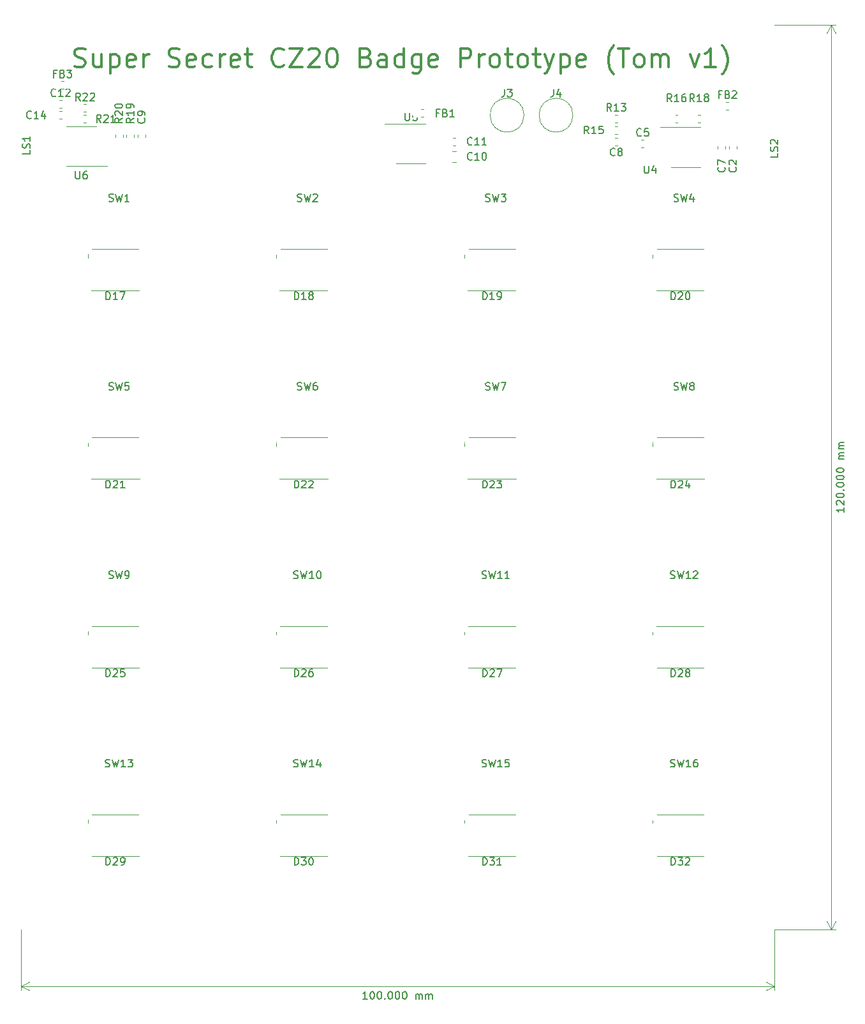
<source format=gbr>
G04 #@! TF.GenerationSoftware,KiCad,Pcbnew,(5.1.4-0-10_14)*
G04 #@! TF.CreationDate,2019-12-13T16:10:25+01:00*
G04 #@! TF.ProjectId,cz-badge-hardware,637a2d62-6164-4676-952d-686172647761,rev?*
G04 #@! TF.SameCoordinates,PX17d7840PY7735940*
G04 #@! TF.FileFunction,Legend,Top*
G04 #@! TF.FilePolarity,Positive*
%FSLAX46Y46*%
G04 Gerber Fmt 4.6, Leading zero omitted, Abs format (unit mm)*
G04 Created by KiCad (PCBNEW (5.1.4-0-10_14)) date 2019-12-13 16:10:25*
%MOMM*%
%LPD*%
G04 APERTURE LIST*
%ADD10C,0.150000*%
%ADD11C,0.120000*%
%ADD12C,0.300000*%
%ADD13C,0.100000*%
%ADD14C,0.977000*%
%ADD15C,4.102000*%
%ADD16C,0.752000*%
%ADD17C,0.702000*%
%ADD18C,2.100980*%
%ADD19R,2.100980X2.100980*%
%ADD20C,1.077000*%
%ADD21R,1.602000X1.102000*%
G04 APERTURE END LIST*
D10*
X109222380Y55952381D02*
X109222380Y55380953D01*
X109222380Y55666667D02*
X108222380Y55666667D01*
X108365238Y55571429D01*
X108460476Y55476191D01*
X108508095Y55380953D01*
X108317619Y56333334D02*
X108270000Y56380953D01*
X108222380Y56476191D01*
X108222380Y56714286D01*
X108270000Y56809524D01*
X108317619Y56857143D01*
X108412857Y56904762D01*
X108508095Y56904762D01*
X108650952Y56857143D01*
X109222380Y56285715D01*
X109222380Y56904762D01*
X108222380Y57523810D02*
X108222380Y57619048D01*
X108270000Y57714286D01*
X108317619Y57761905D01*
X108412857Y57809524D01*
X108603333Y57857143D01*
X108841428Y57857143D01*
X109031904Y57809524D01*
X109127142Y57761905D01*
X109174761Y57714286D01*
X109222380Y57619048D01*
X109222380Y57523810D01*
X109174761Y57428572D01*
X109127142Y57380953D01*
X109031904Y57333334D01*
X108841428Y57285715D01*
X108603333Y57285715D01*
X108412857Y57333334D01*
X108317619Y57380953D01*
X108270000Y57428572D01*
X108222380Y57523810D01*
X109127142Y58285715D02*
X109174761Y58333334D01*
X109222380Y58285715D01*
X109174761Y58238096D01*
X109127142Y58285715D01*
X109222380Y58285715D01*
X108222380Y58952381D02*
X108222380Y59047620D01*
X108270000Y59142858D01*
X108317619Y59190477D01*
X108412857Y59238096D01*
X108603333Y59285715D01*
X108841428Y59285715D01*
X109031904Y59238096D01*
X109127142Y59190477D01*
X109174761Y59142858D01*
X109222380Y59047620D01*
X109222380Y58952381D01*
X109174761Y58857143D01*
X109127142Y58809524D01*
X109031904Y58761905D01*
X108841428Y58714286D01*
X108603333Y58714286D01*
X108412857Y58761905D01*
X108317619Y58809524D01*
X108270000Y58857143D01*
X108222380Y58952381D01*
X108222380Y59904762D02*
X108222380Y60000000D01*
X108270000Y60095239D01*
X108317619Y60142858D01*
X108412857Y60190477D01*
X108603333Y60238096D01*
X108841428Y60238096D01*
X109031904Y60190477D01*
X109127142Y60142858D01*
X109174761Y60095239D01*
X109222380Y60000000D01*
X109222380Y59904762D01*
X109174761Y59809524D01*
X109127142Y59761905D01*
X109031904Y59714286D01*
X108841428Y59666667D01*
X108603333Y59666667D01*
X108412857Y59714286D01*
X108317619Y59761905D01*
X108270000Y59809524D01*
X108222380Y59904762D01*
X108222380Y60857143D02*
X108222380Y60952381D01*
X108270000Y61047620D01*
X108317619Y61095239D01*
X108412857Y61142858D01*
X108603333Y61190477D01*
X108841428Y61190477D01*
X109031904Y61142858D01*
X109127142Y61095239D01*
X109174761Y61047620D01*
X109222380Y60952381D01*
X109222380Y60857143D01*
X109174761Y60761905D01*
X109127142Y60714286D01*
X109031904Y60666667D01*
X108841428Y60619048D01*
X108603333Y60619048D01*
X108412857Y60666667D01*
X108317619Y60714286D01*
X108270000Y60761905D01*
X108222380Y60857143D01*
X109222380Y62380953D02*
X108555714Y62380953D01*
X108650952Y62380953D02*
X108603333Y62428572D01*
X108555714Y62523810D01*
X108555714Y62666667D01*
X108603333Y62761905D01*
X108698571Y62809524D01*
X109222380Y62809524D01*
X108698571Y62809524D02*
X108603333Y62857143D01*
X108555714Y62952381D01*
X108555714Y63095239D01*
X108603333Y63190477D01*
X108698571Y63238096D01*
X109222380Y63238096D01*
X109222380Y63714286D02*
X108555714Y63714286D01*
X108650952Y63714286D02*
X108603333Y63761905D01*
X108555714Y63857143D01*
X108555714Y64000000D01*
X108603333Y64095239D01*
X108698571Y64142858D01*
X109222380Y64142858D01*
X108698571Y64142858D02*
X108603333Y64190477D01*
X108555714Y64285715D01*
X108555714Y64428572D01*
X108603333Y64523810D01*
X108698571Y64571429D01*
X109222380Y64571429D01*
D11*
X107500000Y0D02*
X107500000Y120000000D01*
X100000000Y0D02*
X108086421Y0D01*
X100000000Y120000000D02*
X108086421Y120000000D01*
X107500000Y120000000D02*
X108086421Y118873496D01*
X107500000Y120000000D02*
X106913579Y118873496D01*
X107500000Y0D02*
X108086421Y1126504D01*
X107500000Y0D02*
X106913579Y1126504D01*
D10*
X45952380Y-9222380D02*
X45380952Y-9222380D01*
X45666666Y-9222380D02*
X45666666Y-8222380D01*
X45571428Y-8365238D01*
X45476190Y-8460476D01*
X45380952Y-8508095D01*
X46571428Y-8222380D02*
X46666666Y-8222380D01*
X46761904Y-8270000D01*
X46809523Y-8317619D01*
X46857142Y-8412857D01*
X46904761Y-8603333D01*
X46904761Y-8841428D01*
X46857142Y-9031904D01*
X46809523Y-9127142D01*
X46761904Y-9174761D01*
X46666666Y-9222380D01*
X46571428Y-9222380D01*
X46476190Y-9174761D01*
X46428571Y-9127142D01*
X46380952Y-9031904D01*
X46333333Y-8841428D01*
X46333333Y-8603333D01*
X46380952Y-8412857D01*
X46428571Y-8317619D01*
X46476190Y-8270000D01*
X46571428Y-8222380D01*
X47523809Y-8222380D02*
X47619047Y-8222380D01*
X47714285Y-8270000D01*
X47761904Y-8317619D01*
X47809523Y-8412857D01*
X47857142Y-8603333D01*
X47857142Y-8841428D01*
X47809523Y-9031904D01*
X47761904Y-9127142D01*
X47714285Y-9174761D01*
X47619047Y-9222380D01*
X47523809Y-9222380D01*
X47428571Y-9174761D01*
X47380952Y-9127142D01*
X47333333Y-9031904D01*
X47285714Y-8841428D01*
X47285714Y-8603333D01*
X47333333Y-8412857D01*
X47380952Y-8317619D01*
X47428571Y-8270000D01*
X47523809Y-8222380D01*
X48285714Y-9127142D02*
X48333333Y-9174761D01*
X48285714Y-9222380D01*
X48238095Y-9174761D01*
X48285714Y-9127142D01*
X48285714Y-9222380D01*
X48952380Y-8222380D02*
X49047619Y-8222380D01*
X49142857Y-8270000D01*
X49190476Y-8317619D01*
X49238095Y-8412857D01*
X49285714Y-8603333D01*
X49285714Y-8841428D01*
X49238095Y-9031904D01*
X49190476Y-9127142D01*
X49142857Y-9174761D01*
X49047619Y-9222380D01*
X48952380Y-9222380D01*
X48857142Y-9174761D01*
X48809523Y-9127142D01*
X48761904Y-9031904D01*
X48714285Y-8841428D01*
X48714285Y-8603333D01*
X48761904Y-8412857D01*
X48809523Y-8317619D01*
X48857142Y-8270000D01*
X48952380Y-8222380D01*
X49904761Y-8222380D02*
X50000000Y-8222380D01*
X50095238Y-8270000D01*
X50142857Y-8317619D01*
X50190476Y-8412857D01*
X50238095Y-8603333D01*
X50238095Y-8841428D01*
X50190476Y-9031904D01*
X50142857Y-9127142D01*
X50095238Y-9174761D01*
X50000000Y-9222380D01*
X49904761Y-9222380D01*
X49809523Y-9174761D01*
X49761904Y-9127142D01*
X49714285Y-9031904D01*
X49666666Y-8841428D01*
X49666666Y-8603333D01*
X49714285Y-8412857D01*
X49761904Y-8317619D01*
X49809523Y-8270000D01*
X49904761Y-8222380D01*
X50857142Y-8222380D02*
X50952380Y-8222380D01*
X51047619Y-8270000D01*
X51095238Y-8317619D01*
X51142857Y-8412857D01*
X51190476Y-8603333D01*
X51190476Y-8841428D01*
X51142857Y-9031904D01*
X51095238Y-9127142D01*
X51047619Y-9174761D01*
X50952380Y-9222380D01*
X50857142Y-9222380D01*
X50761904Y-9174761D01*
X50714285Y-9127142D01*
X50666666Y-9031904D01*
X50619047Y-8841428D01*
X50619047Y-8603333D01*
X50666666Y-8412857D01*
X50714285Y-8317619D01*
X50761904Y-8270000D01*
X50857142Y-8222380D01*
X52380952Y-9222380D02*
X52380952Y-8555714D01*
X52380952Y-8650952D02*
X52428571Y-8603333D01*
X52523809Y-8555714D01*
X52666666Y-8555714D01*
X52761904Y-8603333D01*
X52809523Y-8698571D01*
X52809523Y-9222380D01*
X52809523Y-8698571D02*
X52857142Y-8603333D01*
X52952380Y-8555714D01*
X53095238Y-8555714D01*
X53190476Y-8603333D01*
X53238095Y-8698571D01*
X53238095Y-9222380D01*
X53714285Y-9222380D02*
X53714285Y-8555714D01*
X53714285Y-8650952D02*
X53761904Y-8603333D01*
X53857142Y-8555714D01*
X54000000Y-8555714D01*
X54095238Y-8603333D01*
X54142857Y-8698571D01*
X54142857Y-9222380D01*
X54142857Y-8698571D02*
X54190476Y-8603333D01*
X54285714Y-8555714D01*
X54428571Y-8555714D01*
X54523809Y-8603333D01*
X54571428Y-8698571D01*
X54571428Y-9222380D01*
D11*
X0Y-7500000D02*
X100000000Y-7500000D01*
X0Y0D02*
X0Y-8086421D01*
X100000000Y0D02*
X100000000Y-8086421D01*
X100000000Y-7500000D02*
X98873496Y-8086421D01*
X100000000Y-7500000D02*
X98873496Y-6913579D01*
X0Y-7500000D02*
X1126504Y-8086421D01*
X0Y-7500000D02*
X1126504Y-6913579D01*
D12*
X7107142Y114488096D02*
X7464285Y114369048D01*
X8059523Y114369048D01*
X8297619Y114488096D01*
X8416666Y114607143D01*
X8535714Y114845239D01*
X8535714Y115083334D01*
X8416666Y115321429D01*
X8297619Y115440477D01*
X8059523Y115559524D01*
X7583333Y115678572D01*
X7345238Y115797620D01*
X7226190Y115916667D01*
X7107142Y116154762D01*
X7107142Y116392858D01*
X7226190Y116630953D01*
X7345238Y116750000D01*
X7583333Y116869048D01*
X8178571Y116869048D01*
X8535714Y116750000D01*
X10678571Y116035715D02*
X10678571Y114369048D01*
X9607142Y116035715D02*
X9607142Y114726191D01*
X9726190Y114488096D01*
X9964285Y114369048D01*
X10321428Y114369048D01*
X10559523Y114488096D01*
X10678571Y114607143D01*
X11869047Y116035715D02*
X11869047Y113535715D01*
X11869047Y115916667D02*
X12107142Y116035715D01*
X12583333Y116035715D01*
X12821428Y115916667D01*
X12940476Y115797620D01*
X13059523Y115559524D01*
X13059523Y114845239D01*
X12940476Y114607143D01*
X12821428Y114488096D01*
X12583333Y114369048D01*
X12107142Y114369048D01*
X11869047Y114488096D01*
X15083333Y114488096D02*
X14845238Y114369048D01*
X14369047Y114369048D01*
X14130952Y114488096D01*
X14011904Y114726191D01*
X14011904Y115678572D01*
X14130952Y115916667D01*
X14369047Y116035715D01*
X14845238Y116035715D01*
X15083333Y115916667D01*
X15202380Y115678572D01*
X15202380Y115440477D01*
X14011904Y115202381D01*
X16273809Y114369048D02*
X16273809Y116035715D01*
X16273809Y115559524D02*
X16392857Y115797620D01*
X16511904Y115916667D01*
X16750000Y116035715D01*
X16988095Y116035715D01*
X19607142Y114488096D02*
X19964285Y114369048D01*
X20559523Y114369048D01*
X20797619Y114488096D01*
X20916666Y114607143D01*
X21035714Y114845239D01*
X21035714Y115083334D01*
X20916666Y115321429D01*
X20797619Y115440477D01*
X20559523Y115559524D01*
X20083333Y115678572D01*
X19845238Y115797620D01*
X19726190Y115916667D01*
X19607142Y116154762D01*
X19607142Y116392858D01*
X19726190Y116630953D01*
X19845238Y116750000D01*
X20083333Y116869048D01*
X20678571Y116869048D01*
X21035714Y116750000D01*
X23059523Y114488096D02*
X22821428Y114369048D01*
X22345238Y114369048D01*
X22107142Y114488096D01*
X21988095Y114726191D01*
X21988095Y115678572D01*
X22107142Y115916667D01*
X22345238Y116035715D01*
X22821428Y116035715D01*
X23059523Y115916667D01*
X23178571Y115678572D01*
X23178571Y115440477D01*
X21988095Y115202381D01*
X25321428Y114488096D02*
X25083333Y114369048D01*
X24607142Y114369048D01*
X24369047Y114488096D01*
X24250000Y114607143D01*
X24130952Y114845239D01*
X24130952Y115559524D01*
X24250000Y115797620D01*
X24369047Y115916667D01*
X24607142Y116035715D01*
X25083333Y116035715D01*
X25321428Y115916667D01*
X26392857Y114369048D02*
X26392857Y116035715D01*
X26392857Y115559524D02*
X26511904Y115797620D01*
X26630952Y115916667D01*
X26869047Y116035715D01*
X27107142Y116035715D01*
X28892857Y114488096D02*
X28654761Y114369048D01*
X28178571Y114369048D01*
X27940476Y114488096D01*
X27821428Y114726191D01*
X27821428Y115678572D01*
X27940476Y115916667D01*
X28178571Y116035715D01*
X28654761Y116035715D01*
X28892857Y115916667D01*
X29011904Y115678572D01*
X29011904Y115440477D01*
X27821428Y115202381D01*
X29726190Y116035715D02*
X30678571Y116035715D01*
X30083333Y116869048D02*
X30083333Y114726191D01*
X30202380Y114488096D01*
X30440476Y114369048D01*
X30678571Y114369048D01*
X34845238Y114607143D02*
X34726190Y114488096D01*
X34369047Y114369048D01*
X34130952Y114369048D01*
X33773809Y114488096D01*
X33535714Y114726191D01*
X33416666Y114964286D01*
X33297619Y115440477D01*
X33297619Y115797620D01*
X33416666Y116273810D01*
X33535714Y116511905D01*
X33773809Y116750000D01*
X34130952Y116869048D01*
X34369047Y116869048D01*
X34726190Y116750000D01*
X34845238Y116630953D01*
X35678571Y116869048D02*
X37345238Y116869048D01*
X35678571Y114369048D01*
X37345238Y114369048D01*
X38178571Y116630953D02*
X38297619Y116750000D01*
X38535714Y116869048D01*
X39130952Y116869048D01*
X39369047Y116750000D01*
X39488095Y116630953D01*
X39607142Y116392858D01*
X39607142Y116154762D01*
X39488095Y115797620D01*
X38059523Y114369048D01*
X39607142Y114369048D01*
X41154761Y116869048D02*
X41392857Y116869048D01*
X41630952Y116750000D01*
X41749999Y116630953D01*
X41869047Y116392858D01*
X41988095Y115916667D01*
X41988095Y115321429D01*
X41869047Y114845239D01*
X41749999Y114607143D01*
X41630952Y114488096D01*
X41392857Y114369048D01*
X41154761Y114369048D01*
X40916666Y114488096D01*
X40797619Y114607143D01*
X40678571Y114845239D01*
X40559523Y115321429D01*
X40559523Y115916667D01*
X40678571Y116392858D01*
X40797619Y116630953D01*
X40916666Y116750000D01*
X41154761Y116869048D01*
X45797619Y115678572D02*
X46154761Y115559524D01*
X46273809Y115440477D01*
X46392857Y115202381D01*
X46392857Y114845239D01*
X46273809Y114607143D01*
X46154761Y114488096D01*
X45916666Y114369048D01*
X44964285Y114369048D01*
X44964285Y116869048D01*
X45797619Y116869048D01*
X46035714Y116750000D01*
X46154761Y116630953D01*
X46273809Y116392858D01*
X46273809Y116154762D01*
X46154761Y115916667D01*
X46035714Y115797620D01*
X45797619Y115678572D01*
X44964285Y115678572D01*
X48535714Y114369048D02*
X48535714Y115678572D01*
X48416666Y115916667D01*
X48178571Y116035715D01*
X47702380Y116035715D01*
X47464285Y115916667D01*
X48535714Y114488096D02*
X48297619Y114369048D01*
X47702380Y114369048D01*
X47464285Y114488096D01*
X47345238Y114726191D01*
X47345238Y114964286D01*
X47464285Y115202381D01*
X47702380Y115321429D01*
X48297619Y115321429D01*
X48535714Y115440477D01*
X50797619Y114369048D02*
X50797619Y116869048D01*
X50797619Y114488096D02*
X50559523Y114369048D01*
X50083333Y114369048D01*
X49845238Y114488096D01*
X49726190Y114607143D01*
X49607142Y114845239D01*
X49607142Y115559524D01*
X49726190Y115797620D01*
X49845238Y115916667D01*
X50083333Y116035715D01*
X50559523Y116035715D01*
X50797619Y115916667D01*
X53059523Y116035715D02*
X53059523Y114011905D01*
X52940476Y113773810D01*
X52821428Y113654762D01*
X52583333Y113535715D01*
X52226190Y113535715D01*
X51988095Y113654762D01*
X53059523Y114488096D02*
X52821428Y114369048D01*
X52345238Y114369048D01*
X52107142Y114488096D01*
X51988095Y114607143D01*
X51869047Y114845239D01*
X51869047Y115559524D01*
X51988095Y115797620D01*
X52107142Y115916667D01*
X52345238Y116035715D01*
X52821428Y116035715D01*
X53059523Y115916667D01*
X55202380Y114488096D02*
X54964285Y114369048D01*
X54488095Y114369048D01*
X54250000Y114488096D01*
X54130952Y114726191D01*
X54130952Y115678572D01*
X54250000Y115916667D01*
X54488095Y116035715D01*
X54964285Y116035715D01*
X55202380Y115916667D01*
X55321428Y115678572D01*
X55321428Y115440477D01*
X54130952Y115202381D01*
X58297619Y114369048D02*
X58297619Y116869048D01*
X59249999Y116869048D01*
X59488095Y116750000D01*
X59607142Y116630953D01*
X59726190Y116392858D01*
X59726190Y116035715D01*
X59607142Y115797620D01*
X59488095Y115678572D01*
X59249999Y115559524D01*
X58297619Y115559524D01*
X60797619Y114369048D02*
X60797619Y116035715D01*
X60797619Y115559524D02*
X60916666Y115797620D01*
X61035714Y115916667D01*
X61273809Y116035715D01*
X61511904Y116035715D01*
X62702380Y114369048D02*
X62464285Y114488096D01*
X62345238Y114607143D01*
X62226190Y114845239D01*
X62226190Y115559524D01*
X62345238Y115797620D01*
X62464285Y115916667D01*
X62702380Y116035715D01*
X63059523Y116035715D01*
X63297619Y115916667D01*
X63416666Y115797620D01*
X63535714Y115559524D01*
X63535714Y114845239D01*
X63416666Y114607143D01*
X63297619Y114488096D01*
X63059523Y114369048D01*
X62702380Y114369048D01*
X64249999Y116035715D02*
X65202380Y116035715D01*
X64607142Y116869048D02*
X64607142Y114726191D01*
X64726190Y114488096D01*
X64964285Y114369048D01*
X65202380Y114369048D01*
X66392857Y114369048D02*
X66154761Y114488096D01*
X66035714Y114607143D01*
X65916666Y114845239D01*
X65916666Y115559524D01*
X66035714Y115797620D01*
X66154761Y115916667D01*
X66392857Y116035715D01*
X66749999Y116035715D01*
X66988095Y115916667D01*
X67107142Y115797620D01*
X67226190Y115559524D01*
X67226190Y114845239D01*
X67107142Y114607143D01*
X66988095Y114488096D01*
X66749999Y114369048D01*
X66392857Y114369048D01*
X67940476Y116035715D02*
X68892857Y116035715D01*
X68297619Y116869048D02*
X68297619Y114726191D01*
X68416666Y114488096D01*
X68654761Y114369048D01*
X68892857Y114369048D01*
X69488095Y116035715D02*
X70083333Y114369048D01*
X70678571Y116035715D02*
X70083333Y114369048D01*
X69845238Y113773810D01*
X69726190Y113654762D01*
X69488095Y113535715D01*
X71630952Y116035715D02*
X71630952Y113535715D01*
X71630952Y115916667D02*
X71869047Y116035715D01*
X72345238Y116035715D01*
X72583333Y115916667D01*
X72702380Y115797620D01*
X72821428Y115559524D01*
X72821428Y114845239D01*
X72702380Y114607143D01*
X72583333Y114488096D01*
X72345238Y114369048D01*
X71869047Y114369048D01*
X71630952Y114488096D01*
X74845238Y114488096D02*
X74607142Y114369048D01*
X74130952Y114369048D01*
X73892857Y114488096D01*
X73773809Y114726191D01*
X73773809Y115678572D01*
X73892857Y115916667D01*
X74130952Y116035715D01*
X74607142Y116035715D01*
X74845238Y115916667D01*
X74964285Y115678572D01*
X74964285Y115440477D01*
X73773809Y115202381D01*
X78654761Y113416667D02*
X78535714Y113535715D01*
X78297619Y113892858D01*
X78178571Y114130953D01*
X78059523Y114488096D01*
X77940476Y115083334D01*
X77940476Y115559524D01*
X78059523Y116154762D01*
X78178571Y116511905D01*
X78297619Y116750000D01*
X78535714Y117107143D01*
X78654761Y117226191D01*
X79250000Y116869048D02*
X80678571Y116869048D01*
X79964285Y114369048D02*
X79964285Y116869048D01*
X81869047Y114369048D02*
X81630952Y114488096D01*
X81511904Y114607143D01*
X81392857Y114845239D01*
X81392857Y115559524D01*
X81511904Y115797620D01*
X81630952Y115916667D01*
X81869047Y116035715D01*
X82226190Y116035715D01*
X82464285Y115916667D01*
X82583333Y115797620D01*
X82702380Y115559524D01*
X82702380Y114845239D01*
X82583333Y114607143D01*
X82464285Y114488096D01*
X82226190Y114369048D01*
X81869047Y114369048D01*
X83773809Y114369048D02*
X83773809Y116035715D01*
X83773809Y115797620D02*
X83892857Y115916667D01*
X84130952Y116035715D01*
X84488095Y116035715D01*
X84726190Y115916667D01*
X84845238Y115678572D01*
X84845238Y114369048D01*
X84845238Y115678572D02*
X84964285Y115916667D01*
X85202380Y116035715D01*
X85559523Y116035715D01*
X85797619Y115916667D01*
X85916666Y115678572D01*
X85916666Y114369048D01*
X88773809Y116035715D02*
X89369047Y114369048D01*
X89964285Y116035715D01*
X92226190Y114369048D02*
X90797619Y114369048D01*
X91511904Y114369048D02*
X91511904Y116869048D01*
X91273809Y116511905D01*
X91035714Y116273810D01*
X90797619Y116154762D01*
X93059523Y113416667D02*
X93178571Y113535715D01*
X93416666Y113892858D01*
X93535714Y114130953D01*
X93654761Y114488096D01*
X93773809Y115083334D01*
X93773809Y115559524D01*
X93654761Y116154762D01*
X93535714Y116511905D01*
X93416666Y116750000D01*
X93178571Y117107143D01*
X93059523Y117226191D01*
D11*
X5337221Y111490000D02*
X5662779Y111490000D01*
X5337221Y112510000D02*
X5662779Y112510000D01*
X93587221Y108740000D02*
X93912779Y108740000D01*
X93587221Y109760000D02*
X93912779Y109760000D01*
X53124721Y108760000D02*
X53450279Y108760000D01*
X53124721Y107740000D02*
X53450279Y107740000D01*
X5087221Y107490000D02*
X5412779Y107490000D01*
X5087221Y108510000D02*
X5412779Y108510000D01*
X95010000Y103587221D02*
X95010000Y103912779D01*
X93990000Y103587221D02*
X93990000Y103912779D01*
X73250000Y108000000D02*
G75*
G03X73250000Y108000000I-2250000J0D01*
G01*
X66750000Y108000000D02*
G75*
G03X66750000Y108000000I-2250000J0D01*
G01*
X8000000Y101265000D02*
X11450000Y101265000D01*
X8000000Y101265000D02*
X6050000Y101265000D01*
X8000000Y106535000D02*
X9950000Y106535000D01*
X8000000Y106535000D02*
X6050000Y106535000D01*
X51750000Y106885000D02*
X48300000Y106885000D01*
X51750000Y106885000D02*
X53700000Y106885000D01*
X51750000Y101615000D02*
X49800000Y101615000D01*
X51750000Y101615000D02*
X53700000Y101615000D01*
X88250000Y106385000D02*
X84800000Y106385000D01*
X88250000Y106385000D02*
X90200000Y106385000D01*
X88250000Y101115000D02*
X86300000Y101115000D01*
X88250000Y101115000D02*
X90200000Y101115000D01*
X8337221Y108450000D02*
X8662779Y108450000D01*
X8337221Y109470000D02*
X8662779Y109470000D01*
X8337221Y106990000D02*
X8662779Y106990000D01*
X8337221Y108010000D02*
X8662779Y108010000D01*
X12490000Y105412779D02*
X12490000Y105087221D01*
X13510000Y105412779D02*
X13510000Y105087221D01*
X13990000Y105412779D02*
X13990000Y105087221D01*
X15010000Y105412779D02*
X15010000Y105087221D01*
X90162779Y108010000D02*
X89837221Y108010000D01*
X90162779Y106990000D02*
X89837221Y106990000D01*
X87162779Y108010000D02*
X86837221Y108010000D01*
X87162779Y106990000D02*
X86837221Y106990000D01*
X79162779Y108010000D02*
X78837221Y108010000D01*
X79162779Y106990000D02*
X78837221Y106990000D01*
X78837221Y105470000D02*
X79162779Y105470000D01*
X78837221Y106490000D02*
X79162779Y106490000D01*
X5087221Y108990000D02*
X5412779Y108990000D01*
X5087221Y110010000D02*
X5412779Y110010000D01*
X57337221Y103990000D02*
X57662779Y103990000D01*
X57337221Y105010000D02*
X57662779Y105010000D01*
X57241422Y101790000D02*
X57758578Y101790000D01*
X57241422Y103210000D02*
X57758578Y103210000D01*
X16520000Y105087221D02*
X16520000Y105412779D01*
X15500000Y105087221D02*
X15500000Y105412779D01*
X79162779Y105010000D02*
X78837221Y105010000D01*
X79162779Y103990000D02*
X78837221Y103990000D01*
X93510000Y103587221D02*
X93510000Y103912779D01*
X92490000Y103587221D02*
X92490000Y103912779D01*
X82337221Y103740000D02*
X82662779Y103740000D01*
X82337221Y104760000D02*
X82662779Y104760000D01*
X8850000Y90250000D02*
X8850000Y89100000D01*
X16150000Y90250000D02*
X8850000Y90250000D01*
X16150000Y84750000D02*
X8850000Y84750000D01*
X83850000Y15250000D02*
X83850000Y14100000D01*
X91150000Y15250000D02*
X83850000Y15250000D01*
X91150000Y9750000D02*
X83850000Y9750000D01*
X58850000Y15250000D02*
X58850000Y14100000D01*
X66150000Y15250000D02*
X58850000Y15250000D01*
X66150000Y9750000D02*
X58850000Y9750000D01*
X33850000Y15250000D02*
X33850000Y14100000D01*
X41150000Y15250000D02*
X33850000Y15250000D01*
X41150000Y9750000D02*
X33850000Y9750000D01*
X8850000Y15250000D02*
X8850000Y14100000D01*
X16150000Y15250000D02*
X8850000Y15250000D01*
X16150000Y9750000D02*
X8850000Y9750000D01*
X83850000Y40250000D02*
X83850000Y39100000D01*
X91150000Y40250000D02*
X83850000Y40250000D01*
X91150000Y34750000D02*
X83850000Y34750000D01*
X58850000Y40250000D02*
X58850000Y39100000D01*
X66150000Y40250000D02*
X58850000Y40250000D01*
X66150000Y34750000D02*
X58850000Y34750000D01*
X33850000Y40250000D02*
X33850000Y39100000D01*
X41150000Y40250000D02*
X33850000Y40250000D01*
X41150000Y34750000D02*
X33850000Y34750000D01*
X8850000Y40250000D02*
X8850000Y39100000D01*
X16150000Y40250000D02*
X8850000Y40250000D01*
X16150000Y34750000D02*
X8850000Y34750000D01*
X83850000Y65250000D02*
X83850000Y64100000D01*
X91150000Y65250000D02*
X83850000Y65250000D01*
X91150000Y59750000D02*
X83850000Y59750000D01*
X58850000Y65250000D02*
X58850000Y64100000D01*
X66150000Y65250000D02*
X58850000Y65250000D01*
X66150000Y59750000D02*
X58850000Y59750000D01*
X33850000Y65250000D02*
X33850000Y64100000D01*
X41150000Y65250000D02*
X33850000Y65250000D01*
X41150000Y59750000D02*
X33850000Y59750000D01*
X8850000Y65250000D02*
X8850000Y64100000D01*
X16150000Y65250000D02*
X8850000Y65250000D01*
X16150000Y59750000D02*
X8850000Y59750000D01*
X83850000Y90250000D02*
X83850000Y89100000D01*
X91150000Y90250000D02*
X83850000Y90250000D01*
X91150000Y84750000D02*
X83850000Y84750000D01*
X58850000Y90250000D02*
X58850000Y89100000D01*
X66150000Y90250000D02*
X58850000Y90250000D01*
X66150000Y84750000D02*
X58850000Y84750000D01*
X33850000Y90250000D02*
X33850000Y89100000D01*
X41150000Y90250000D02*
X33850000Y90250000D01*
X41150000Y84750000D02*
X33850000Y84750000D01*
D10*
X4666666Y113501429D02*
X4333333Y113501429D01*
X4333333Y112977620D02*
X4333333Y113977620D01*
X4809523Y113977620D01*
X5523809Y113501429D02*
X5666666Y113453810D01*
X5714285Y113406191D01*
X5761904Y113310953D01*
X5761904Y113168096D01*
X5714285Y113072858D01*
X5666666Y113025239D01*
X5571428Y112977620D01*
X5190476Y112977620D01*
X5190476Y113977620D01*
X5523809Y113977620D01*
X5619047Y113930000D01*
X5666666Y113882381D01*
X5714285Y113787143D01*
X5714285Y113691905D01*
X5666666Y113596667D01*
X5619047Y113549048D01*
X5523809Y113501429D01*
X5190476Y113501429D01*
X6095238Y113977620D02*
X6714285Y113977620D01*
X6380952Y113596667D01*
X6523809Y113596667D01*
X6619047Y113549048D01*
X6666666Y113501429D01*
X6714285Y113406191D01*
X6714285Y113168096D01*
X6666666Y113072858D01*
X6619047Y113025239D01*
X6523809Y112977620D01*
X6238095Y112977620D01*
X6142857Y113025239D01*
X6095238Y113072858D01*
X92916666Y110751429D02*
X92583333Y110751429D01*
X92583333Y110227620D02*
X92583333Y111227620D01*
X93059523Y111227620D01*
X93773809Y110751429D02*
X93916666Y110703810D01*
X93964285Y110656191D01*
X94011904Y110560953D01*
X94011904Y110418096D01*
X93964285Y110322858D01*
X93916666Y110275239D01*
X93821428Y110227620D01*
X93440476Y110227620D01*
X93440476Y111227620D01*
X93773809Y111227620D01*
X93869047Y111180000D01*
X93916666Y111132381D01*
X93964285Y111037143D01*
X93964285Y110941905D01*
X93916666Y110846667D01*
X93869047Y110799048D01*
X93773809Y110751429D01*
X93440476Y110751429D01*
X94392857Y111132381D02*
X94440476Y111180000D01*
X94535714Y111227620D01*
X94773809Y111227620D01*
X94869047Y111180000D01*
X94916666Y111132381D01*
X94964285Y111037143D01*
X94964285Y110941905D01*
X94916666Y110799048D01*
X94345238Y110227620D01*
X94964285Y110227620D01*
X55454166Y108321429D02*
X55120833Y108321429D01*
X55120833Y107797620D02*
X55120833Y108797620D01*
X55597023Y108797620D01*
X56311309Y108321429D02*
X56454166Y108273810D01*
X56501785Y108226191D01*
X56549404Y108130953D01*
X56549404Y107988096D01*
X56501785Y107892858D01*
X56454166Y107845239D01*
X56358928Y107797620D01*
X55977976Y107797620D01*
X55977976Y108797620D01*
X56311309Y108797620D01*
X56406547Y108750000D01*
X56454166Y108702381D01*
X56501785Y108607143D01*
X56501785Y108511905D01*
X56454166Y108416667D01*
X56406547Y108369048D01*
X56311309Y108321429D01*
X55977976Y108321429D01*
X57501785Y107797620D02*
X56930357Y107797620D01*
X57216071Y107797620D02*
X57216071Y108797620D01*
X57120833Y108654762D01*
X57025595Y108559524D01*
X56930357Y108511905D01*
X1357142Y107642858D02*
X1309523Y107595239D01*
X1166666Y107547620D01*
X1071428Y107547620D01*
X928571Y107595239D01*
X833333Y107690477D01*
X785714Y107785715D01*
X738095Y107976191D01*
X738095Y108119048D01*
X785714Y108309524D01*
X833333Y108404762D01*
X928571Y108500000D01*
X1071428Y108547620D01*
X1166666Y108547620D01*
X1309523Y108500000D01*
X1357142Y108452381D01*
X2309523Y107547620D02*
X1738095Y107547620D01*
X2023809Y107547620D02*
X2023809Y108547620D01*
X1928571Y108404762D01*
X1833333Y108309524D01*
X1738095Y108261905D01*
X3166666Y108214286D02*
X3166666Y107547620D01*
X2928571Y108595239D02*
X2690476Y107880953D01*
X3309523Y107880953D01*
X94857142Y101083334D02*
X94904761Y101035715D01*
X94952380Y100892858D01*
X94952380Y100797620D01*
X94904761Y100654762D01*
X94809523Y100559524D01*
X94714285Y100511905D01*
X94523809Y100464286D01*
X94380952Y100464286D01*
X94190476Y100511905D01*
X94095238Y100559524D01*
X94000000Y100654762D01*
X93952380Y100797620D01*
X93952380Y100892858D01*
X94000000Y101035715D01*
X94047619Y101083334D01*
X94047619Y101464286D02*
X94000000Y101511905D01*
X93952380Y101607143D01*
X93952380Y101845239D01*
X94000000Y101940477D01*
X94047619Y101988096D01*
X94142857Y102035715D01*
X94238095Y102035715D01*
X94380952Y101988096D01*
X94952380Y101416667D01*
X94952380Y102035715D01*
X70666666Y111445620D02*
X70666666Y110731334D01*
X70619047Y110588477D01*
X70523809Y110493239D01*
X70380952Y110445620D01*
X70285714Y110445620D01*
X71571428Y111112286D02*
X71571428Y110445620D01*
X71333333Y111493239D02*
X71095238Y110778953D01*
X71714285Y110778953D01*
X64166666Y111445620D02*
X64166666Y110731334D01*
X64119047Y110588477D01*
X64023809Y110493239D01*
X63880952Y110445620D01*
X63785714Y110445620D01*
X64547619Y111445620D02*
X65166666Y111445620D01*
X64833333Y111064667D01*
X64976190Y111064667D01*
X65071428Y111017048D01*
X65119047Y110969429D01*
X65166666Y110874191D01*
X65166666Y110636096D01*
X65119047Y110540858D01*
X65071428Y110493239D01*
X64976190Y110445620D01*
X64690476Y110445620D01*
X64595238Y110493239D01*
X64547619Y110540858D01*
X7238095Y100547620D02*
X7238095Y99738096D01*
X7285714Y99642858D01*
X7333333Y99595239D01*
X7428571Y99547620D01*
X7619047Y99547620D01*
X7714285Y99595239D01*
X7761904Y99642858D01*
X7809523Y99738096D01*
X7809523Y100547620D01*
X8714285Y100547620D02*
X8523809Y100547620D01*
X8428571Y100500000D01*
X8380952Y100452381D01*
X8285714Y100309524D01*
X8238095Y100119048D01*
X8238095Y99738096D01*
X8285714Y99642858D01*
X8333333Y99595239D01*
X8428571Y99547620D01*
X8619047Y99547620D01*
X8714285Y99595239D01*
X8761904Y99642858D01*
X8809523Y99738096D01*
X8809523Y99976191D01*
X8761904Y100071429D01*
X8714285Y100119048D01*
X8619047Y100166667D01*
X8428571Y100166667D01*
X8333333Y100119048D01*
X8285714Y100071429D01*
X8238095Y99976191D01*
X50988095Y108277620D02*
X50988095Y107468096D01*
X51035714Y107372858D01*
X51083333Y107325239D01*
X51178571Y107277620D01*
X51369047Y107277620D01*
X51464285Y107325239D01*
X51511904Y107372858D01*
X51559523Y107468096D01*
X51559523Y108277620D01*
X52511904Y108277620D02*
X52035714Y108277620D01*
X51988095Y107801429D01*
X52035714Y107849048D01*
X52130952Y107896667D01*
X52369047Y107896667D01*
X52464285Y107849048D01*
X52511904Y107801429D01*
X52559523Y107706191D01*
X52559523Y107468096D01*
X52511904Y107372858D01*
X52464285Y107325239D01*
X52369047Y107277620D01*
X52130952Y107277620D01*
X52035714Y107325239D01*
X51988095Y107372858D01*
X82738095Y101297620D02*
X82738095Y100488096D01*
X82785714Y100392858D01*
X82833333Y100345239D01*
X82928571Y100297620D01*
X83119047Y100297620D01*
X83214285Y100345239D01*
X83261904Y100392858D01*
X83309523Y100488096D01*
X83309523Y101297620D01*
X84214285Y100964286D02*
X84214285Y100297620D01*
X83976190Y101345239D02*
X83738095Y100630953D01*
X84357142Y100630953D01*
X7857142Y109937620D02*
X7523809Y110413810D01*
X7285714Y109937620D02*
X7285714Y110937620D01*
X7666666Y110937620D01*
X7761904Y110890000D01*
X7809523Y110842381D01*
X7857142Y110747143D01*
X7857142Y110604286D01*
X7809523Y110509048D01*
X7761904Y110461429D01*
X7666666Y110413810D01*
X7285714Y110413810D01*
X8238095Y110842381D02*
X8285714Y110890000D01*
X8380952Y110937620D01*
X8619047Y110937620D01*
X8714285Y110890000D01*
X8761904Y110842381D01*
X8809523Y110747143D01*
X8809523Y110651905D01*
X8761904Y110509048D01*
X8190476Y109937620D01*
X8809523Y109937620D01*
X9190476Y110842381D02*
X9238095Y110890000D01*
X9333333Y110937620D01*
X9571428Y110937620D01*
X9666666Y110890000D01*
X9714285Y110842381D01*
X9761904Y110747143D01*
X9761904Y110651905D01*
X9714285Y110509048D01*
X9142857Y109937620D01*
X9761904Y109937620D01*
X10607142Y107047620D02*
X10273809Y107523810D01*
X10035714Y107047620D02*
X10035714Y108047620D01*
X10416666Y108047620D01*
X10511904Y108000000D01*
X10559523Y107952381D01*
X10607142Y107857143D01*
X10607142Y107714286D01*
X10559523Y107619048D01*
X10511904Y107571429D01*
X10416666Y107523810D01*
X10035714Y107523810D01*
X10988095Y107952381D02*
X11035714Y108000000D01*
X11130952Y108047620D01*
X11369047Y108047620D01*
X11464285Y108000000D01*
X11511904Y107952381D01*
X11559523Y107857143D01*
X11559523Y107761905D01*
X11511904Y107619048D01*
X10940476Y107047620D01*
X11559523Y107047620D01*
X12511904Y107047620D02*
X11940476Y107047620D01*
X12226190Y107047620D02*
X12226190Y108047620D01*
X12130952Y107904762D01*
X12035714Y107809524D01*
X11940476Y107761905D01*
X13452380Y107607143D02*
X12976190Y107273810D01*
X13452380Y107035715D02*
X12452380Y107035715D01*
X12452380Y107416667D01*
X12500000Y107511905D01*
X12547619Y107559524D01*
X12642857Y107607143D01*
X12785714Y107607143D01*
X12880952Y107559524D01*
X12928571Y107511905D01*
X12976190Y107416667D01*
X12976190Y107035715D01*
X12547619Y107988096D02*
X12500000Y108035715D01*
X12452380Y108130953D01*
X12452380Y108369048D01*
X12500000Y108464286D01*
X12547619Y108511905D01*
X12642857Y108559524D01*
X12738095Y108559524D01*
X12880952Y108511905D01*
X13452380Y107940477D01*
X13452380Y108559524D01*
X12452380Y109178572D02*
X12452380Y109273810D01*
X12500000Y109369048D01*
X12547619Y109416667D01*
X12642857Y109464286D01*
X12833333Y109511905D01*
X13071428Y109511905D01*
X13261904Y109464286D01*
X13357142Y109416667D01*
X13404761Y109369048D01*
X13452380Y109273810D01*
X13452380Y109178572D01*
X13404761Y109083334D01*
X13357142Y109035715D01*
X13261904Y108988096D01*
X13071428Y108940477D01*
X12833333Y108940477D01*
X12642857Y108988096D01*
X12547619Y109035715D01*
X12500000Y109083334D01*
X12452380Y109178572D01*
X14952380Y107607143D02*
X14476190Y107273810D01*
X14952380Y107035715D02*
X13952380Y107035715D01*
X13952380Y107416667D01*
X14000000Y107511905D01*
X14047619Y107559524D01*
X14142857Y107607143D01*
X14285714Y107607143D01*
X14380952Y107559524D01*
X14428571Y107511905D01*
X14476190Y107416667D01*
X14476190Y107035715D01*
X14952380Y108559524D02*
X14952380Y107988096D01*
X14952380Y108273810D02*
X13952380Y108273810D01*
X14095238Y108178572D01*
X14190476Y108083334D01*
X14238095Y107988096D01*
X14952380Y109035715D02*
X14952380Y109226191D01*
X14904761Y109321429D01*
X14857142Y109369048D01*
X14714285Y109464286D01*
X14523809Y109511905D01*
X14142857Y109511905D01*
X14047619Y109464286D01*
X14000000Y109416667D01*
X13952380Y109321429D01*
X13952380Y109130953D01*
X14000000Y109035715D01*
X14047619Y108988096D01*
X14142857Y108940477D01*
X14380952Y108940477D01*
X14476190Y108988096D01*
X14523809Y109035715D01*
X14571428Y109130953D01*
X14571428Y109321429D01*
X14523809Y109416667D01*
X14476190Y109464286D01*
X14380952Y109511905D01*
X89357142Y109797620D02*
X89023809Y110273810D01*
X88785714Y109797620D02*
X88785714Y110797620D01*
X89166666Y110797620D01*
X89261904Y110750000D01*
X89309523Y110702381D01*
X89357142Y110607143D01*
X89357142Y110464286D01*
X89309523Y110369048D01*
X89261904Y110321429D01*
X89166666Y110273810D01*
X88785714Y110273810D01*
X90309523Y109797620D02*
X89738095Y109797620D01*
X90023809Y109797620D02*
X90023809Y110797620D01*
X89928571Y110654762D01*
X89833333Y110559524D01*
X89738095Y110511905D01*
X90880952Y110369048D02*
X90785714Y110416667D01*
X90738095Y110464286D01*
X90690476Y110559524D01*
X90690476Y110607143D01*
X90738095Y110702381D01*
X90785714Y110750000D01*
X90880952Y110797620D01*
X91071428Y110797620D01*
X91166666Y110750000D01*
X91214285Y110702381D01*
X91261904Y110607143D01*
X91261904Y110559524D01*
X91214285Y110464286D01*
X91166666Y110416667D01*
X91071428Y110369048D01*
X90880952Y110369048D01*
X90785714Y110321429D01*
X90738095Y110273810D01*
X90690476Y110178572D01*
X90690476Y109988096D01*
X90738095Y109892858D01*
X90785714Y109845239D01*
X90880952Y109797620D01*
X91071428Y109797620D01*
X91166666Y109845239D01*
X91214285Y109892858D01*
X91261904Y109988096D01*
X91261904Y110178572D01*
X91214285Y110273810D01*
X91166666Y110321429D01*
X91071428Y110369048D01*
X86357142Y109797620D02*
X86023809Y110273810D01*
X85785714Y109797620D02*
X85785714Y110797620D01*
X86166666Y110797620D01*
X86261904Y110750000D01*
X86309523Y110702381D01*
X86357142Y110607143D01*
X86357142Y110464286D01*
X86309523Y110369048D01*
X86261904Y110321429D01*
X86166666Y110273810D01*
X85785714Y110273810D01*
X87309523Y109797620D02*
X86738095Y109797620D01*
X87023809Y109797620D02*
X87023809Y110797620D01*
X86928571Y110654762D01*
X86833333Y110559524D01*
X86738095Y110511905D01*
X88166666Y110797620D02*
X87976190Y110797620D01*
X87880952Y110750000D01*
X87833333Y110702381D01*
X87738095Y110559524D01*
X87690476Y110369048D01*
X87690476Y109988096D01*
X87738095Y109892858D01*
X87785714Y109845239D01*
X87880952Y109797620D01*
X88071428Y109797620D01*
X88166666Y109845239D01*
X88214285Y109892858D01*
X88261904Y109988096D01*
X88261904Y110226191D01*
X88214285Y110321429D01*
X88166666Y110369048D01*
X88071428Y110416667D01*
X87880952Y110416667D01*
X87785714Y110369048D01*
X87738095Y110321429D01*
X87690476Y110226191D01*
X75357142Y105547620D02*
X75023809Y106023810D01*
X74785714Y105547620D02*
X74785714Y106547620D01*
X75166666Y106547620D01*
X75261904Y106500000D01*
X75309523Y106452381D01*
X75357142Y106357143D01*
X75357142Y106214286D01*
X75309523Y106119048D01*
X75261904Y106071429D01*
X75166666Y106023810D01*
X74785714Y106023810D01*
X76309523Y105547620D02*
X75738095Y105547620D01*
X76023809Y105547620D02*
X76023809Y106547620D01*
X75928571Y106404762D01*
X75833333Y106309524D01*
X75738095Y106261905D01*
X77214285Y106547620D02*
X76738095Y106547620D01*
X76690476Y106071429D01*
X76738095Y106119048D01*
X76833333Y106166667D01*
X77071428Y106166667D01*
X77166666Y106119048D01*
X77214285Y106071429D01*
X77261904Y105976191D01*
X77261904Y105738096D01*
X77214285Y105642858D01*
X77166666Y105595239D01*
X77071428Y105547620D01*
X76833333Y105547620D01*
X76738095Y105595239D01*
X76690476Y105642858D01*
X78357142Y108547620D02*
X78023809Y109023810D01*
X77785714Y108547620D02*
X77785714Y109547620D01*
X78166666Y109547620D01*
X78261904Y109500000D01*
X78309523Y109452381D01*
X78357142Y109357143D01*
X78357142Y109214286D01*
X78309523Y109119048D01*
X78261904Y109071429D01*
X78166666Y109023810D01*
X77785714Y109023810D01*
X79309523Y108547620D02*
X78738095Y108547620D01*
X79023809Y108547620D02*
X79023809Y109547620D01*
X78928571Y109404762D01*
X78833333Y109309524D01*
X78738095Y109261905D01*
X79642857Y109547620D02*
X80261904Y109547620D01*
X79928571Y109166667D01*
X80071428Y109166667D01*
X80166666Y109119048D01*
X80214285Y109071429D01*
X80261904Y108976191D01*
X80261904Y108738096D01*
X80214285Y108642858D01*
X80166666Y108595239D01*
X80071428Y108547620D01*
X79785714Y108547620D01*
X79690476Y108595239D01*
X79642857Y108642858D01*
X100452380Y102952143D02*
X100452380Y102475953D01*
X99452380Y102475953D01*
X100404761Y103237858D02*
X100452380Y103380715D01*
X100452380Y103618810D01*
X100404761Y103714048D01*
X100357142Y103761667D01*
X100261904Y103809286D01*
X100166666Y103809286D01*
X100071428Y103761667D01*
X100023809Y103714048D01*
X99976190Y103618810D01*
X99928571Y103428334D01*
X99880952Y103333096D01*
X99833333Y103285477D01*
X99738095Y103237858D01*
X99642857Y103237858D01*
X99547619Y103285477D01*
X99500000Y103333096D01*
X99452380Y103428334D01*
X99452380Y103666429D01*
X99500000Y103809286D01*
X99547619Y104190239D02*
X99500000Y104237858D01*
X99452380Y104333096D01*
X99452380Y104571191D01*
X99500000Y104666429D01*
X99547619Y104714048D01*
X99642857Y104761667D01*
X99738095Y104761667D01*
X99880952Y104714048D01*
X100452380Y104142620D01*
X100452380Y104761667D01*
X1202380Y103357143D02*
X1202380Y102880953D01*
X202380Y102880953D01*
X1154761Y103642858D02*
X1202380Y103785715D01*
X1202380Y104023810D01*
X1154761Y104119048D01*
X1107142Y104166667D01*
X1011904Y104214286D01*
X916666Y104214286D01*
X821428Y104166667D01*
X773809Y104119048D01*
X726190Y104023810D01*
X678571Y103833334D01*
X630952Y103738096D01*
X583333Y103690477D01*
X488095Y103642858D01*
X392857Y103642858D01*
X297619Y103690477D01*
X250000Y103738096D01*
X202380Y103833334D01*
X202380Y104071429D01*
X250000Y104214286D01*
X1202380Y105166667D02*
X1202380Y104595239D01*
X1202380Y104880953D02*
X202380Y104880953D01*
X345238Y104785715D01*
X440476Y104690477D01*
X488095Y104595239D01*
X4607142Y110572858D02*
X4559523Y110525239D01*
X4416666Y110477620D01*
X4321428Y110477620D01*
X4178571Y110525239D01*
X4083333Y110620477D01*
X4035714Y110715715D01*
X3988095Y110906191D01*
X3988095Y111049048D01*
X4035714Y111239524D01*
X4083333Y111334762D01*
X4178571Y111430000D01*
X4321428Y111477620D01*
X4416666Y111477620D01*
X4559523Y111430000D01*
X4607142Y111382381D01*
X5559523Y110477620D02*
X4988095Y110477620D01*
X5273809Y110477620D02*
X5273809Y111477620D01*
X5178571Y111334762D01*
X5083333Y111239524D01*
X4988095Y111191905D01*
X5940476Y111382381D02*
X5988095Y111430000D01*
X6083333Y111477620D01*
X6321428Y111477620D01*
X6416666Y111430000D01*
X6464285Y111382381D01*
X6511904Y111287143D01*
X6511904Y111191905D01*
X6464285Y111049048D01*
X5892857Y110477620D01*
X6511904Y110477620D01*
X59857142Y104142858D02*
X59809523Y104095239D01*
X59666666Y104047620D01*
X59571428Y104047620D01*
X59428571Y104095239D01*
X59333333Y104190477D01*
X59285714Y104285715D01*
X59238095Y104476191D01*
X59238095Y104619048D01*
X59285714Y104809524D01*
X59333333Y104904762D01*
X59428571Y105000000D01*
X59571428Y105047620D01*
X59666666Y105047620D01*
X59809523Y105000000D01*
X59857142Y104952381D01*
X60809523Y104047620D02*
X60238095Y104047620D01*
X60523809Y104047620D02*
X60523809Y105047620D01*
X60428571Y104904762D01*
X60333333Y104809524D01*
X60238095Y104761905D01*
X61761904Y104047620D02*
X61190476Y104047620D01*
X61476190Y104047620D02*
X61476190Y105047620D01*
X61380952Y104904762D01*
X61285714Y104809524D01*
X61190476Y104761905D01*
X59857142Y102142858D02*
X59809523Y102095239D01*
X59666666Y102047620D01*
X59571428Y102047620D01*
X59428571Y102095239D01*
X59333333Y102190477D01*
X59285714Y102285715D01*
X59238095Y102476191D01*
X59238095Y102619048D01*
X59285714Y102809524D01*
X59333333Y102904762D01*
X59428571Y103000000D01*
X59571428Y103047620D01*
X59666666Y103047620D01*
X59809523Y103000000D01*
X59857142Y102952381D01*
X60809523Y102047620D02*
X60238095Y102047620D01*
X60523809Y102047620D02*
X60523809Y103047620D01*
X60428571Y102904762D01*
X60333333Y102809524D01*
X60238095Y102761905D01*
X61428571Y103047620D02*
X61523809Y103047620D01*
X61619047Y103000000D01*
X61666666Y102952381D01*
X61714285Y102857143D01*
X61761904Y102666667D01*
X61761904Y102428572D01*
X61714285Y102238096D01*
X61666666Y102142858D01*
X61619047Y102095239D01*
X61523809Y102047620D01*
X61428571Y102047620D01*
X61333333Y102095239D01*
X61285714Y102142858D01*
X61238095Y102238096D01*
X61190476Y102428572D01*
X61190476Y102666667D01*
X61238095Y102857143D01*
X61285714Y102952381D01*
X61333333Y103000000D01*
X61428571Y103047620D01*
X16357142Y107583334D02*
X16404761Y107535715D01*
X16452380Y107392858D01*
X16452380Y107297620D01*
X16404761Y107154762D01*
X16309523Y107059524D01*
X16214285Y107011905D01*
X16023809Y106964286D01*
X15880952Y106964286D01*
X15690476Y107011905D01*
X15595238Y107059524D01*
X15500000Y107154762D01*
X15452380Y107297620D01*
X15452380Y107392858D01*
X15500000Y107535715D01*
X15547619Y107583334D01*
X16452380Y108059524D02*
X16452380Y108250000D01*
X16404761Y108345239D01*
X16357142Y108392858D01*
X16214285Y108488096D01*
X16023809Y108535715D01*
X15642857Y108535715D01*
X15547619Y108488096D01*
X15500000Y108440477D01*
X15452380Y108345239D01*
X15452380Y108154762D01*
X15500000Y108059524D01*
X15547619Y108011905D01*
X15642857Y107964286D01*
X15880952Y107964286D01*
X15976190Y108011905D01*
X16023809Y108059524D01*
X16071428Y108154762D01*
X16071428Y108345239D01*
X16023809Y108440477D01*
X15976190Y108488096D01*
X15880952Y108535715D01*
X78833333Y102712858D02*
X78785714Y102665239D01*
X78642857Y102617620D01*
X78547619Y102617620D01*
X78404761Y102665239D01*
X78309523Y102760477D01*
X78261904Y102855715D01*
X78214285Y103046191D01*
X78214285Y103189048D01*
X78261904Y103379524D01*
X78309523Y103474762D01*
X78404761Y103570000D01*
X78547619Y103617620D01*
X78642857Y103617620D01*
X78785714Y103570000D01*
X78833333Y103522381D01*
X79404761Y103189048D02*
X79309523Y103236667D01*
X79261904Y103284286D01*
X79214285Y103379524D01*
X79214285Y103427143D01*
X79261904Y103522381D01*
X79309523Y103570000D01*
X79404761Y103617620D01*
X79595238Y103617620D01*
X79690476Y103570000D01*
X79738095Y103522381D01*
X79785714Y103427143D01*
X79785714Y103379524D01*
X79738095Y103284286D01*
X79690476Y103236667D01*
X79595238Y103189048D01*
X79404761Y103189048D01*
X79309523Y103141429D01*
X79261904Y103093810D01*
X79214285Y102998572D01*
X79214285Y102808096D01*
X79261904Y102712858D01*
X79309523Y102665239D01*
X79404761Y102617620D01*
X79595238Y102617620D01*
X79690476Y102665239D01*
X79738095Y102712858D01*
X79785714Y102808096D01*
X79785714Y102998572D01*
X79738095Y103093810D01*
X79690476Y103141429D01*
X79595238Y103189048D01*
X93357142Y101083334D02*
X93404761Y101035715D01*
X93452380Y100892858D01*
X93452380Y100797620D01*
X93404761Y100654762D01*
X93309523Y100559524D01*
X93214285Y100511905D01*
X93023809Y100464286D01*
X92880952Y100464286D01*
X92690476Y100511905D01*
X92595238Y100559524D01*
X92500000Y100654762D01*
X92452380Y100797620D01*
X92452380Y100892858D01*
X92500000Y101035715D01*
X92547619Y101083334D01*
X92452380Y101416667D02*
X92452380Y102083334D01*
X93452380Y101654762D01*
X82333333Y105322858D02*
X82285714Y105275239D01*
X82142857Y105227620D01*
X82047619Y105227620D01*
X81904761Y105275239D01*
X81809523Y105370477D01*
X81761904Y105465715D01*
X81714285Y105656191D01*
X81714285Y105799048D01*
X81761904Y105989524D01*
X81809523Y106084762D01*
X81904761Y106180000D01*
X82047619Y106227620D01*
X82142857Y106227620D01*
X82285714Y106180000D01*
X82333333Y106132381D01*
X83238095Y106227620D02*
X82761904Y106227620D01*
X82714285Y105751429D01*
X82761904Y105799048D01*
X82857142Y105846667D01*
X83095238Y105846667D01*
X83190476Y105799048D01*
X83238095Y105751429D01*
X83285714Y105656191D01*
X83285714Y105418096D01*
X83238095Y105322858D01*
X83190476Y105275239D01*
X83095238Y105227620D01*
X82857142Y105227620D01*
X82761904Y105275239D01*
X82714285Y105322858D01*
X86190476Y21595239D02*
X86333333Y21547620D01*
X86571428Y21547620D01*
X86666666Y21595239D01*
X86714285Y21642858D01*
X86761904Y21738096D01*
X86761904Y21833334D01*
X86714285Y21928572D01*
X86666666Y21976191D01*
X86571428Y22023810D01*
X86380952Y22071429D01*
X86285714Y22119048D01*
X86238095Y22166667D01*
X86190476Y22261905D01*
X86190476Y22357143D01*
X86238095Y22452381D01*
X86285714Y22500000D01*
X86380952Y22547620D01*
X86619047Y22547620D01*
X86761904Y22500000D01*
X87095238Y22547620D02*
X87333333Y21547620D01*
X87523809Y22261905D01*
X87714285Y21547620D01*
X87952380Y22547620D01*
X88857142Y21547620D02*
X88285714Y21547620D01*
X88571428Y21547620D02*
X88571428Y22547620D01*
X88476190Y22404762D01*
X88380952Y22309524D01*
X88285714Y22261905D01*
X89714285Y22547620D02*
X89523809Y22547620D01*
X89428571Y22500000D01*
X89380952Y22452381D01*
X89285714Y22309524D01*
X89238095Y22119048D01*
X89238095Y21738096D01*
X89285714Y21642858D01*
X89333333Y21595239D01*
X89428571Y21547620D01*
X89619047Y21547620D01*
X89714285Y21595239D01*
X89761904Y21642858D01*
X89809523Y21738096D01*
X89809523Y21976191D01*
X89761904Y22071429D01*
X89714285Y22119048D01*
X89619047Y22166667D01*
X89428571Y22166667D01*
X89333333Y22119048D01*
X89285714Y22071429D01*
X89238095Y21976191D01*
X61190476Y21595239D02*
X61333333Y21547620D01*
X61571428Y21547620D01*
X61666666Y21595239D01*
X61714285Y21642858D01*
X61761904Y21738096D01*
X61761904Y21833334D01*
X61714285Y21928572D01*
X61666666Y21976191D01*
X61571428Y22023810D01*
X61380952Y22071429D01*
X61285714Y22119048D01*
X61238095Y22166667D01*
X61190476Y22261905D01*
X61190476Y22357143D01*
X61238095Y22452381D01*
X61285714Y22500000D01*
X61380952Y22547620D01*
X61619047Y22547620D01*
X61761904Y22500000D01*
X62095238Y22547620D02*
X62333333Y21547620D01*
X62523809Y22261905D01*
X62714285Y21547620D01*
X62952380Y22547620D01*
X63857142Y21547620D02*
X63285714Y21547620D01*
X63571428Y21547620D02*
X63571428Y22547620D01*
X63476190Y22404762D01*
X63380952Y22309524D01*
X63285714Y22261905D01*
X64761904Y22547620D02*
X64285714Y22547620D01*
X64238095Y22071429D01*
X64285714Y22119048D01*
X64380952Y22166667D01*
X64619047Y22166667D01*
X64714285Y22119048D01*
X64761904Y22071429D01*
X64809523Y21976191D01*
X64809523Y21738096D01*
X64761904Y21642858D01*
X64714285Y21595239D01*
X64619047Y21547620D01*
X64380952Y21547620D01*
X64285714Y21595239D01*
X64238095Y21642858D01*
X36190476Y21595239D02*
X36333333Y21547620D01*
X36571428Y21547620D01*
X36666666Y21595239D01*
X36714285Y21642858D01*
X36761904Y21738096D01*
X36761904Y21833334D01*
X36714285Y21928572D01*
X36666666Y21976191D01*
X36571428Y22023810D01*
X36380952Y22071429D01*
X36285714Y22119048D01*
X36238095Y22166667D01*
X36190476Y22261905D01*
X36190476Y22357143D01*
X36238095Y22452381D01*
X36285714Y22500000D01*
X36380952Y22547620D01*
X36619047Y22547620D01*
X36761904Y22500000D01*
X37095238Y22547620D02*
X37333333Y21547620D01*
X37523809Y22261905D01*
X37714285Y21547620D01*
X37952380Y22547620D01*
X38857142Y21547620D02*
X38285714Y21547620D01*
X38571428Y21547620D02*
X38571428Y22547620D01*
X38476190Y22404762D01*
X38380952Y22309524D01*
X38285714Y22261905D01*
X39714285Y22214286D02*
X39714285Y21547620D01*
X39476190Y22595239D02*
X39238095Y21880953D01*
X39857142Y21880953D01*
X11190476Y21595239D02*
X11333333Y21547620D01*
X11571428Y21547620D01*
X11666666Y21595239D01*
X11714285Y21642858D01*
X11761904Y21738096D01*
X11761904Y21833334D01*
X11714285Y21928572D01*
X11666666Y21976191D01*
X11571428Y22023810D01*
X11380952Y22071429D01*
X11285714Y22119048D01*
X11238095Y22166667D01*
X11190476Y22261905D01*
X11190476Y22357143D01*
X11238095Y22452381D01*
X11285714Y22500000D01*
X11380952Y22547620D01*
X11619047Y22547620D01*
X11761904Y22500000D01*
X12095238Y22547620D02*
X12333333Y21547620D01*
X12523809Y22261905D01*
X12714285Y21547620D01*
X12952380Y22547620D01*
X13857142Y21547620D02*
X13285714Y21547620D01*
X13571428Y21547620D02*
X13571428Y22547620D01*
X13476190Y22404762D01*
X13380952Y22309524D01*
X13285714Y22261905D01*
X14190476Y22547620D02*
X14809523Y22547620D01*
X14476190Y22166667D01*
X14619047Y22166667D01*
X14714285Y22119048D01*
X14761904Y22071429D01*
X14809523Y21976191D01*
X14809523Y21738096D01*
X14761904Y21642858D01*
X14714285Y21595239D01*
X14619047Y21547620D01*
X14333333Y21547620D01*
X14238095Y21595239D01*
X14190476Y21642858D01*
X86190476Y46595239D02*
X86333333Y46547620D01*
X86571428Y46547620D01*
X86666666Y46595239D01*
X86714285Y46642858D01*
X86761904Y46738096D01*
X86761904Y46833334D01*
X86714285Y46928572D01*
X86666666Y46976191D01*
X86571428Y47023810D01*
X86380952Y47071429D01*
X86285714Y47119048D01*
X86238095Y47166667D01*
X86190476Y47261905D01*
X86190476Y47357143D01*
X86238095Y47452381D01*
X86285714Y47500000D01*
X86380952Y47547620D01*
X86619047Y47547620D01*
X86761904Y47500000D01*
X87095238Y47547620D02*
X87333333Y46547620D01*
X87523809Y47261905D01*
X87714285Y46547620D01*
X87952380Y47547620D01*
X88857142Y46547620D02*
X88285714Y46547620D01*
X88571428Y46547620D02*
X88571428Y47547620D01*
X88476190Y47404762D01*
X88380952Y47309524D01*
X88285714Y47261905D01*
X89238095Y47452381D02*
X89285714Y47500000D01*
X89380952Y47547620D01*
X89619047Y47547620D01*
X89714285Y47500000D01*
X89761904Y47452381D01*
X89809523Y47357143D01*
X89809523Y47261905D01*
X89761904Y47119048D01*
X89190476Y46547620D01*
X89809523Y46547620D01*
X61190476Y46595239D02*
X61333333Y46547620D01*
X61571428Y46547620D01*
X61666666Y46595239D01*
X61714285Y46642858D01*
X61761904Y46738096D01*
X61761904Y46833334D01*
X61714285Y46928572D01*
X61666666Y46976191D01*
X61571428Y47023810D01*
X61380952Y47071429D01*
X61285714Y47119048D01*
X61238095Y47166667D01*
X61190476Y47261905D01*
X61190476Y47357143D01*
X61238095Y47452381D01*
X61285714Y47500000D01*
X61380952Y47547620D01*
X61619047Y47547620D01*
X61761904Y47500000D01*
X62095238Y47547620D02*
X62333333Y46547620D01*
X62523809Y47261905D01*
X62714285Y46547620D01*
X62952380Y47547620D01*
X63857142Y46547620D02*
X63285714Y46547620D01*
X63571428Y46547620D02*
X63571428Y47547620D01*
X63476190Y47404762D01*
X63380952Y47309524D01*
X63285714Y47261905D01*
X64809523Y46547620D02*
X64238095Y46547620D01*
X64523809Y46547620D02*
X64523809Y47547620D01*
X64428571Y47404762D01*
X64333333Y47309524D01*
X64238095Y47261905D01*
X36190476Y46595239D02*
X36333333Y46547620D01*
X36571428Y46547620D01*
X36666666Y46595239D01*
X36714285Y46642858D01*
X36761904Y46738096D01*
X36761904Y46833334D01*
X36714285Y46928572D01*
X36666666Y46976191D01*
X36571428Y47023810D01*
X36380952Y47071429D01*
X36285714Y47119048D01*
X36238095Y47166667D01*
X36190476Y47261905D01*
X36190476Y47357143D01*
X36238095Y47452381D01*
X36285714Y47500000D01*
X36380952Y47547620D01*
X36619047Y47547620D01*
X36761904Y47500000D01*
X37095238Y47547620D02*
X37333333Y46547620D01*
X37523809Y47261905D01*
X37714285Y46547620D01*
X37952380Y47547620D01*
X38857142Y46547620D02*
X38285714Y46547620D01*
X38571428Y46547620D02*
X38571428Y47547620D01*
X38476190Y47404762D01*
X38380952Y47309524D01*
X38285714Y47261905D01*
X39476190Y47547620D02*
X39571428Y47547620D01*
X39666666Y47500000D01*
X39714285Y47452381D01*
X39761904Y47357143D01*
X39809523Y47166667D01*
X39809523Y46928572D01*
X39761904Y46738096D01*
X39714285Y46642858D01*
X39666666Y46595239D01*
X39571428Y46547620D01*
X39476190Y46547620D01*
X39380952Y46595239D01*
X39333333Y46642858D01*
X39285714Y46738096D01*
X39238095Y46928572D01*
X39238095Y47166667D01*
X39285714Y47357143D01*
X39333333Y47452381D01*
X39380952Y47500000D01*
X39476190Y47547620D01*
X11666666Y46595239D02*
X11809523Y46547620D01*
X12047619Y46547620D01*
X12142857Y46595239D01*
X12190476Y46642858D01*
X12238095Y46738096D01*
X12238095Y46833334D01*
X12190476Y46928572D01*
X12142857Y46976191D01*
X12047619Y47023810D01*
X11857142Y47071429D01*
X11761904Y47119048D01*
X11714285Y47166667D01*
X11666666Y47261905D01*
X11666666Y47357143D01*
X11714285Y47452381D01*
X11761904Y47500000D01*
X11857142Y47547620D01*
X12095238Y47547620D01*
X12238095Y47500000D01*
X12571428Y47547620D02*
X12809523Y46547620D01*
X13000000Y47261905D01*
X13190476Y46547620D01*
X13428571Y47547620D01*
X13857142Y46547620D02*
X14047619Y46547620D01*
X14142857Y46595239D01*
X14190476Y46642858D01*
X14285714Y46785715D01*
X14333333Y46976191D01*
X14333333Y47357143D01*
X14285714Y47452381D01*
X14238095Y47500000D01*
X14142857Y47547620D01*
X13952380Y47547620D01*
X13857142Y47500000D01*
X13809523Y47452381D01*
X13761904Y47357143D01*
X13761904Y47119048D01*
X13809523Y47023810D01*
X13857142Y46976191D01*
X13952380Y46928572D01*
X14142857Y46928572D01*
X14238095Y46976191D01*
X14285714Y47023810D01*
X14333333Y47119048D01*
X86666666Y71595239D02*
X86809523Y71547620D01*
X87047619Y71547620D01*
X87142857Y71595239D01*
X87190476Y71642858D01*
X87238095Y71738096D01*
X87238095Y71833334D01*
X87190476Y71928572D01*
X87142857Y71976191D01*
X87047619Y72023810D01*
X86857142Y72071429D01*
X86761904Y72119048D01*
X86714285Y72166667D01*
X86666666Y72261905D01*
X86666666Y72357143D01*
X86714285Y72452381D01*
X86761904Y72500000D01*
X86857142Y72547620D01*
X87095238Y72547620D01*
X87238095Y72500000D01*
X87571428Y72547620D02*
X87809523Y71547620D01*
X88000000Y72261905D01*
X88190476Y71547620D01*
X88428571Y72547620D01*
X88952380Y72119048D02*
X88857142Y72166667D01*
X88809523Y72214286D01*
X88761904Y72309524D01*
X88761904Y72357143D01*
X88809523Y72452381D01*
X88857142Y72500000D01*
X88952380Y72547620D01*
X89142857Y72547620D01*
X89238095Y72500000D01*
X89285714Y72452381D01*
X89333333Y72357143D01*
X89333333Y72309524D01*
X89285714Y72214286D01*
X89238095Y72166667D01*
X89142857Y72119048D01*
X88952380Y72119048D01*
X88857142Y72071429D01*
X88809523Y72023810D01*
X88761904Y71928572D01*
X88761904Y71738096D01*
X88809523Y71642858D01*
X88857142Y71595239D01*
X88952380Y71547620D01*
X89142857Y71547620D01*
X89238095Y71595239D01*
X89285714Y71642858D01*
X89333333Y71738096D01*
X89333333Y71928572D01*
X89285714Y72023810D01*
X89238095Y72071429D01*
X89142857Y72119048D01*
X61666666Y71595239D02*
X61809523Y71547620D01*
X62047619Y71547620D01*
X62142857Y71595239D01*
X62190476Y71642858D01*
X62238095Y71738096D01*
X62238095Y71833334D01*
X62190476Y71928572D01*
X62142857Y71976191D01*
X62047619Y72023810D01*
X61857142Y72071429D01*
X61761904Y72119048D01*
X61714285Y72166667D01*
X61666666Y72261905D01*
X61666666Y72357143D01*
X61714285Y72452381D01*
X61761904Y72500000D01*
X61857142Y72547620D01*
X62095238Y72547620D01*
X62238095Y72500000D01*
X62571428Y72547620D02*
X62809523Y71547620D01*
X63000000Y72261905D01*
X63190476Y71547620D01*
X63428571Y72547620D01*
X63714285Y72547620D02*
X64380952Y72547620D01*
X63952380Y71547620D01*
X36666666Y71595239D02*
X36809523Y71547620D01*
X37047619Y71547620D01*
X37142857Y71595239D01*
X37190476Y71642858D01*
X37238095Y71738096D01*
X37238095Y71833334D01*
X37190476Y71928572D01*
X37142857Y71976191D01*
X37047619Y72023810D01*
X36857142Y72071429D01*
X36761904Y72119048D01*
X36714285Y72166667D01*
X36666666Y72261905D01*
X36666666Y72357143D01*
X36714285Y72452381D01*
X36761904Y72500000D01*
X36857142Y72547620D01*
X37095238Y72547620D01*
X37238095Y72500000D01*
X37571428Y72547620D02*
X37809523Y71547620D01*
X38000000Y72261905D01*
X38190476Y71547620D01*
X38428571Y72547620D01*
X39238095Y72547620D02*
X39047619Y72547620D01*
X38952380Y72500000D01*
X38904761Y72452381D01*
X38809523Y72309524D01*
X38761904Y72119048D01*
X38761904Y71738096D01*
X38809523Y71642858D01*
X38857142Y71595239D01*
X38952380Y71547620D01*
X39142857Y71547620D01*
X39238095Y71595239D01*
X39285714Y71642858D01*
X39333333Y71738096D01*
X39333333Y71976191D01*
X39285714Y72071429D01*
X39238095Y72119048D01*
X39142857Y72166667D01*
X38952380Y72166667D01*
X38857142Y72119048D01*
X38809523Y72071429D01*
X38761904Y71976191D01*
X11666666Y71595239D02*
X11809523Y71547620D01*
X12047619Y71547620D01*
X12142857Y71595239D01*
X12190476Y71642858D01*
X12238095Y71738096D01*
X12238095Y71833334D01*
X12190476Y71928572D01*
X12142857Y71976191D01*
X12047619Y72023810D01*
X11857142Y72071429D01*
X11761904Y72119048D01*
X11714285Y72166667D01*
X11666666Y72261905D01*
X11666666Y72357143D01*
X11714285Y72452381D01*
X11761904Y72500000D01*
X11857142Y72547620D01*
X12095238Y72547620D01*
X12238095Y72500000D01*
X12571428Y72547620D02*
X12809523Y71547620D01*
X13000000Y72261905D01*
X13190476Y71547620D01*
X13428571Y72547620D01*
X14285714Y72547620D02*
X13809523Y72547620D01*
X13761904Y72071429D01*
X13809523Y72119048D01*
X13904761Y72166667D01*
X14142857Y72166667D01*
X14238095Y72119048D01*
X14285714Y72071429D01*
X14333333Y71976191D01*
X14333333Y71738096D01*
X14285714Y71642858D01*
X14238095Y71595239D01*
X14142857Y71547620D01*
X13904761Y71547620D01*
X13809523Y71595239D01*
X13761904Y71642858D01*
X86666666Y96595239D02*
X86809523Y96547620D01*
X87047619Y96547620D01*
X87142857Y96595239D01*
X87190476Y96642858D01*
X87238095Y96738096D01*
X87238095Y96833334D01*
X87190476Y96928572D01*
X87142857Y96976191D01*
X87047619Y97023810D01*
X86857142Y97071429D01*
X86761904Y97119048D01*
X86714285Y97166667D01*
X86666666Y97261905D01*
X86666666Y97357143D01*
X86714285Y97452381D01*
X86761904Y97500000D01*
X86857142Y97547620D01*
X87095238Y97547620D01*
X87238095Y97500000D01*
X87571428Y97547620D02*
X87809523Y96547620D01*
X88000000Y97261905D01*
X88190476Y96547620D01*
X88428571Y97547620D01*
X89238095Y97214286D02*
X89238095Y96547620D01*
X89000000Y97595239D02*
X88761904Y96880953D01*
X89380952Y96880953D01*
X61666666Y96595239D02*
X61809523Y96547620D01*
X62047619Y96547620D01*
X62142857Y96595239D01*
X62190476Y96642858D01*
X62238095Y96738096D01*
X62238095Y96833334D01*
X62190476Y96928572D01*
X62142857Y96976191D01*
X62047619Y97023810D01*
X61857142Y97071429D01*
X61761904Y97119048D01*
X61714285Y97166667D01*
X61666666Y97261905D01*
X61666666Y97357143D01*
X61714285Y97452381D01*
X61761904Y97500000D01*
X61857142Y97547620D01*
X62095238Y97547620D01*
X62238095Y97500000D01*
X62571428Y97547620D02*
X62809523Y96547620D01*
X63000000Y97261905D01*
X63190476Y96547620D01*
X63428571Y97547620D01*
X63714285Y97547620D02*
X64333333Y97547620D01*
X64000000Y97166667D01*
X64142857Y97166667D01*
X64238095Y97119048D01*
X64285714Y97071429D01*
X64333333Y96976191D01*
X64333333Y96738096D01*
X64285714Y96642858D01*
X64238095Y96595239D01*
X64142857Y96547620D01*
X63857142Y96547620D01*
X63761904Y96595239D01*
X63714285Y96642858D01*
X36666666Y96595239D02*
X36809523Y96547620D01*
X37047619Y96547620D01*
X37142857Y96595239D01*
X37190476Y96642858D01*
X37238095Y96738096D01*
X37238095Y96833334D01*
X37190476Y96928572D01*
X37142857Y96976191D01*
X37047619Y97023810D01*
X36857142Y97071429D01*
X36761904Y97119048D01*
X36714285Y97166667D01*
X36666666Y97261905D01*
X36666666Y97357143D01*
X36714285Y97452381D01*
X36761904Y97500000D01*
X36857142Y97547620D01*
X37095238Y97547620D01*
X37238095Y97500000D01*
X37571428Y97547620D02*
X37809523Y96547620D01*
X38000000Y97261905D01*
X38190476Y96547620D01*
X38428571Y97547620D01*
X38761904Y97452381D02*
X38809523Y97500000D01*
X38904761Y97547620D01*
X39142857Y97547620D01*
X39238095Y97500000D01*
X39285714Y97452381D01*
X39333333Y97357143D01*
X39333333Y97261905D01*
X39285714Y97119048D01*
X38714285Y96547620D01*
X39333333Y96547620D01*
X11666666Y96595239D02*
X11809523Y96547620D01*
X12047619Y96547620D01*
X12142857Y96595239D01*
X12190476Y96642858D01*
X12238095Y96738096D01*
X12238095Y96833334D01*
X12190476Y96928572D01*
X12142857Y96976191D01*
X12047619Y97023810D01*
X11857142Y97071429D01*
X11761904Y97119048D01*
X11714285Y97166667D01*
X11666666Y97261905D01*
X11666666Y97357143D01*
X11714285Y97452381D01*
X11761904Y97500000D01*
X11857142Y97547620D01*
X12095238Y97547620D01*
X12238095Y97500000D01*
X12571428Y97547620D02*
X12809523Y96547620D01*
X13000000Y97261905D01*
X13190476Y96547620D01*
X13428571Y97547620D01*
X14333333Y96547620D02*
X13761904Y96547620D01*
X14047619Y96547620D02*
X14047619Y97547620D01*
X13952380Y97404762D01*
X13857142Y97309524D01*
X13761904Y97261905D01*
X11285714Y83547620D02*
X11285714Y84547620D01*
X11523809Y84547620D01*
X11666666Y84500000D01*
X11761904Y84404762D01*
X11809523Y84309524D01*
X11857142Y84119048D01*
X11857142Y83976191D01*
X11809523Y83785715D01*
X11761904Y83690477D01*
X11666666Y83595239D01*
X11523809Y83547620D01*
X11285714Y83547620D01*
X12809523Y83547620D02*
X12238095Y83547620D01*
X12523809Y83547620D02*
X12523809Y84547620D01*
X12428571Y84404762D01*
X12333333Y84309524D01*
X12238095Y84261905D01*
X13142857Y84547620D02*
X13809523Y84547620D01*
X13380952Y83547620D01*
X86285714Y8547620D02*
X86285714Y9547620D01*
X86523809Y9547620D01*
X86666666Y9500000D01*
X86761904Y9404762D01*
X86809523Y9309524D01*
X86857142Y9119048D01*
X86857142Y8976191D01*
X86809523Y8785715D01*
X86761904Y8690477D01*
X86666666Y8595239D01*
X86523809Y8547620D01*
X86285714Y8547620D01*
X87190476Y9547620D02*
X87809523Y9547620D01*
X87476190Y9166667D01*
X87619047Y9166667D01*
X87714285Y9119048D01*
X87761904Y9071429D01*
X87809523Y8976191D01*
X87809523Y8738096D01*
X87761904Y8642858D01*
X87714285Y8595239D01*
X87619047Y8547620D01*
X87333333Y8547620D01*
X87238095Y8595239D01*
X87190476Y8642858D01*
X88190476Y9452381D02*
X88238095Y9500000D01*
X88333333Y9547620D01*
X88571428Y9547620D01*
X88666666Y9500000D01*
X88714285Y9452381D01*
X88761904Y9357143D01*
X88761904Y9261905D01*
X88714285Y9119048D01*
X88142857Y8547620D01*
X88761904Y8547620D01*
X61285714Y8547620D02*
X61285714Y9547620D01*
X61523809Y9547620D01*
X61666666Y9500000D01*
X61761904Y9404762D01*
X61809523Y9309524D01*
X61857142Y9119048D01*
X61857142Y8976191D01*
X61809523Y8785715D01*
X61761904Y8690477D01*
X61666666Y8595239D01*
X61523809Y8547620D01*
X61285714Y8547620D01*
X62190476Y9547620D02*
X62809523Y9547620D01*
X62476190Y9166667D01*
X62619047Y9166667D01*
X62714285Y9119048D01*
X62761904Y9071429D01*
X62809523Y8976191D01*
X62809523Y8738096D01*
X62761904Y8642858D01*
X62714285Y8595239D01*
X62619047Y8547620D01*
X62333333Y8547620D01*
X62238095Y8595239D01*
X62190476Y8642858D01*
X63761904Y8547620D02*
X63190476Y8547620D01*
X63476190Y8547620D02*
X63476190Y9547620D01*
X63380952Y9404762D01*
X63285714Y9309524D01*
X63190476Y9261905D01*
X36285714Y8547620D02*
X36285714Y9547620D01*
X36523809Y9547620D01*
X36666666Y9500000D01*
X36761904Y9404762D01*
X36809523Y9309524D01*
X36857142Y9119048D01*
X36857142Y8976191D01*
X36809523Y8785715D01*
X36761904Y8690477D01*
X36666666Y8595239D01*
X36523809Y8547620D01*
X36285714Y8547620D01*
X37190476Y9547620D02*
X37809523Y9547620D01*
X37476190Y9166667D01*
X37619047Y9166667D01*
X37714285Y9119048D01*
X37761904Y9071429D01*
X37809523Y8976191D01*
X37809523Y8738096D01*
X37761904Y8642858D01*
X37714285Y8595239D01*
X37619047Y8547620D01*
X37333333Y8547620D01*
X37238095Y8595239D01*
X37190476Y8642858D01*
X38428571Y9547620D02*
X38523809Y9547620D01*
X38619047Y9500000D01*
X38666666Y9452381D01*
X38714285Y9357143D01*
X38761904Y9166667D01*
X38761904Y8928572D01*
X38714285Y8738096D01*
X38666666Y8642858D01*
X38619047Y8595239D01*
X38523809Y8547620D01*
X38428571Y8547620D01*
X38333333Y8595239D01*
X38285714Y8642858D01*
X38238095Y8738096D01*
X38190476Y8928572D01*
X38190476Y9166667D01*
X38238095Y9357143D01*
X38285714Y9452381D01*
X38333333Y9500000D01*
X38428571Y9547620D01*
X11285714Y8547620D02*
X11285714Y9547620D01*
X11523809Y9547620D01*
X11666666Y9500000D01*
X11761904Y9404762D01*
X11809523Y9309524D01*
X11857142Y9119048D01*
X11857142Y8976191D01*
X11809523Y8785715D01*
X11761904Y8690477D01*
X11666666Y8595239D01*
X11523809Y8547620D01*
X11285714Y8547620D01*
X12238095Y9452381D02*
X12285714Y9500000D01*
X12380952Y9547620D01*
X12619047Y9547620D01*
X12714285Y9500000D01*
X12761904Y9452381D01*
X12809523Y9357143D01*
X12809523Y9261905D01*
X12761904Y9119048D01*
X12190476Y8547620D01*
X12809523Y8547620D01*
X13285714Y8547620D02*
X13476190Y8547620D01*
X13571428Y8595239D01*
X13619047Y8642858D01*
X13714285Y8785715D01*
X13761904Y8976191D01*
X13761904Y9357143D01*
X13714285Y9452381D01*
X13666666Y9500000D01*
X13571428Y9547620D01*
X13380952Y9547620D01*
X13285714Y9500000D01*
X13238095Y9452381D01*
X13190476Y9357143D01*
X13190476Y9119048D01*
X13238095Y9023810D01*
X13285714Y8976191D01*
X13380952Y8928572D01*
X13571428Y8928572D01*
X13666666Y8976191D01*
X13714285Y9023810D01*
X13761904Y9119048D01*
X86285714Y33547620D02*
X86285714Y34547620D01*
X86523809Y34547620D01*
X86666666Y34500000D01*
X86761904Y34404762D01*
X86809523Y34309524D01*
X86857142Y34119048D01*
X86857142Y33976191D01*
X86809523Y33785715D01*
X86761904Y33690477D01*
X86666666Y33595239D01*
X86523809Y33547620D01*
X86285714Y33547620D01*
X87238095Y34452381D02*
X87285714Y34500000D01*
X87380952Y34547620D01*
X87619047Y34547620D01*
X87714285Y34500000D01*
X87761904Y34452381D01*
X87809523Y34357143D01*
X87809523Y34261905D01*
X87761904Y34119048D01*
X87190476Y33547620D01*
X87809523Y33547620D01*
X88380952Y34119048D02*
X88285714Y34166667D01*
X88238095Y34214286D01*
X88190476Y34309524D01*
X88190476Y34357143D01*
X88238095Y34452381D01*
X88285714Y34500000D01*
X88380952Y34547620D01*
X88571428Y34547620D01*
X88666666Y34500000D01*
X88714285Y34452381D01*
X88761904Y34357143D01*
X88761904Y34309524D01*
X88714285Y34214286D01*
X88666666Y34166667D01*
X88571428Y34119048D01*
X88380952Y34119048D01*
X88285714Y34071429D01*
X88238095Y34023810D01*
X88190476Y33928572D01*
X88190476Y33738096D01*
X88238095Y33642858D01*
X88285714Y33595239D01*
X88380952Y33547620D01*
X88571428Y33547620D01*
X88666666Y33595239D01*
X88714285Y33642858D01*
X88761904Y33738096D01*
X88761904Y33928572D01*
X88714285Y34023810D01*
X88666666Y34071429D01*
X88571428Y34119048D01*
X61285714Y33547620D02*
X61285714Y34547620D01*
X61523809Y34547620D01*
X61666666Y34500000D01*
X61761904Y34404762D01*
X61809523Y34309524D01*
X61857142Y34119048D01*
X61857142Y33976191D01*
X61809523Y33785715D01*
X61761904Y33690477D01*
X61666666Y33595239D01*
X61523809Y33547620D01*
X61285714Y33547620D01*
X62238095Y34452381D02*
X62285714Y34500000D01*
X62380952Y34547620D01*
X62619047Y34547620D01*
X62714285Y34500000D01*
X62761904Y34452381D01*
X62809523Y34357143D01*
X62809523Y34261905D01*
X62761904Y34119048D01*
X62190476Y33547620D01*
X62809523Y33547620D01*
X63142857Y34547620D02*
X63809523Y34547620D01*
X63380952Y33547620D01*
X36285714Y33547620D02*
X36285714Y34547620D01*
X36523809Y34547620D01*
X36666666Y34500000D01*
X36761904Y34404762D01*
X36809523Y34309524D01*
X36857142Y34119048D01*
X36857142Y33976191D01*
X36809523Y33785715D01*
X36761904Y33690477D01*
X36666666Y33595239D01*
X36523809Y33547620D01*
X36285714Y33547620D01*
X37238095Y34452381D02*
X37285714Y34500000D01*
X37380952Y34547620D01*
X37619047Y34547620D01*
X37714285Y34500000D01*
X37761904Y34452381D01*
X37809523Y34357143D01*
X37809523Y34261905D01*
X37761904Y34119048D01*
X37190476Y33547620D01*
X37809523Y33547620D01*
X38666666Y34547620D02*
X38476190Y34547620D01*
X38380952Y34500000D01*
X38333333Y34452381D01*
X38238095Y34309524D01*
X38190476Y34119048D01*
X38190476Y33738096D01*
X38238095Y33642858D01*
X38285714Y33595239D01*
X38380952Y33547620D01*
X38571428Y33547620D01*
X38666666Y33595239D01*
X38714285Y33642858D01*
X38761904Y33738096D01*
X38761904Y33976191D01*
X38714285Y34071429D01*
X38666666Y34119048D01*
X38571428Y34166667D01*
X38380952Y34166667D01*
X38285714Y34119048D01*
X38238095Y34071429D01*
X38190476Y33976191D01*
X11285714Y33547620D02*
X11285714Y34547620D01*
X11523809Y34547620D01*
X11666666Y34500000D01*
X11761904Y34404762D01*
X11809523Y34309524D01*
X11857142Y34119048D01*
X11857142Y33976191D01*
X11809523Y33785715D01*
X11761904Y33690477D01*
X11666666Y33595239D01*
X11523809Y33547620D01*
X11285714Y33547620D01*
X12238095Y34452381D02*
X12285714Y34500000D01*
X12380952Y34547620D01*
X12619047Y34547620D01*
X12714285Y34500000D01*
X12761904Y34452381D01*
X12809523Y34357143D01*
X12809523Y34261905D01*
X12761904Y34119048D01*
X12190476Y33547620D01*
X12809523Y33547620D01*
X13714285Y34547620D02*
X13238095Y34547620D01*
X13190476Y34071429D01*
X13238095Y34119048D01*
X13333333Y34166667D01*
X13571428Y34166667D01*
X13666666Y34119048D01*
X13714285Y34071429D01*
X13761904Y33976191D01*
X13761904Y33738096D01*
X13714285Y33642858D01*
X13666666Y33595239D01*
X13571428Y33547620D01*
X13333333Y33547620D01*
X13238095Y33595239D01*
X13190476Y33642858D01*
X86285714Y58547620D02*
X86285714Y59547620D01*
X86523809Y59547620D01*
X86666666Y59500000D01*
X86761904Y59404762D01*
X86809523Y59309524D01*
X86857142Y59119048D01*
X86857142Y58976191D01*
X86809523Y58785715D01*
X86761904Y58690477D01*
X86666666Y58595239D01*
X86523809Y58547620D01*
X86285714Y58547620D01*
X87238095Y59452381D02*
X87285714Y59500000D01*
X87380952Y59547620D01*
X87619047Y59547620D01*
X87714285Y59500000D01*
X87761904Y59452381D01*
X87809523Y59357143D01*
X87809523Y59261905D01*
X87761904Y59119048D01*
X87190476Y58547620D01*
X87809523Y58547620D01*
X88666666Y59214286D02*
X88666666Y58547620D01*
X88428571Y59595239D02*
X88190476Y58880953D01*
X88809523Y58880953D01*
X61285714Y58547620D02*
X61285714Y59547620D01*
X61523809Y59547620D01*
X61666666Y59500000D01*
X61761904Y59404762D01*
X61809523Y59309524D01*
X61857142Y59119048D01*
X61857142Y58976191D01*
X61809523Y58785715D01*
X61761904Y58690477D01*
X61666666Y58595239D01*
X61523809Y58547620D01*
X61285714Y58547620D01*
X62238095Y59452381D02*
X62285714Y59500000D01*
X62380952Y59547620D01*
X62619047Y59547620D01*
X62714285Y59500000D01*
X62761904Y59452381D01*
X62809523Y59357143D01*
X62809523Y59261905D01*
X62761904Y59119048D01*
X62190476Y58547620D01*
X62809523Y58547620D01*
X63142857Y59547620D02*
X63761904Y59547620D01*
X63428571Y59166667D01*
X63571428Y59166667D01*
X63666666Y59119048D01*
X63714285Y59071429D01*
X63761904Y58976191D01*
X63761904Y58738096D01*
X63714285Y58642858D01*
X63666666Y58595239D01*
X63571428Y58547620D01*
X63285714Y58547620D01*
X63190476Y58595239D01*
X63142857Y58642858D01*
X36285714Y58547620D02*
X36285714Y59547620D01*
X36523809Y59547620D01*
X36666666Y59500000D01*
X36761904Y59404762D01*
X36809523Y59309524D01*
X36857142Y59119048D01*
X36857142Y58976191D01*
X36809523Y58785715D01*
X36761904Y58690477D01*
X36666666Y58595239D01*
X36523809Y58547620D01*
X36285714Y58547620D01*
X37238095Y59452381D02*
X37285714Y59500000D01*
X37380952Y59547620D01*
X37619047Y59547620D01*
X37714285Y59500000D01*
X37761904Y59452381D01*
X37809523Y59357143D01*
X37809523Y59261905D01*
X37761904Y59119048D01*
X37190476Y58547620D01*
X37809523Y58547620D01*
X38190476Y59452381D02*
X38238095Y59500000D01*
X38333333Y59547620D01*
X38571428Y59547620D01*
X38666666Y59500000D01*
X38714285Y59452381D01*
X38761904Y59357143D01*
X38761904Y59261905D01*
X38714285Y59119048D01*
X38142857Y58547620D01*
X38761904Y58547620D01*
X11285714Y58547620D02*
X11285714Y59547620D01*
X11523809Y59547620D01*
X11666666Y59500000D01*
X11761904Y59404762D01*
X11809523Y59309524D01*
X11857142Y59119048D01*
X11857142Y58976191D01*
X11809523Y58785715D01*
X11761904Y58690477D01*
X11666666Y58595239D01*
X11523809Y58547620D01*
X11285714Y58547620D01*
X12238095Y59452381D02*
X12285714Y59500000D01*
X12380952Y59547620D01*
X12619047Y59547620D01*
X12714285Y59500000D01*
X12761904Y59452381D01*
X12809523Y59357143D01*
X12809523Y59261905D01*
X12761904Y59119048D01*
X12190476Y58547620D01*
X12809523Y58547620D01*
X13761904Y58547620D02*
X13190476Y58547620D01*
X13476190Y58547620D02*
X13476190Y59547620D01*
X13380952Y59404762D01*
X13285714Y59309524D01*
X13190476Y59261905D01*
X86285714Y83547620D02*
X86285714Y84547620D01*
X86523809Y84547620D01*
X86666666Y84500000D01*
X86761904Y84404762D01*
X86809523Y84309524D01*
X86857142Y84119048D01*
X86857142Y83976191D01*
X86809523Y83785715D01*
X86761904Y83690477D01*
X86666666Y83595239D01*
X86523809Y83547620D01*
X86285714Y83547620D01*
X87238095Y84452381D02*
X87285714Y84500000D01*
X87380952Y84547620D01*
X87619047Y84547620D01*
X87714285Y84500000D01*
X87761904Y84452381D01*
X87809523Y84357143D01*
X87809523Y84261905D01*
X87761904Y84119048D01*
X87190476Y83547620D01*
X87809523Y83547620D01*
X88428571Y84547620D02*
X88523809Y84547620D01*
X88619047Y84500000D01*
X88666666Y84452381D01*
X88714285Y84357143D01*
X88761904Y84166667D01*
X88761904Y83928572D01*
X88714285Y83738096D01*
X88666666Y83642858D01*
X88619047Y83595239D01*
X88523809Y83547620D01*
X88428571Y83547620D01*
X88333333Y83595239D01*
X88285714Y83642858D01*
X88238095Y83738096D01*
X88190476Y83928572D01*
X88190476Y84166667D01*
X88238095Y84357143D01*
X88285714Y84452381D01*
X88333333Y84500000D01*
X88428571Y84547620D01*
X61285714Y83547620D02*
X61285714Y84547620D01*
X61523809Y84547620D01*
X61666666Y84500000D01*
X61761904Y84404762D01*
X61809523Y84309524D01*
X61857142Y84119048D01*
X61857142Y83976191D01*
X61809523Y83785715D01*
X61761904Y83690477D01*
X61666666Y83595239D01*
X61523809Y83547620D01*
X61285714Y83547620D01*
X62809523Y83547620D02*
X62238095Y83547620D01*
X62523809Y83547620D02*
X62523809Y84547620D01*
X62428571Y84404762D01*
X62333333Y84309524D01*
X62238095Y84261905D01*
X63285714Y83547620D02*
X63476190Y83547620D01*
X63571428Y83595239D01*
X63619047Y83642858D01*
X63714285Y83785715D01*
X63761904Y83976191D01*
X63761904Y84357143D01*
X63714285Y84452381D01*
X63666666Y84500000D01*
X63571428Y84547620D01*
X63380952Y84547620D01*
X63285714Y84500000D01*
X63238095Y84452381D01*
X63190476Y84357143D01*
X63190476Y84119048D01*
X63238095Y84023810D01*
X63285714Y83976191D01*
X63380952Y83928572D01*
X63571428Y83928572D01*
X63666666Y83976191D01*
X63714285Y84023810D01*
X63761904Y84119048D01*
X36285714Y83547620D02*
X36285714Y84547620D01*
X36523809Y84547620D01*
X36666666Y84500000D01*
X36761904Y84404762D01*
X36809523Y84309524D01*
X36857142Y84119048D01*
X36857142Y83976191D01*
X36809523Y83785715D01*
X36761904Y83690477D01*
X36666666Y83595239D01*
X36523809Y83547620D01*
X36285714Y83547620D01*
X37809523Y83547620D02*
X37238095Y83547620D01*
X37523809Y83547620D02*
X37523809Y84547620D01*
X37428571Y84404762D01*
X37333333Y84309524D01*
X37238095Y84261905D01*
X38380952Y84119048D02*
X38285714Y84166667D01*
X38238095Y84214286D01*
X38190476Y84309524D01*
X38190476Y84357143D01*
X38238095Y84452381D01*
X38285714Y84500000D01*
X38380952Y84547620D01*
X38571428Y84547620D01*
X38666666Y84500000D01*
X38714285Y84452381D01*
X38761904Y84357143D01*
X38761904Y84309524D01*
X38714285Y84214286D01*
X38666666Y84166667D01*
X38571428Y84119048D01*
X38380952Y84119048D01*
X38285714Y84071429D01*
X38238095Y84023810D01*
X38190476Y83928572D01*
X38190476Y83738096D01*
X38238095Y83642858D01*
X38285714Y83595239D01*
X38380952Y83547620D01*
X38571428Y83547620D01*
X38666666Y83595239D01*
X38714285Y83642858D01*
X38761904Y83738096D01*
X38761904Y83928572D01*
X38714285Y84023810D01*
X38666666Y84071429D01*
X38571428Y84119048D01*
%LPC*%
D13*
G36*
X87000000Y16700000D02*
G01*
X87000000Y20800000D01*
X87800000Y20800000D01*
X89000000Y20700000D01*
X90000000Y20400000D01*
X90800000Y20100000D01*
X91500000Y19800000D01*
X92300000Y19300000D01*
X93000000Y18800000D01*
X93600000Y18200000D01*
X94100000Y17600000D01*
X94500000Y17000000D01*
X94900000Y16300000D01*
X95300000Y15400000D01*
X95500000Y14800000D01*
X95700000Y13900000D01*
X95800000Y13500000D01*
X91600000Y13500000D01*
X91400000Y14100000D01*
X91100000Y14700000D01*
X90600000Y15400000D01*
X90000000Y15900000D01*
X89600000Y16200000D01*
X89200000Y16400000D01*
X88700000Y16600000D01*
X88200000Y16700000D01*
X87000000Y16700000D01*
G37*
X87000000Y16700000D02*
X87000000Y20800000D01*
X87800000Y20800000D01*
X89000000Y20700000D01*
X90000000Y20400000D01*
X90800000Y20100000D01*
X91500000Y19800000D01*
X92300000Y19300000D01*
X93000000Y18800000D01*
X93600000Y18200000D01*
X94100000Y17600000D01*
X94500000Y17000000D01*
X94900000Y16300000D01*
X95300000Y15400000D01*
X95500000Y14800000D01*
X95700000Y13900000D01*
X95800000Y13500000D01*
X91600000Y13500000D01*
X91400000Y14100000D01*
X91100000Y14700000D01*
X90600000Y15400000D01*
X90000000Y15900000D01*
X89600000Y16200000D01*
X89200000Y16400000D01*
X88700000Y16600000D01*
X88200000Y16700000D01*
X87000000Y16700000D01*
G36*
X79200000Y12500000D02*
G01*
X79200000Y12900000D01*
X79300000Y13900000D01*
X79600000Y15100000D01*
X80000000Y16100000D01*
X80300000Y16700000D01*
X80800000Y17400000D01*
X81400000Y18200000D01*
X82300000Y19000000D01*
X83000000Y19500000D01*
X83700000Y19900000D01*
X84600000Y20300000D01*
X85500000Y20600000D01*
X86100000Y20700000D01*
X87000000Y20800000D01*
X87000000Y16700000D01*
X86400000Y16600000D01*
X85800000Y16400000D01*
X85300000Y16100000D01*
X84700000Y15700000D01*
X84100000Y15000000D01*
X83600000Y14200000D01*
X83400000Y13500000D01*
X83300000Y12500000D01*
X79200000Y12500000D01*
G37*
X79200000Y12500000D02*
X79200000Y12900000D01*
X79300000Y13900000D01*
X79600000Y15100000D01*
X80000000Y16100000D01*
X80300000Y16700000D01*
X80800000Y17400000D01*
X81400000Y18200000D01*
X82300000Y19000000D01*
X83000000Y19500000D01*
X83700000Y19900000D01*
X84600000Y20300000D01*
X85500000Y20600000D01*
X86100000Y20700000D01*
X87000000Y20800000D01*
X87000000Y16700000D01*
X86400000Y16600000D01*
X85800000Y16400000D01*
X85300000Y16100000D01*
X84700000Y15700000D01*
X84100000Y15000000D01*
X83600000Y14200000D01*
X83400000Y13500000D01*
X83300000Y12500000D01*
X79200000Y12500000D01*
G36*
X90200000Y4600000D02*
G01*
X90700000Y4800000D01*
X91500000Y5200000D01*
X92300000Y5700000D01*
X92900000Y6200000D01*
X93300000Y6500000D01*
X93800000Y7100000D01*
X94500000Y8000000D01*
X94800000Y8500000D01*
X95100000Y9100000D01*
X95300000Y9600000D01*
X95500000Y10200000D01*
X95600000Y10600000D01*
X95700000Y11200000D01*
X95800000Y13100000D01*
X95800000Y13500000D01*
X91600000Y13500000D01*
X91700000Y13200000D01*
X91700000Y12800000D01*
X91700000Y11900000D01*
X91600000Y11400000D01*
X91400000Y10800000D01*
X91100000Y10300000D01*
X90800000Y9800000D01*
X90200000Y9200000D01*
X90200000Y4600000D01*
G37*
X90200000Y4600000D02*
X90700000Y4800000D01*
X91500000Y5200000D01*
X92300000Y5700000D01*
X92900000Y6200000D01*
X93300000Y6500000D01*
X93800000Y7100000D01*
X94500000Y8000000D01*
X94800000Y8500000D01*
X95100000Y9100000D01*
X95300000Y9600000D01*
X95500000Y10200000D01*
X95600000Y10600000D01*
X95700000Y11200000D01*
X95800000Y13100000D01*
X95800000Y13500000D01*
X91600000Y13500000D01*
X91700000Y13200000D01*
X91700000Y12800000D01*
X91700000Y11900000D01*
X91600000Y11400000D01*
X91400000Y10800000D01*
X91100000Y10300000D01*
X90800000Y9800000D01*
X90200000Y9200000D01*
X90200000Y4600000D01*
G36*
X79200000Y12500000D02*
G01*
X83300000Y12500000D01*
X83300000Y12000000D01*
X83600000Y10800000D01*
X84300000Y9700000D01*
X85100000Y9000000D01*
X85800000Y8600000D01*
X86900000Y8300000D01*
X88000000Y8300000D01*
X89200000Y8600000D01*
X90200000Y9200000D01*
X90200000Y4600000D01*
X88400000Y4200000D01*
X87000000Y4200000D01*
X85500000Y4400000D01*
X84300000Y4800000D01*
X83400000Y5200000D01*
X82500000Y5800000D01*
X81300000Y6900000D01*
X80500000Y8000000D01*
X80000000Y8800000D01*
X79400000Y10400000D01*
X79200000Y11800000D01*
X79200000Y12500000D01*
G37*
X79200000Y12500000D02*
X83300000Y12500000D01*
X83300000Y12000000D01*
X83600000Y10800000D01*
X84300000Y9700000D01*
X85100000Y9000000D01*
X85800000Y8600000D01*
X86900000Y8300000D01*
X88000000Y8300000D01*
X89200000Y8600000D01*
X90200000Y9200000D01*
X90200000Y4600000D01*
X88400000Y4200000D01*
X87000000Y4200000D01*
X85500000Y4400000D01*
X84300000Y4800000D01*
X83400000Y5200000D01*
X82500000Y5800000D01*
X81300000Y6900000D01*
X80500000Y8000000D01*
X80000000Y8800000D01*
X79400000Y10400000D01*
X79200000Y11800000D01*
X79200000Y12500000D01*
G36*
X62000000Y16700000D02*
G01*
X62000000Y20800000D01*
X62800000Y20800000D01*
X64000000Y20700000D01*
X65000000Y20400000D01*
X65800000Y20100000D01*
X66500000Y19800000D01*
X67300000Y19300000D01*
X68000000Y18800000D01*
X68600000Y18200000D01*
X69100000Y17600000D01*
X69500000Y17000000D01*
X69900000Y16300000D01*
X70300000Y15400000D01*
X70500000Y14800000D01*
X70700000Y13900000D01*
X70800000Y13500000D01*
X66600000Y13500000D01*
X66400000Y14100000D01*
X66100000Y14700000D01*
X65600000Y15400000D01*
X65000000Y15900000D01*
X64600000Y16200000D01*
X64200000Y16400000D01*
X63700000Y16600000D01*
X63200000Y16700000D01*
X62000000Y16700000D01*
G37*
X62000000Y16700000D02*
X62000000Y20800000D01*
X62800000Y20800000D01*
X64000000Y20700000D01*
X65000000Y20400000D01*
X65800000Y20100000D01*
X66500000Y19800000D01*
X67300000Y19300000D01*
X68000000Y18800000D01*
X68600000Y18200000D01*
X69100000Y17600000D01*
X69500000Y17000000D01*
X69900000Y16300000D01*
X70300000Y15400000D01*
X70500000Y14800000D01*
X70700000Y13900000D01*
X70800000Y13500000D01*
X66600000Y13500000D01*
X66400000Y14100000D01*
X66100000Y14700000D01*
X65600000Y15400000D01*
X65000000Y15900000D01*
X64600000Y16200000D01*
X64200000Y16400000D01*
X63700000Y16600000D01*
X63200000Y16700000D01*
X62000000Y16700000D01*
G36*
X54200000Y12500000D02*
G01*
X54200000Y12900000D01*
X54300000Y13900000D01*
X54600000Y15100000D01*
X55000000Y16100000D01*
X55300000Y16700000D01*
X55800000Y17400000D01*
X56400000Y18200000D01*
X57300000Y19000000D01*
X58000000Y19500000D01*
X58700000Y19900000D01*
X59600000Y20300000D01*
X60500000Y20600000D01*
X61100000Y20700000D01*
X62000000Y20800000D01*
X62000000Y16700000D01*
X61400000Y16600000D01*
X60800000Y16400000D01*
X60300000Y16100000D01*
X59700000Y15700000D01*
X59100000Y15000000D01*
X58600000Y14200000D01*
X58400000Y13500000D01*
X58300000Y12500000D01*
X54200000Y12500000D01*
G37*
X54200000Y12500000D02*
X54200000Y12900000D01*
X54300000Y13900000D01*
X54600000Y15100000D01*
X55000000Y16100000D01*
X55300000Y16700000D01*
X55800000Y17400000D01*
X56400000Y18200000D01*
X57300000Y19000000D01*
X58000000Y19500000D01*
X58700000Y19900000D01*
X59600000Y20300000D01*
X60500000Y20600000D01*
X61100000Y20700000D01*
X62000000Y20800000D01*
X62000000Y16700000D01*
X61400000Y16600000D01*
X60800000Y16400000D01*
X60300000Y16100000D01*
X59700000Y15700000D01*
X59100000Y15000000D01*
X58600000Y14200000D01*
X58400000Y13500000D01*
X58300000Y12500000D01*
X54200000Y12500000D01*
G36*
X65200000Y4600000D02*
G01*
X65700000Y4800000D01*
X66500000Y5200000D01*
X67300000Y5700000D01*
X67900000Y6200000D01*
X68300000Y6500000D01*
X68800000Y7100000D01*
X69500000Y8000000D01*
X69800000Y8500000D01*
X70100000Y9100000D01*
X70300000Y9600000D01*
X70500000Y10200000D01*
X70600000Y10600000D01*
X70700000Y11200000D01*
X70800000Y13100000D01*
X70800000Y13500000D01*
X66600000Y13500000D01*
X66700000Y13200000D01*
X66700000Y12800000D01*
X66700000Y11900000D01*
X66600000Y11400000D01*
X66400000Y10800000D01*
X66100000Y10300000D01*
X65800000Y9800000D01*
X65200000Y9200000D01*
X65200000Y4600000D01*
G37*
X65200000Y4600000D02*
X65700000Y4800000D01*
X66500000Y5200000D01*
X67300000Y5700000D01*
X67900000Y6200000D01*
X68300000Y6500000D01*
X68800000Y7100000D01*
X69500000Y8000000D01*
X69800000Y8500000D01*
X70100000Y9100000D01*
X70300000Y9600000D01*
X70500000Y10200000D01*
X70600000Y10600000D01*
X70700000Y11200000D01*
X70800000Y13100000D01*
X70800000Y13500000D01*
X66600000Y13500000D01*
X66700000Y13200000D01*
X66700000Y12800000D01*
X66700000Y11900000D01*
X66600000Y11400000D01*
X66400000Y10800000D01*
X66100000Y10300000D01*
X65800000Y9800000D01*
X65200000Y9200000D01*
X65200000Y4600000D01*
G36*
X54200000Y12500000D02*
G01*
X58300000Y12500000D01*
X58300000Y12000000D01*
X58600000Y10800000D01*
X59300000Y9700000D01*
X60100000Y9000000D01*
X60800000Y8600000D01*
X61900000Y8300000D01*
X63000000Y8300000D01*
X64200000Y8600000D01*
X65200000Y9200000D01*
X65200000Y4600000D01*
X63400000Y4200000D01*
X62000000Y4200000D01*
X60500000Y4400000D01*
X59300000Y4800000D01*
X58400000Y5200000D01*
X57500000Y5800000D01*
X56300000Y6900000D01*
X55500000Y8000000D01*
X55000000Y8800000D01*
X54400000Y10400000D01*
X54200000Y11800000D01*
X54200000Y12500000D01*
G37*
X54200000Y12500000D02*
X58300000Y12500000D01*
X58300000Y12000000D01*
X58600000Y10800000D01*
X59300000Y9700000D01*
X60100000Y9000000D01*
X60800000Y8600000D01*
X61900000Y8300000D01*
X63000000Y8300000D01*
X64200000Y8600000D01*
X65200000Y9200000D01*
X65200000Y4600000D01*
X63400000Y4200000D01*
X62000000Y4200000D01*
X60500000Y4400000D01*
X59300000Y4800000D01*
X58400000Y5200000D01*
X57500000Y5800000D01*
X56300000Y6900000D01*
X55500000Y8000000D01*
X55000000Y8800000D01*
X54400000Y10400000D01*
X54200000Y11800000D01*
X54200000Y12500000D01*
G36*
X37000000Y16700000D02*
G01*
X37000000Y20800000D01*
X37800000Y20800000D01*
X39000000Y20700000D01*
X40000000Y20400000D01*
X40800000Y20100000D01*
X41500000Y19800000D01*
X42300000Y19300000D01*
X43000000Y18800000D01*
X43600000Y18200000D01*
X44100000Y17600000D01*
X44500000Y17000000D01*
X44900000Y16300000D01*
X45300000Y15400000D01*
X45500000Y14800000D01*
X45700000Y13900000D01*
X45800000Y13500000D01*
X41600000Y13500000D01*
X41400000Y14100000D01*
X41100000Y14700000D01*
X40600000Y15400000D01*
X40000000Y15900000D01*
X39600000Y16200000D01*
X39200000Y16400000D01*
X38700000Y16600000D01*
X38200000Y16700000D01*
X37000000Y16700000D01*
G37*
X37000000Y16700000D02*
X37000000Y20800000D01*
X37800000Y20800000D01*
X39000000Y20700000D01*
X40000000Y20400000D01*
X40800000Y20100000D01*
X41500000Y19800000D01*
X42300000Y19300000D01*
X43000000Y18800000D01*
X43600000Y18200000D01*
X44100000Y17600000D01*
X44500000Y17000000D01*
X44900000Y16300000D01*
X45300000Y15400000D01*
X45500000Y14800000D01*
X45700000Y13900000D01*
X45800000Y13500000D01*
X41600000Y13500000D01*
X41400000Y14100000D01*
X41100000Y14700000D01*
X40600000Y15400000D01*
X40000000Y15900000D01*
X39600000Y16200000D01*
X39200000Y16400000D01*
X38700000Y16600000D01*
X38200000Y16700000D01*
X37000000Y16700000D01*
G36*
X29200000Y12500000D02*
G01*
X29200000Y12900000D01*
X29300000Y13900000D01*
X29600000Y15100000D01*
X30000000Y16100000D01*
X30300000Y16700000D01*
X30800000Y17400000D01*
X31400000Y18200000D01*
X32300000Y19000000D01*
X33000000Y19500000D01*
X33700000Y19900000D01*
X34600000Y20300000D01*
X35500000Y20600000D01*
X36100000Y20700000D01*
X37000000Y20800000D01*
X37000000Y16700000D01*
X36400000Y16600000D01*
X35800000Y16400000D01*
X35300000Y16100000D01*
X34700000Y15700000D01*
X34100000Y15000000D01*
X33600000Y14200000D01*
X33400000Y13500000D01*
X33300000Y12500000D01*
X29200000Y12500000D01*
G37*
X29200000Y12500000D02*
X29200000Y12900000D01*
X29300000Y13900000D01*
X29600000Y15100000D01*
X30000000Y16100000D01*
X30300000Y16700000D01*
X30800000Y17400000D01*
X31400000Y18200000D01*
X32300000Y19000000D01*
X33000000Y19500000D01*
X33700000Y19900000D01*
X34600000Y20300000D01*
X35500000Y20600000D01*
X36100000Y20700000D01*
X37000000Y20800000D01*
X37000000Y16700000D01*
X36400000Y16600000D01*
X35800000Y16400000D01*
X35300000Y16100000D01*
X34700000Y15700000D01*
X34100000Y15000000D01*
X33600000Y14200000D01*
X33400000Y13500000D01*
X33300000Y12500000D01*
X29200000Y12500000D01*
G36*
X40200000Y4600000D02*
G01*
X40700000Y4800000D01*
X41500000Y5200000D01*
X42300000Y5700000D01*
X42900000Y6200000D01*
X43300000Y6500000D01*
X43800000Y7100000D01*
X44500000Y8000000D01*
X44800000Y8500000D01*
X45100000Y9100000D01*
X45300000Y9600000D01*
X45500000Y10200000D01*
X45600000Y10600000D01*
X45700000Y11200000D01*
X45800000Y13100000D01*
X45800000Y13500000D01*
X41600000Y13500000D01*
X41700000Y13200000D01*
X41700000Y12800000D01*
X41700000Y11900000D01*
X41600000Y11400000D01*
X41400000Y10800000D01*
X41100000Y10300000D01*
X40800000Y9800000D01*
X40200000Y9200000D01*
X40200000Y4600000D01*
G37*
X40200000Y4600000D02*
X40700000Y4800000D01*
X41500000Y5200000D01*
X42300000Y5700000D01*
X42900000Y6200000D01*
X43300000Y6500000D01*
X43800000Y7100000D01*
X44500000Y8000000D01*
X44800000Y8500000D01*
X45100000Y9100000D01*
X45300000Y9600000D01*
X45500000Y10200000D01*
X45600000Y10600000D01*
X45700000Y11200000D01*
X45800000Y13100000D01*
X45800000Y13500000D01*
X41600000Y13500000D01*
X41700000Y13200000D01*
X41700000Y12800000D01*
X41700000Y11900000D01*
X41600000Y11400000D01*
X41400000Y10800000D01*
X41100000Y10300000D01*
X40800000Y9800000D01*
X40200000Y9200000D01*
X40200000Y4600000D01*
G36*
X29200000Y12500000D02*
G01*
X33300000Y12500000D01*
X33300000Y12000000D01*
X33600000Y10800000D01*
X34300000Y9700000D01*
X35100000Y9000000D01*
X35800000Y8600000D01*
X36900000Y8300000D01*
X38000000Y8300000D01*
X39200000Y8600000D01*
X40200000Y9200000D01*
X40200000Y4600000D01*
X38400000Y4200000D01*
X37000000Y4200000D01*
X35500000Y4400000D01*
X34300000Y4800000D01*
X33400000Y5200000D01*
X32500000Y5800000D01*
X31300000Y6900000D01*
X30500000Y8000000D01*
X30000000Y8800000D01*
X29400000Y10400000D01*
X29200000Y11800000D01*
X29200000Y12500000D01*
G37*
X29200000Y12500000D02*
X33300000Y12500000D01*
X33300000Y12000000D01*
X33600000Y10800000D01*
X34300000Y9700000D01*
X35100000Y9000000D01*
X35800000Y8600000D01*
X36900000Y8300000D01*
X38000000Y8300000D01*
X39200000Y8600000D01*
X40200000Y9200000D01*
X40200000Y4600000D01*
X38400000Y4200000D01*
X37000000Y4200000D01*
X35500000Y4400000D01*
X34300000Y4800000D01*
X33400000Y5200000D01*
X32500000Y5800000D01*
X31300000Y6900000D01*
X30500000Y8000000D01*
X30000000Y8800000D01*
X29400000Y10400000D01*
X29200000Y11800000D01*
X29200000Y12500000D01*
G36*
X12000000Y16700000D02*
G01*
X12000000Y20800000D01*
X12800000Y20800000D01*
X14000000Y20700000D01*
X15000000Y20400000D01*
X15800000Y20100000D01*
X16500000Y19800000D01*
X17300000Y19300000D01*
X18000000Y18800000D01*
X18600000Y18200000D01*
X19100000Y17600000D01*
X19500000Y17000000D01*
X19900000Y16300000D01*
X20300000Y15400000D01*
X20500000Y14800000D01*
X20700000Y13900000D01*
X20800000Y13500000D01*
X16600000Y13500000D01*
X16400000Y14100000D01*
X16100000Y14700000D01*
X15600000Y15400000D01*
X15000000Y15900000D01*
X14600000Y16200000D01*
X14200000Y16400000D01*
X13700000Y16600000D01*
X13200000Y16700000D01*
X12000000Y16700000D01*
G37*
X12000000Y16700000D02*
X12000000Y20800000D01*
X12800000Y20800000D01*
X14000000Y20700000D01*
X15000000Y20400000D01*
X15800000Y20100000D01*
X16500000Y19800000D01*
X17300000Y19300000D01*
X18000000Y18800000D01*
X18600000Y18200000D01*
X19100000Y17600000D01*
X19500000Y17000000D01*
X19900000Y16300000D01*
X20300000Y15400000D01*
X20500000Y14800000D01*
X20700000Y13900000D01*
X20800000Y13500000D01*
X16600000Y13500000D01*
X16400000Y14100000D01*
X16100000Y14700000D01*
X15600000Y15400000D01*
X15000000Y15900000D01*
X14600000Y16200000D01*
X14200000Y16400000D01*
X13700000Y16600000D01*
X13200000Y16700000D01*
X12000000Y16700000D01*
G36*
X4200000Y12500000D02*
G01*
X4200000Y12900000D01*
X4300000Y13900000D01*
X4600000Y15100000D01*
X5000000Y16100000D01*
X5300000Y16700000D01*
X5800000Y17400000D01*
X6400000Y18200000D01*
X7300000Y19000000D01*
X8000000Y19500000D01*
X8700000Y19900000D01*
X9600000Y20300000D01*
X10500000Y20600000D01*
X11100000Y20700000D01*
X12000000Y20800000D01*
X12000000Y16700000D01*
X11400000Y16600000D01*
X10800000Y16400000D01*
X10300000Y16100000D01*
X9700000Y15700000D01*
X9100000Y15000000D01*
X8600000Y14200000D01*
X8400000Y13500000D01*
X8300000Y12500000D01*
X4200000Y12500000D01*
G37*
X4200000Y12500000D02*
X4200000Y12900000D01*
X4300000Y13900000D01*
X4600000Y15100000D01*
X5000000Y16100000D01*
X5300000Y16700000D01*
X5800000Y17400000D01*
X6400000Y18200000D01*
X7300000Y19000000D01*
X8000000Y19500000D01*
X8700000Y19900000D01*
X9600000Y20300000D01*
X10500000Y20600000D01*
X11100000Y20700000D01*
X12000000Y20800000D01*
X12000000Y16700000D01*
X11400000Y16600000D01*
X10800000Y16400000D01*
X10300000Y16100000D01*
X9700000Y15700000D01*
X9100000Y15000000D01*
X8600000Y14200000D01*
X8400000Y13500000D01*
X8300000Y12500000D01*
X4200000Y12500000D01*
G36*
X15200000Y4600000D02*
G01*
X15700000Y4800000D01*
X16500000Y5200000D01*
X17300000Y5700000D01*
X17900000Y6200000D01*
X18300000Y6500000D01*
X18800000Y7100000D01*
X19500000Y8000000D01*
X19800000Y8500000D01*
X20100000Y9100000D01*
X20300000Y9600000D01*
X20500000Y10200000D01*
X20600000Y10600000D01*
X20700000Y11200000D01*
X20800000Y13100000D01*
X20800000Y13500000D01*
X16600000Y13500000D01*
X16700000Y13200000D01*
X16700000Y12800000D01*
X16700000Y11900000D01*
X16600000Y11400000D01*
X16400000Y10800000D01*
X16100000Y10300000D01*
X15800000Y9800000D01*
X15200000Y9200000D01*
X15200000Y4600000D01*
G37*
X15200000Y4600000D02*
X15700000Y4800000D01*
X16500000Y5200000D01*
X17300000Y5700000D01*
X17900000Y6200000D01*
X18300000Y6500000D01*
X18800000Y7100000D01*
X19500000Y8000000D01*
X19800000Y8500000D01*
X20100000Y9100000D01*
X20300000Y9600000D01*
X20500000Y10200000D01*
X20600000Y10600000D01*
X20700000Y11200000D01*
X20800000Y13100000D01*
X20800000Y13500000D01*
X16600000Y13500000D01*
X16700000Y13200000D01*
X16700000Y12800000D01*
X16700000Y11900000D01*
X16600000Y11400000D01*
X16400000Y10800000D01*
X16100000Y10300000D01*
X15800000Y9800000D01*
X15200000Y9200000D01*
X15200000Y4600000D01*
G36*
X4200000Y12500000D02*
G01*
X8300000Y12500000D01*
X8300000Y12000000D01*
X8600000Y10800000D01*
X9300000Y9700000D01*
X10100000Y9000000D01*
X10800000Y8600000D01*
X11900000Y8300000D01*
X13000000Y8300000D01*
X14200000Y8600000D01*
X15200000Y9200000D01*
X15200000Y4600000D01*
X13400000Y4200000D01*
X12000000Y4200000D01*
X10500000Y4400000D01*
X9300000Y4800000D01*
X8400000Y5200000D01*
X7500000Y5800000D01*
X6300000Y6900000D01*
X5500000Y8000000D01*
X5000000Y8800000D01*
X4400000Y10400000D01*
X4200000Y11800000D01*
X4200000Y12500000D01*
G37*
X4200000Y12500000D02*
X8300000Y12500000D01*
X8300000Y12000000D01*
X8600000Y10800000D01*
X9300000Y9700000D01*
X10100000Y9000000D01*
X10800000Y8600000D01*
X11900000Y8300000D01*
X13000000Y8300000D01*
X14200000Y8600000D01*
X15200000Y9200000D01*
X15200000Y4600000D01*
X13400000Y4200000D01*
X12000000Y4200000D01*
X10500000Y4400000D01*
X9300000Y4800000D01*
X8400000Y5200000D01*
X7500000Y5800000D01*
X6300000Y6900000D01*
X5500000Y8000000D01*
X5000000Y8800000D01*
X4400000Y10400000D01*
X4200000Y11800000D01*
X4200000Y12500000D01*
G36*
X87000000Y41700000D02*
G01*
X87000000Y45800000D01*
X87800000Y45800000D01*
X89000000Y45700000D01*
X90000000Y45400000D01*
X90800000Y45100000D01*
X91500000Y44800000D01*
X92300000Y44300000D01*
X93000000Y43800000D01*
X93600000Y43200000D01*
X94100000Y42600000D01*
X94500000Y42000000D01*
X94900000Y41300000D01*
X95300000Y40400000D01*
X95500000Y39800000D01*
X95700000Y38900000D01*
X95800000Y38500000D01*
X91600000Y38500000D01*
X91400000Y39100000D01*
X91100000Y39700000D01*
X90600000Y40400000D01*
X90000000Y40900000D01*
X89600000Y41200000D01*
X89200000Y41400000D01*
X88700000Y41600000D01*
X88200000Y41700000D01*
X87000000Y41700000D01*
G37*
X87000000Y41700000D02*
X87000000Y45800000D01*
X87800000Y45800000D01*
X89000000Y45700000D01*
X90000000Y45400000D01*
X90800000Y45100000D01*
X91500000Y44800000D01*
X92300000Y44300000D01*
X93000000Y43800000D01*
X93600000Y43200000D01*
X94100000Y42600000D01*
X94500000Y42000000D01*
X94900000Y41300000D01*
X95300000Y40400000D01*
X95500000Y39800000D01*
X95700000Y38900000D01*
X95800000Y38500000D01*
X91600000Y38500000D01*
X91400000Y39100000D01*
X91100000Y39700000D01*
X90600000Y40400000D01*
X90000000Y40900000D01*
X89600000Y41200000D01*
X89200000Y41400000D01*
X88700000Y41600000D01*
X88200000Y41700000D01*
X87000000Y41700000D01*
G36*
X79200000Y37500000D02*
G01*
X79200000Y37900000D01*
X79300000Y38900000D01*
X79600000Y40100000D01*
X80000000Y41100000D01*
X80300000Y41700000D01*
X80800000Y42400000D01*
X81400000Y43200000D01*
X82300000Y44000000D01*
X83000000Y44500000D01*
X83700000Y44900000D01*
X84600000Y45300000D01*
X85500000Y45600000D01*
X86100000Y45700000D01*
X87000000Y45800000D01*
X87000000Y41700000D01*
X86400000Y41600000D01*
X85800000Y41400000D01*
X85300000Y41100000D01*
X84700000Y40700000D01*
X84100000Y40000000D01*
X83600000Y39200000D01*
X83400000Y38500000D01*
X83300000Y37500000D01*
X79200000Y37500000D01*
G37*
X79200000Y37500000D02*
X79200000Y37900000D01*
X79300000Y38900000D01*
X79600000Y40100000D01*
X80000000Y41100000D01*
X80300000Y41700000D01*
X80800000Y42400000D01*
X81400000Y43200000D01*
X82300000Y44000000D01*
X83000000Y44500000D01*
X83700000Y44900000D01*
X84600000Y45300000D01*
X85500000Y45600000D01*
X86100000Y45700000D01*
X87000000Y45800000D01*
X87000000Y41700000D01*
X86400000Y41600000D01*
X85800000Y41400000D01*
X85300000Y41100000D01*
X84700000Y40700000D01*
X84100000Y40000000D01*
X83600000Y39200000D01*
X83400000Y38500000D01*
X83300000Y37500000D01*
X79200000Y37500000D01*
G36*
X90200000Y29600000D02*
G01*
X90700000Y29800000D01*
X91500000Y30200000D01*
X92300000Y30700000D01*
X92900000Y31200000D01*
X93300000Y31500000D01*
X93800000Y32100000D01*
X94500000Y33000000D01*
X94800000Y33500000D01*
X95100000Y34100000D01*
X95300000Y34600000D01*
X95500000Y35200000D01*
X95600000Y35600000D01*
X95700000Y36200000D01*
X95800000Y38100000D01*
X95800000Y38500000D01*
X91600000Y38500000D01*
X91700000Y38200000D01*
X91700000Y37800000D01*
X91700000Y36900000D01*
X91600000Y36400000D01*
X91400000Y35800000D01*
X91100000Y35300000D01*
X90800000Y34800000D01*
X90200000Y34200000D01*
X90200000Y29600000D01*
G37*
X90200000Y29600000D02*
X90700000Y29800000D01*
X91500000Y30200000D01*
X92300000Y30700000D01*
X92900000Y31200000D01*
X93300000Y31500000D01*
X93800000Y32100000D01*
X94500000Y33000000D01*
X94800000Y33500000D01*
X95100000Y34100000D01*
X95300000Y34600000D01*
X95500000Y35200000D01*
X95600000Y35600000D01*
X95700000Y36200000D01*
X95800000Y38100000D01*
X95800000Y38500000D01*
X91600000Y38500000D01*
X91700000Y38200000D01*
X91700000Y37800000D01*
X91700000Y36900000D01*
X91600000Y36400000D01*
X91400000Y35800000D01*
X91100000Y35300000D01*
X90800000Y34800000D01*
X90200000Y34200000D01*
X90200000Y29600000D01*
G36*
X79200000Y37500000D02*
G01*
X83300000Y37500000D01*
X83300000Y37000000D01*
X83600000Y35800000D01*
X84300000Y34700000D01*
X85100000Y34000000D01*
X85800000Y33600000D01*
X86900000Y33300000D01*
X88000000Y33300000D01*
X89200000Y33600000D01*
X90200000Y34200000D01*
X90200000Y29600000D01*
X88400000Y29200000D01*
X87000000Y29200000D01*
X85500000Y29400000D01*
X84300000Y29800000D01*
X83400000Y30200000D01*
X82500000Y30800000D01*
X81300000Y31900000D01*
X80500000Y33000000D01*
X80000000Y33800000D01*
X79400000Y35400000D01*
X79200000Y36800000D01*
X79200000Y37500000D01*
G37*
X79200000Y37500000D02*
X83300000Y37500000D01*
X83300000Y37000000D01*
X83600000Y35800000D01*
X84300000Y34700000D01*
X85100000Y34000000D01*
X85800000Y33600000D01*
X86900000Y33300000D01*
X88000000Y33300000D01*
X89200000Y33600000D01*
X90200000Y34200000D01*
X90200000Y29600000D01*
X88400000Y29200000D01*
X87000000Y29200000D01*
X85500000Y29400000D01*
X84300000Y29800000D01*
X83400000Y30200000D01*
X82500000Y30800000D01*
X81300000Y31900000D01*
X80500000Y33000000D01*
X80000000Y33800000D01*
X79400000Y35400000D01*
X79200000Y36800000D01*
X79200000Y37500000D01*
G36*
X62000000Y41700000D02*
G01*
X62000000Y45800000D01*
X62800000Y45800000D01*
X64000000Y45700000D01*
X65000000Y45400000D01*
X65800000Y45100000D01*
X66500000Y44800000D01*
X67300000Y44300000D01*
X68000000Y43800000D01*
X68600000Y43200000D01*
X69100000Y42600000D01*
X69500000Y42000000D01*
X69900000Y41300000D01*
X70300000Y40400000D01*
X70500000Y39800000D01*
X70700000Y38900000D01*
X70800000Y38500000D01*
X66600000Y38500000D01*
X66400000Y39100000D01*
X66100000Y39700000D01*
X65600000Y40400000D01*
X65000000Y40900000D01*
X64600000Y41200000D01*
X64200000Y41400000D01*
X63700000Y41600000D01*
X63200000Y41700000D01*
X62000000Y41700000D01*
G37*
X62000000Y41700000D02*
X62000000Y45800000D01*
X62800000Y45800000D01*
X64000000Y45700000D01*
X65000000Y45400000D01*
X65800000Y45100000D01*
X66500000Y44800000D01*
X67300000Y44300000D01*
X68000000Y43800000D01*
X68600000Y43200000D01*
X69100000Y42600000D01*
X69500000Y42000000D01*
X69900000Y41300000D01*
X70300000Y40400000D01*
X70500000Y39800000D01*
X70700000Y38900000D01*
X70800000Y38500000D01*
X66600000Y38500000D01*
X66400000Y39100000D01*
X66100000Y39700000D01*
X65600000Y40400000D01*
X65000000Y40900000D01*
X64600000Y41200000D01*
X64200000Y41400000D01*
X63700000Y41600000D01*
X63200000Y41700000D01*
X62000000Y41700000D01*
G36*
X54200000Y37500000D02*
G01*
X54200000Y37900000D01*
X54300000Y38900000D01*
X54600000Y40100000D01*
X55000000Y41100000D01*
X55300000Y41700000D01*
X55800000Y42400000D01*
X56400000Y43200000D01*
X57300000Y44000000D01*
X58000000Y44500000D01*
X58700000Y44900000D01*
X59600000Y45300000D01*
X60500000Y45600000D01*
X61100000Y45700000D01*
X62000000Y45800000D01*
X62000000Y41700000D01*
X61400000Y41600000D01*
X60800000Y41400000D01*
X60300000Y41100000D01*
X59700000Y40700000D01*
X59100000Y40000000D01*
X58600000Y39200000D01*
X58400000Y38500000D01*
X58300000Y37500000D01*
X54200000Y37500000D01*
G37*
X54200000Y37500000D02*
X54200000Y37900000D01*
X54300000Y38900000D01*
X54600000Y40100000D01*
X55000000Y41100000D01*
X55300000Y41700000D01*
X55800000Y42400000D01*
X56400000Y43200000D01*
X57300000Y44000000D01*
X58000000Y44500000D01*
X58700000Y44900000D01*
X59600000Y45300000D01*
X60500000Y45600000D01*
X61100000Y45700000D01*
X62000000Y45800000D01*
X62000000Y41700000D01*
X61400000Y41600000D01*
X60800000Y41400000D01*
X60300000Y41100000D01*
X59700000Y40700000D01*
X59100000Y40000000D01*
X58600000Y39200000D01*
X58400000Y38500000D01*
X58300000Y37500000D01*
X54200000Y37500000D01*
G36*
X65200000Y29600000D02*
G01*
X65700000Y29800000D01*
X66500000Y30200000D01*
X67300000Y30700000D01*
X67900000Y31200000D01*
X68300000Y31500000D01*
X68800000Y32100000D01*
X69500000Y33000000D01*
X69800000Y33500000D01*
X70100000Y34100000D01*
X70300000Y34600000D01*
X70500000Y35200000D01*
X70600000Y35600000D01*
X70700000Y36200000D01*
X70800000Y38100000D01*
X70800000Y38500000D01*
X66600000Y38500000D01*
X66700000Y38200000D01*
X66700000Y37800000D01*
X66700000Y36900000D01*
X66600000Y36400000D01*
X66400000Y35800000D01*
X66100000Y35300000D01*
X65800000Y34800000D01*
X65200000Y34200000D01*
X65200000Y29600000D01*
G37*
X65200000Y29600000D02*
X65700000Y29800000D01*
X66500000Y30200000D01*
X67300000Y30700000D01*
X67900000Y31200000D01*
X68300000Y31500000D01*
X68800000Y32100000D01*
X69500000Y33000000D01*
X69800000Y33500000D01*
X70100000Y34100000D01*
X70300000Y34600000D01*
X70500000Y35200000D01*
X70600000Y35600000D01*
X70700000Y36200000D01*
X70800000Y38100000D01*
X70800000Y38500000D01*
X66600000Y38500000D01*
X66700000Y38200000D01*
X66700000Y37800000D01*
X66700000Y36900000D01*
X66600000Y36400000D01*
X66400000Y35800000D01*
X66100000Y35300000D01*
X65800000Y34800000D01*
X65200000Y34200000D01*
X65200000Y29600000D01*
G36*
X54200000Y37500000D02*
G01*
X58300000Y37500000D01*
X58300000Y37000000D01*
X58600000Y35800000D01*
X59300000Y34700000D01*
X60100000Y34000000D01*
X60800000Y33600000D01*
X61900000Y33300000D01*
X63000000Y33300000D01*
X64200000Y33600000D01*
X65200000Y34200000D01*
X65200000Y29600000D01*
X63400000Y29200000D01*
X62000000Y29200000D01*
X60500000Y29400000D01*
X59300000Y29800000D01*
X58400000Y30200000D01*
X57500000Y30800000D01*
X56300000Y31900000D01*
X55500000Y33000000D01*
X55000000Y33800000D01*
X54400000Y35400000D01*
X54200000Y36800000D01*
X54200000Y37500000D01*
G37*
X54200000Y37500000D02*
X58300000Y37500000D01*
X58300000Y37000000D01*
X58600000Y35800000D01*
X59300000Y34700000D01*
X60100000Y34000000D01*
X60800000Y33600000D01*
X61900000Y33300000D01*
X63000000Y33300000D01*
X64200000Y33600000D01*
X65200000Y34200000D01*
X65200000Y29600000D01*
X63400000Y29200000D01*
X62000000Y29200000D01*
X60500000Y29400000D01*
X59300000Y29800000D01*
X58400000Y30200000D01*
X57500000Y30800000D01*
X56300000Y31900000D01*
X55500000Y33000000D01*
X55000000Y33800000D01*
X54400000Y35400000D01*
X54200000Y36800000D01*
X54200000Y37500000D01*
G36*
X37000000Y41700000D02*
G01*
X37000000Y45800000D01*
X37800000Y45800000D01*
X39000000Y45700000D01*
X40000000Y45400000D01*
X40800000Y45100000D01*
X41500000Y44800000D01*
X42300000Y44300000D01*
X43000000Y43800000D01*
X43600000Y43200000D01*
X44100000Y42600000D01*
X44500000Y42000000D01*
X44900000Y41300000D01*
X45300000Y40400000D01*
X45500000Y39800000D01*
X45700000Y38900000D01*
X45800000Y38500000D01*
X41600000Y38500000D01*
X41400000Y39100000D01*
X41100000Y39700000D01*
X40600000Y40400000D01*
X40000000Y40900000D01*
X39600000Y41200000D01*
X39200000Y41400000D01*
X38700000Y41600000D01*
X38200000Y41700000D01*
X37000000Y41700000D01*
G37*
X37000000Y41700000D02*
X37000000Y45800000D01*
X37800000Y45800000D01*
X39000000Y45700000D01*
X40000000Y45400000D01*
X40800000Y45100000D01*
X41500000Y44800000D01*
X42300000Y44300000D01*
X43000000Y43800000D01*
X43600000Y43200000D01*
X44100000Y42600000D01*
X44500000Y42000000D01*
X44900000Y41300000D01*
X45300000Y40400000D01*
X45500000Y39800000D01*
X45700000Y38900000D01*
X45800000Y38500000D01*
X41600000Y38500000D01*
X41400000Y39100000D01*
X41100000Y39700000D01*
X40600000Y40400000D01*
X40000000Y40900000D01*
X39600000Y41200000D01*
X39200000Y41400000D01*
X38700000Y41600000D01*
X38200000Y41700000D01*
X37000000Y41700000D01*
G36*
X29200000Y37500000D02*
G01*
X29200000Y37900000D01*
X29300000Y38900000D01*
X29600000Y40100000D01*
X30000000Y41100000D01*
X30300000Y41700000D01*
X30800000Y42400000D01*
X31400000Y43200000D01*
X32300000Y44000000D01*
X33000000Y44500000D01*
X33700000Y44900000D01*
X34600000Y45300000D01*
X35500000Y45600000D01*
X36100000Y45700000D01*
X37000000Y45800000D01*
X37000000Y41700000D01*
X36400000Y41600000D01*
X35800000Y41400000D01*
X35300000Y41100000D01*
X34700000Y40700000D01*
X34100000Y40000000D01*
X33600000Y39200000D01*
X33400000Y38500000D01*
X33300000Y37500000D01*
X29200000Y37500000D01*
G37*
X29200000Y37500000D02*
X29200000Y37900000D01*
X29300000Y38900000D01*
X29600000Y40100000D01*
X30000000Y41100000D01*
X30300000Y41700000D01*
X30800000Y42400000D01*
X31400000Y43200000D01*
X32300000Y44000000D01*
X33000000Y44500000D01*
X33700000Y44900000D01*
X34600000Y45300000D01*
X35500000Y45600000D01*
X36100000Y45700000D01*
X37000000Y45800000D01*
X37000000Y41700000D01*
X36400000Y41600000D01*
X35800000Y41400000D01*
X35300000Y41100000D01*
X34700000Y40700000D01*
X34100000Y40000000D01*
X33600000Y39200000D01*
X33400000Y38500000D01*
X33300000Y37500000D01*
X29200000Y37500000D01*
G36*
X40200000Y29600000D02*
G01*
X40700000Y29800000D01*
X41500000Y30200000D01*
X42300000Y30700000D01*
X42900000Y31200000D01*
X43300000Y31500000D01*
X43800000Y32100000D01*
X44500000Y33000000D01*
X44800000Y33500000D01*
X45100000Y34100000D01*
X45300000Y34600000D01*
X45500000Y35200000D01*
X45600000Y35600000D01*
X45700000Y36200000D01*
X45800000Y38100000D01*
X45800000Y38500000D01*
X41600000Y38500000D01*
X41700000Y38200000D01*
X41700000Y37800000D01*
X41700000Y36900000D01*
X41600000Y36400000D01*
X41400000Y35800000D01*
X41100000Y35300000D01*
X40800000Y34800000D01*
X40200000Y34200000D01*
X40200000Y29600000D01*
G37*
X40200000Y29600000D02*
X40700000Y29800000D01*
X41500000Y30200000D01*
X42300000Y30700000D01*
X42900000Y31200000D01*
X43300000Y31500000D01*
X43800000Y32100000D01*
X44500000Y33000000D01*
X44800000Y33500000D01*
X45100000Y34100000D01*
X45300000Y34600000D01*
X45500000Y35200000D01*
X45600000Y35600000D01*
X45700000Y36200000D01*
X45800000Y38100000D01*
X45800000Y38500000D01*
X41600000Y38500000D01*
X41700000Y38200000D01*
X41700000Y37800000D01*
X41700000Y36900000D01*
X41600000Y36400000D01*
X41400000Y35800000D01*
X41100000Y35300000D01*
X40800000Y34800000D01*
X40200000Y34200000D01*
X40200000Y29600000D01*
G36*
X29200000Y37500000D02*
G01*
X33300000Y37500000D01*
X33300000Y37000000D01*
X33600000Y35800000D01*
X34300000Y34700000D01*
X35100000Y34000000D01*
X35800000Y33600000D01*
X36900000Y33300000D01*
X38000000Y33300000D01*
X39200000Y33600000D01*
X40200000Y34200000D01*
X40200000Y29600000D01*
X38400000Y29200000D01*
X37000000Y29200000D01*
X35500000Y29400000D01*
X34300000Y29800000D01*
X33400000Y30200000D01*
X32500000Y30800000D01*
X31300000Y31900000D01*
X30500000Y33000000D01*
X30000000Y33800000D01*
X29400000Y35400000D01*
X29200000Y36800000D01*
X29200000Y37500000D01*
G37*
X29200000Y37500000D02*
X33300000Y37500000D01*
X33300000Y37000000D01*
X33600000Y35800000D01*
X34300000Y34700000D01*
X35100000Y34000000D01*
X35800000Y33600000D01*
X36900000Y33300000D01*
X38000000Y33300000D01*
X39200000Y33600000D01*
X40200000Y34200000D01*
X40200000Y29600000D01*
X38400000Y29200000D01*
X37000000Y29200000D01*
X35500000Y29400000D01*
X34300000Y29800000D01*
X33400000Y30200000D01*
X32500000Y30800000D01*
X31300000Y31900000D01*
X30500000Y33000000D01*
X30000000Y33800000D01*
X29400000Y35400000D01*
X29200000Y36800000D01*
X29200000Y37500000D01*
G36*
X12000000Y41700000D02*
G01*
X12000000Y45800000D01*
X12800000Y45800000D01*
X14000000Y45700000D01*
X15000000Y45400000D01*
X15800000Y45100000D01*
X16500000Y44800000D01*
X17300000Y44300000D01*
X18000000Y43800000D01*
X18600000Y43200000D01*
X19100000Y42600000D01*
X19500000Y42000000D01*
X19900000Y41300000D01*
X20300000Y40400000D01*
X20500000Y39800000D01*
X20700000Y38900000D01*
X20800000Y38500000D01*
X16600000Y38500000D01*
X16400000Y39100000D01*
X16100000Y39700000D01*
X15600000Y40400000D01*
X15000000Y40900000D01*
X14600000Y41200000D01*
X14200000Y41400000D01*
X13700000Y41600000D01*
X13200000Y41700000D01*
X12000000Y41700000D01*
G37*
X12000000Y41700000D02*
X12000000Y45800000D01*
X12800000Y45800000D01*
X14000000Y45700000D01*
X15000000Y45400000D01*
X15800000Y45100000D01*
X16500000Y44800000D01*
X17300000Y44300000D01*
X18000000Y43800000D01*
X18600000Y43200000D01*
X19100000Y42600000D01*
X19500000Y42000000D01*
X19900000Y41300000D01*
X20300000Y40400000D01*
X20500000Y39800000D01*
X20700000Y38900000D01*
X20800000Y38500000D01*
X16600000Y38500000D01*
X16400000Y39100000D01*
X16100000Y39700000D01*
X15600000Y40400000D01*
X15000000Y40900000D01*
X14600000Y41200000D01*
X14200000Y41400000D01*
X13700000Y41600000D01*
X13200000Y41700000D01*
X12000000Y41700000D01*
G36*
X4200000Y37500000D02*
G01*
X4200000Y37900000D01*
X4300000Y38900000D01*
X4600000Y40100000D01*
X5000000Y41100000D01*
X5300000Y41700000D01*
X5800000Y42400000D01*
X6400000Y43200000D01*
X7300000Y44000000D01*
X8000000Y44500000D01*
X8700000Y44900000D01*
X9600000Y45300000D01*
X10500000Y45600000D01*
X11100000Y45700000D01*
X12000000Y45800000D01*
X12000000Y41700000D01*
X11400000Y41600000D01*
X10800000Y41400000D01*
X10300000Y41100000D01*
X9700000Y40700000D01*
X9100000Y40000000D01*
X8600000Y39200000D01*
X8400000Y38500000D01*
X8300000Y37500000D01*
X4200000Y37500000D01*
G37*
X4200000Y37500000D02*
X4200000Y37900000D01*
X4300000Y38900000D01*
X4600000Y40100000D01*
X5000000Y41100000D01*
X5300000Y41700000D01*
X5800000Y42400000D01*
X6400000Y43200000D01*
X7300000Y44000000D01*
X8000000Y44500000D01*
X8700000Y44900000D01*
X9600000Y45300000D01*
X10500000Y45600000D01*
X11100000Y45700000D01*
X12000000Y45800000D01*
X12000000Y41700000D01*
X11400000Y41600000D01*
X10800000Y41400000D01*
X10300000Y41100000D01*
X9700000Y40700000D01*
X9100000Y40000000D01*
X8600000Y39200000D01*
X8400000Y38500000D01*
X8300000Y37500000D01*
X4200000Y37500000D01*
G36*
X15200000Y29600000D02*
G01*
X15700000Y29800000D01*
X16500000Y30200000D01*
X17300000Y30700000D01*
X17900000Y31200000D01*
X18300000Y31500000D01*
X18800000Y32100000D01*
X19500000Y33000000D01*
X19800000Y33500000D01*
X20100000Y34100000D01*
X20300000Y34600000D01*
X20500000Y35200000D01*
X20600000Y35600000D01*
X20700000Y36200000D01*
X20800000Y38100000D01*
X20800000Y38500000D01*
X16600000Y38500000D01*
X16700000Y38200000D01*
X16700000Y37800000D01*
X16700000Y36900000D01*
X16600000Y36400000D01*
X16400000Y35800000D01*
X16100000Y35300000D01*
X15800000Y34800000D01*
X15200000Y34200000D01*
X15200000Y29600000D01*
G37*
X15200000Y29600000D02*
X15700000Y29800000D01*
X16500000Y30200000D01*
X17300000Y30700000D01*
X17900000Y31200000D01*
X18300000Y31500000D01*
X18800000Y32100000D01*
X19500000Y33000000D01*
X19800000Y33500000D01*
X20100000Y34100000D01*
X20300000Y34600000D01*
X20500000Y35200000D01*
X20600000Y35600000D01*
X20700000Y36200000D01*
X20800000Y38100000D01*
X20800000Y38500000D01*
X16600000Y38500000D01*
X16700000Y38200000D01*
X16700000Y37800000D01*
X16700000Y36900000D01*
X16600000Y36400000D01*
X16400000Y35800000D01*
X16100000Y35300000D01*
X15800000Y34800000D01*
X15200000Y34200000D01*
X15200000Y29600000D01*
G36*
X4200000Y37500000D02*
G01*
X8300000Y37500000D01*
X8300000Y37000000D01*
X8600000Y35800000D01*
X9300000Y34700000D01*
X10100000Y34000000D01*
X10800000Y33600000D01*
X11900000Y33300000D01*
X13000000Y33300000D01*
X14200000Y33600000D01*
X15200000Y34200000D01*
X15200000Y29600000D01*
X13400000Y29200000D01*
X12000000Y29200000D01*
X10500000Y29400000D01*
X9300000Y29800000D01*
X8400000Y30200000D01*
X7500000Y30800000D01*
X6300000Y31900000D01*
X5500000Y33000000D01*
X5000000Y33800000D01*
X4400000Y35400000D01*
X4200000Y36800000D01*
X4200000Y37500000D01*
G37*
X4200000Y37500000D02*
X8300000Y37500000D01*
X8300000Y37000000D01*
X8600000Y35800000D01*
X9300000Y34700000D01*
X10100000Y34000000D01*
X10800000Y33600000D01*
X11900000Y33300000D01*
X13000000Y33300000D01*
X14200000Y33600000D01*
X15200000Y34200000D01*
X15200000Y29600000D01*
X13400000Y29200000D01*
X12000000Y29200000D01*
X10500000Y29400000D01*
X9300000Y29800000D01*
X8400000Y30200000D01*
X7500000Y30800000D01*
X6300000Y31900000D01*
X5500000Y33000000D01*
X5000000Y33800000D01*
X4400000Y35400000D01*
X4200000Y36800000D01*
X4200000Y37500000D01*
G36*
X87000000Y66700000D02*
G01*
X87000000Y70800000D01*
X87800000Y70800000D01*
X89000000Y70700000D01*
X90000000Y70400000D01*
X90800000Y70100000D01*
X91500000Y69800000D01*
X92300000Y69300000D01*
X93000000Y68800000D01*
X93600000Y68200000D01*
X94100000Y67600000D01*
X94500000Y67000000D01*
X94900000Y66300000D01*
X95300000Y65400000D01*
X95500000Y64800000D01*
X95700000Y63900000D01*
X95800000Y63500000D01*
X91600000Y63500000D01*
X91400000Y64100000D01*
X91100000Y64700000D01*
X90600000Y65400000D01*
X90000000Y65900000D01*
X89600000Y66200000D01*
X89200000Y66400000D01*
X88700000Y66600000D01*
X88200000Y66700000D01*
X87000000Y66700000D01*
G37*
X87000000Y66700000D02*
X87000000Y70800000D01*
X87800000Y70800000D01*
X89000000Y70700000D01*
X90000000Y70400000D01*
X90800000Y70100000D01*
X91500000Y69800000D01*
X92300000Y69300000D01*
X93000000Y68800000D01*
X93600000Y68200000D01*
X94100000Y67600000D01*
X94500000Y67000000D01*
X94900000Y66300000D01*
X95300000Y65400000D01*
X95500000Y64800000D01*
X95700000Y63900000D01*
X95800000Y63500000D01*
X91600000Y63500000D01*
X91400000Y64100000D01*
X91100000Y64700000D01*
X90600000Y65400000D01*
X90000000Y65900000D01*
X89600000Y66200000D01*
X89200000Y66400000D01*
X88700000Y66600000D01*
X88200000Y66700000D01*
X87000000Y66700000D01*
G36*
X79200000Y62500000D02*
G01*
X79200000Y62900000D01*
X79300000Y63900000D01*
X79600000Y65100000D01*
X80000000Y66100000D01*
X80300000Y66700000D01*
X80800000Y67400000D01*
X81400000Y68200000D01*
X82300000Y69000000D01*
X83000000Y69500000D01*
X83700000Y69900000D01*
X84600000Y70300000D01*
X85500000Y70600000D01*
X86100000Y70700000D01*
X87000000Y70800000D01*
X87000000Y66700000D01*
X86400000Y66600000D01*
X85800000Y66400000D01*
X85300000Y66100000D01*
X84700000Y65700000D01*
X84100000Y65000000D01*
X83600000Y64200000D01*
X83400000Y63500000D01*
X83300000Y62500000D01*
X79200000Y62500000D01*
G37*
X79200000Y62500000D02*
X79200000Y62900000D01*
X79300000Y63900000D01*
X79600000Y65100000D01*
X80000000Y66100000D01*
X80300000Y66700000D01*
X80800000Y67400000D01*
X81400000Y68200000D01*
X82300000Y69000000D01*
X83000000Y69500000D01*
X83700000Y69900000D01*
X84600000Y70300000D01*
X85500000Y70600000D01*
X86100000Y70700000D01*
X87000000Y70800000D01*
X87000000Y66700000D01*
X86400000Y66600000D01*
X85800000Y66400000D01*
X85300000Y66100000D01*
X84700000Y65700000D01*
X84100000Y65000000D01*
X83600000Y64200000D01*
X83400000Y63500000D01*
X83300000Y62500000D01*
X79200000Y62500000D01*
G36*
X90200000Y54600000D02*
G01*
X90700000Y54800000D01*
X91500000Y55200000D01*
X92300000Y55700000D01*
X92900000Y56200000D01*
X93300000Y56500000D01*
X93800000Y57100000D01*
X94500000Y58000000D01*
X94800000Y58500000D01*
X95100000Y59100000D01*
X95300000Y59600000D01*
X95500000Y60200000D01*
X95600000Y60600000D01*
X95700000Y61200000D01*
X95800000Y63100000D01*
X95800000Y63500000D01*
X91600000Y63500000D01*
X91700000Y63200000D01*
X91700000Y62800000D01*
X91700000Y61900000D01*
X91600000Y61400000D01*
X91400000Y60800000D01*
X91100000Y60300000D01*
X90800000Y59800000D01*
X90200000Y59200000D01*
X90200000Y54600000D01*
G37*
X90200000Y54600000D02*
X90700000Y54800000D01*
X91500000Y55200000D01*
X92300000Y55700000D01*
X92900000Y56200000D01*
X93300000Y56500000D01*
X93800000Y57100000D01*
X94500000Y58000000D01*
X94800000Y58500000D01*
X95100000Y59100000D01*
X95300000Y59600000D01*
X95500000Y60200000D01*
X95600000Y60600000D01*
X95700000Y61200000D01*
X95800000Y63100000D01*
X95800000Y63500000D01*
X91600000Y63500000D01*
X91700000Y63200000D01*
X91700000Y62800000D01*
X91700000Y61900000D01*
X91600000Y61400000D01*
X91400000Y60800000D01*
X91100000Y60300000D01*
X90800000Y59800000D01*
X90200000Y59200000D01*
X90200000Y54600000D01*
G36*
X79200000Y62500000D02*
G01*
X83300000Y62500000D01*
X83300000Y62000000D01*
X83600000Y60800000D01*
X84300000Y59700000D01*
X85100000Y59000000D01*
X85800000Y58600000D01*
X86900000Y58300000D01*
X88000000Y58300000D01*
X89200000Y58600000D01*
X90200000Y59200000D01*
X90200000Y54600000D01*
X88400000Y54200000D01*
X87000000Y54200000D01*
X85500000Y54400000D01*
X84300000Y54800000D01*
X83400000Y55200000D01*
X82500000Y55800000D01*
X81300000Y56900000D01*
X80500000Y58000000D01*
X80000000Y58800000D01*
X79400000Y60400000D01*
X79200000Y61800000D01*
X79200000Y62500000D01*
G37*
X79200000Y62500000D02*
X83300000Y62500000D01*
X83300000Y62000000D01*
X83600000Y60800000D01*
X84300000Y59700000D01*
X85100000Y59000000D01*
X85800000Y58600000D01*
X86900000Y58300000D01*
X88000000Y58300000D01*
X89200000Y58600000D01*
X90200000Y59200000D01*
X90200000Y54600000D01*
X88400000Y54200000D01*
X87000000Y54200000D01*
X85500000Y54400000D01*
X84300000Y54800000D01*
X83400000Y55200000D01*
X82500000Y55800000D01*
X81300000Y56900000D01*
X80500000Y58000000D01*
X80000000Y58800000D01*
X79400000Y60400000D01*
X79200000Y61800000D01*
X79200000Y62500000D01*
G36*
X62000000Y66700000D02*
G01*
X62000000Y70800000D01*
X62800000Y70800000D01*
X64000000Y70700000D01*
X65000000Y70400000D01*
X65800000Y70100000D01*
X66500000Y69800000D01*
X67300000Y69300000D01*
X68000000Y68800000D01*
X68600000Y68200000D01*
X69100000Y67600000D01*
X69500000Y67000000D01*
X69900000Y66300000D01*
X70300000Y65400000D01*
X70500000Y64800000D01*
X70700000Y63900000D01*
X70800000Y63500000D01*
X66600000Y63500000D01*
X66400000Y64100000D01*
X66100000Y64700000D01*
X65600000Y65400000D01*
X65000000Y65900000D01*
X64600000Y66200000D01*
X64200000Y66400000D01*
X63700000Y66600000D01*
X63200000Y66700000D01*
X62000000Y66700000D01*
G37*
X62000000Y66700000D02*
X62000000Y70800000D01*
X62800000Y70800000D01*
X64000000Y70700000D01*
X65000000Y70400000D01*
X65800000Y70100000D01*
X66500000Y69800000D01*
X67300000Y69300000D01*
X68000000Y68800000D01*
X68600000Y68200000D01*
X69100000Y67600000D01*
X69500000Y67000000D01*
X69900000Y66300000D01*
X70300000Y65400000D01*
X70500000Y64800000D01*
X70700000Y63900000D01*
X70800000Y63500000D01*
X66600000Y63500000D01*
X66400000Y64100000D01*
X66100000Y64700000D01*
X65600000Y65400000D01*
X65000000Y65900000D01*
X64600000Y66200000D01*
X64200000Y66400000D01*
X63700000Y66600000D01*
X63200000Y66700000D01*
X62000000Y66700000D01*
G36*
X54200000Y62500000D02*
G01*
X54200000Y62900000D01*
X54300000Y63900000D01*
X54600000Y65100000D01*
X55000000Y66100000D01*
X55300000Y66700000D01*
X55800000Y67400000D01*
X56400000Y68200000D01*
X57300000Y69000000D01*
X58000000Y69500000D01*
X58700000Y69900000D01*
X59600000Y70300000D01*
X60500000Y70600000D01*
X61100000Y70700000D01*
X62000000Y70800000D01*
X62000000Y66700000D01*
X61400000Y66600000D01*
X60800000Y66400000D01*
X60300000Y66100000D01*
X59700000Y65700000D01*
X59100000Y65000000D01*
X58600000Y64200000D01*
X58400000Y63500000D01*
X58300000Y62500000D01*
X54200000Y62500000D01*
G37*
X54200000Y62500000D02*
X54200000Y62900000D01*
X54300000Y63900000D01*
X54600000Y65100000D01*
X55000000Y66100000D01*
X55300000Y66700000D01*
X55800000Y67400000D01*
X56400000Y68200000D01*
X57300000Y69000000D01*
X58000000Y69500000D01*
X58700000Y69900000D01*
X59600000Y70300000D01*
X60500000Y70600000D01*
X61100000Y70700000D01*
X62000000Y70800000D01*
X62000000Y66700000D01*
X61400000Y66600000D01*
X60800000Y66400000D01*
X60300000Y66100000D01*
X59700000Y65700000D01*
X59100000Y65000000D01*
X58600000Y64200000D01*
X58400000Y63500000D01*
X58300000Y62500000D01*
X54200000Y62500000D01*
G36*
X65200000Y54600000D02*
G01*
X65700000Y54800000D01*
X66500000Y55200000D01*
X67300000Y55700000D01*
X67900000Y56200000D01*
X68300000Y56500000D01*
X68800000Y57100000D01*
X69500000Y58000000D01*
X69800000Y58500000D01*
X70100000Y59100000D01*
X70300000Y59600000D01*
X70500000Y60200000D01*
X70600000Y60600000D01*
X70700000Y61200000D01*
X70800000Y63100000D01*
X70800000Y63500000D01*
X66600000Y63500000D01*
X66700000Y63200000D01*
X66700000Y62800000D01*
X66700000Y61900000D01*
X66600000Y61400000D01*
X66400000Y60800000D01*
X66100000Y60300000D01*
X65800000Y59800000D01*
X65200000Y59200000D01*
X65200000Y54600000D01*
G37*
X65200000Y54600000D02*
X65700000Y54800000D01*
X66500000Y55200000D01*
X67300000Y55700000D01*
X67900000Y56200000D01*
X68300000Y56500000D01*
X68800000Y57100000D01*
X69500000Y58000000D01*
X69800000Y58500000D01*
X70100000Y59100000D01*
X70300000Y59600000D01*
X70500000Y60200000D01*
X70600000Y60600000D01*
X70700000Y61200000D01*
X70800000Y63100000D01*
X70800000Y63500000D01*
X66600000Y63500000D01*
X66700000Y63200000D01*
X66700000Y62800000D01*
X66700000Y61900000D01*
X66600000Y61400000D01*
X66400000Y60800000D01*
X66100000Y60300000D01*
X65800000Y59800000D01*
X65200000Y59200000D01*
X65200000Y54600000D01*
G36*
X54200000Y62500000D02*
G01*
X58300000Y62500000D01*
X58300000Y62000000D01*
X58600000Y60800000D01*
X59300000Y59700000D01*
X60100000Y59000000D01*
X60800000Y58600000D01*
X61900000Y58300000D01*
X63000000Y58300000D01*
X64200000Y58600000D01*
X65200000Y59200000D01*
X65200000Y54600000D01*
X63400000Y54200000D01*
X62000000Y54200000D01*
X60500000Y54400000D01*
X59300000Y54800000D01*
X58400000Y55200000D01*
X57500000Y55800000D01*
X56300000Y56900000D01*
X55500000Y58000000D01*
X55000000Y58800000D01*
X54400000Y60400000D01*
X54200000Y61800000D01*
X54200000Y62500000D01*
G37*
X54200000Y62500000D02*
X58300000Y62500000D01*
X58300000Y62000000D01*
X58600000Y60800000D01*
X59300000Y59700000D01*
X60100000Y59000000D01*
X60800000Y58600000D01*
X61900000Y58300000D01*
X63000000Y58300000D01*
X64200000Y58600000D01*
X65200000Y59200000D01*
X65200000Y54600000D01*
X63400000Y54200000D01*
X62000000Y54200000D01*
X60500000Y54400000D01*
X59300000Y54800000D01*
X58400000Y55200000D01*
X57500000Y55800000D01*
X56300000Y56900000D01*
X55500000Y58000000D01*
X55000000Y58800000D01*
X54400000Y60400000D01*
X54200000Y61800000D01*
X54200000Y62500000D01*
G36*
X37000000Y66700000D02*
G01*
X37000000Y70800000D01*
X37800000Y70800000D01*
X39000000Y70700000D01*
X40000000Y70400000D01*
X40800000Y70100000D01*
X41500000Y69800000D01*
X42300000Y69300000D01*
X43000000Y68800000D01*
X43600000Y68200000D01*
X44100000Y67600000D01*
X44500000Y67000000D01*
X44900000Y66300000D01*
X45300000Y65400000D01*
X45500000Y64800000D01*
X45700000Y63900000D01*
X45800000Y63500000D01*
X41600000Y63500000D01*
X41400000Y64100000D01*
X41100000Y64700000D01*
X40600000Y65400000D01*
X40000000Y65900000D01*
X39600000Y66200000D01*
X39200000Y66400000D01*
X38700000Y66600000D01*
X38200000Y66700000D01*
X37000000Y66700000D01*
G37*
X37000000Y66700000D02*
X37000000Y70800000D01*
X37800000Y70800000D01*
X39000000Y70700000D01*
X40000000Y70400000D01*
X40800000Y70100000D01*
X41500000Y69800000D01*
X42300000Y69300000D01*
X43000000Y68800000D01*
X43600000Y68200000D01*
X44100000Y67600000D01*
X44500000Y67000000D01*
X44900000Y66300000D01*
X45300000Y65400000D01*
X45500000Y64800000D01*
X45700000Y63900000D01*
X45800000Y63500000D01*
X41600000Y63500000D01*
X41400000Y64100000D01*
X41100000Y64700000D01*
X40600000Y65400000D01*
X40000000Y65900000D01*
X39600000Y66200000D01*
X39200000Y66400000D01*
X38700000Y66600000D01*
X38200000Y66700000D01*
X37000000Y66700000D01*
G36*
X29200000Y62500000D02*
G01*
X29200000Y62900000D01*
X29300000Y63900000D01*
X29600000Y65100000D01*
X30000000Y66100000D01*
X30300000Y66700000D01*
X30800000Y67400000D01*
X31400000Y68200000D01*
X32300000Y69000000D01*
X33000000Y69500000D01*
X33700000Y69900000D01*
X34600000Y70300000D01*
X35500000Y70600000D01*
X36100000Y70700000D01*
X37000000Y70800000D01*
X37000000Y66700000D01*
X36400000Y66600000D01*
X35800000Y66400000D01*
X35300000Y66100000D01*
X34700000Y65700000D01*
X34100000Y65000000D01*
X33600000Y64200000D01*
X33400000Y63500000D01*
X33300000Y62500000D01*
X29200000Y62500000D01*
G37*
X29200000Y62500000D02*
X29200000Y62900000D01*
X29300000Y63900000D01*
X29600000Y65100000D01*
X30000000Y66100000D01*
X30300000Y66700000D01*
X30800000Y67400000D01*
X31400000Y68200000D01*
X32300000Y69000000D01*
X33000000Y69500000D01*
X33700000Y69900000D01*
X34600000Y70300000D01*
X35500000Y70600000D01*
X36100000Y70700000D01*
X37000000Y70800000D01*
X37000000Y66700000D01*
X36400000Y66600000D01*
X35800000Y66400000D01*
X35300000Y66100000D01*
X34700000Y65700000D01*
X34100000Y65000000D01*
X33600000Y64200000D01*
X33400000Y63500000D01*
X33300000Y62500000D01*
X29200000Y62500000D01*
G36*
X40200000Y54600000D02*
G01*
X40700000Y54800000D01*
X41500000Y55200000D01*
X42300000Y55700000D01*
X42900000Y56200000D01*
X43300000Y56500000D01*
X43800000Y57100000D01*
X44500000Y58000000D01*
X44800000Y58500000D01*
X45100000Y59100000D01*
X45300000Y59600000D01*
X45500000Y60200000D01*
X45600000Y60600000D01*
X45700000Y61200000D01*
X45800000Y63100000D01*
X45800000Y63500000D01*
X41600000Y63500000D01*
X41700000Y63200000D01*
X41700000Y62800000D01*
X41700000Y61900000D01*
X41600000Y61400000D01*
X41400000Y60800000D01*
X41100000Y60300000D01*
X40800000Y59800000D01*
X40200000Y59200000D01*
X40200000Y54600000D01*
G37*
X40200000Y54600000D02*
X40700000Y54800000D01*
X41500000Y55200000D01*
X42300000Y55700000D01*
X42900000Y56200000D01*
X43300000Y56500000D01*
X43800000Y57100000D01*
X44500000Y58000000D01*
X44800000Y58500000D01*
X45100000Y59100000D01*
X45300000Y59600000D01*
X45500000Y60200000D01*
X45600000Y60600000D01*
X45700000Y61200000D01*
X45800000Y63100000D01*
X45800000Y63500000D01*
X41600000Y63500000D01*
X41700000Y63200000D01*
X41700000Y62800000D01*
X41700000Y61900000D01*
X41600000Y61400000D01*
X41400000Y60800000D01*
X41100000Y60300000D01*
X40800000Y59800000D01*
X40200000Y59200000D01*
X40200000Y54600000D01*
G36*
X29200000Y62500000D02*
G01*
X33300000Y62500000D01*
X33300000Y62000000D01*
X33600000Y60800000D01*
X34300000Y59700000D01*
X35100000Y59000000D01*
X35800000Y58600000D01*
X36900000Y58300000D01*
X38000000Y58300000D01*
X39200000Y58600000D01*
X40200000Y59200000D01*
X40200000Y54600000D01*
X38400000Y54200000D01*
X37000000Y54200000D01*
X35500000Y54400000D01*
X34300000Y54800000D01*
X33400000Y55200000D01*
X32500000Y55800000D01*
X31300000Y56900000D01*
X30500000Y58000000D01*
X30000000Y58800000D01*
X29400000Y60400000D01*
X29200000Y61800000D01*
X29200000Y62500000D01*
G37*
X29200000Y62500000D02*
X33300000Y62500000D01*
X33300000Y62000000D01*
X33600000Y60800000D01*
X34300000Y59700000D01*
X35100000Y59000000D01*
X35800000Y58600000D01*
X36900000Y58300000D01*
X38000000Y58300000D01*
X39200000Y58600000D01*
X40200000Y59200000D01*
X40200000Y54600000D01*
X38400000Y54200000D01*
X37000000Y54200000D01*
X35500000Y54400000D01*
X34300000Y54800000D01*
X33400000Y55200000D01*
X32500000Y55800000D01*
X31300000Y56900000D01*
X30500000Y58000000D01*
X30000000Y58800000D01*
X29400000Y60400000D01*
X29200000Y61800000D01*
X29200000Y62500000D01*
G36*
X12000000Y66700000D02*
G01*
X12000000Y70800000D01*
X12800000Y70800000D01*
X14000000Y70700000D01*
X15000000Y70400000D01*
X15800000Y70100000D01*
X16500000Y69800000D01*
X17300000Y69300000D01*
X18000000Y68800000D01*
X18600000Y68200000D01*
X19100000Y67600000D01*
X19500000Y67000000D01*
X19900000Y66300000D01*
X20300000Y65400000D01*
X20500000Y64800000D01*
X20700000Y63900000D01*
X20800000Y63500000D01*
X16600000Y63500000D01*
X16400000Y64100000D01*
X16100000Y64700000D01*
X15600000Y65400000D01*
X15000000Y65900000D01*
X14600000Y66200000D01*
X14200000Y66400000D01*
X13700000Y66600000D01*
X13200000Y66700000D01*
X12000000Y66700000D01*
G37*
X12000000Y66700000D02*
X12000000Y70800000D01*
X12800000Y70800000D01*
X14000000Y70700000D01*
X15000000Y70400000D01*
X15800000Y70100000D01*
X16500000Y69800000D01*
X17300000Y69300000D01*
X18000000Y68800000D01*
X18600000Y68200000D01*
X19100000Y67600000D01*
X19500000Y67000000D01*
X19900000Y66300000D01*
X20300000Y65400000D01*
X20500000Y64800000D01*
X20700000Y63900000D01*
X20800000Y63500000D01*
X16600000Y63500000D01*
X16400000Y64100000D01*
X16100000Y64700000D01*
X15600000Y65400000D01*
X15000000Y65900000D01*
X14600000Y66200000D01*
X14200000Y66400000D01*
X13700000Y66600000D01*
X13200000Y66700000D01*
X12000000Y66700000D01*
G36*
X4200000Y62500000D02*
G01*
X4200000Y62900000D01*
X4300000Y63900000D01*
X4600000Y65100000D01*
X5000000Y66100000D01*
X5300000Y66700000D01*
X5800000Y67400000D01*
X6400000Y68200000D01*
X7300000Y69000000D01*
X8000000Y69500000D01*
X8700000Y69900000D01*
X9600000Y70300000D01*
X10500000Y70600000D01*
X11100000Y70700000D01*
X12000000Y70800000D01*
X12000000Y66700000D01*
X11400000Y66600000D01*
X10800000Y66400000D01*
X10300000Y66100000D01*
X9700000Y65700000D01*
X9100000Y65000000D01*
X8600000Y64200000D01*
X8400000Y63500000D01*
X8300000Y62500000D01*
X4200000Y62500000D01*
G37*
X4200000Y62500000D02*
X4200000Y62900000D01*
X4300000Y63900000D01*
X4600000Y65100000D01*
X5000000Y66100000D01*
X5300000Y66700000D01*
X5800000Y67400000D01*
X6400000Y68200000D01*
X7300000Y69000000D01*
X8000000Y69500000D01*
X8700000Y69900000D01*
X9600000Y70300000D01*
X10500000Y70600000D01*
X11100000Y70700000D01*
X12000000Y70800000D01*
X12000000Y66700000D01*
X11400000Y66600000D01*
X10800000Y66400000D01*
X10300000Y66100000D01*
X9700000Y65700000D01*
X9100000Y65000000D01*
X8600000Y64200000D01*
X8400000Y63500000D01*
X8300000Y62500000D01*
X4200000Y62500000D01*
G36*
X15200000Y54600000D02*
G01*
X15700000Y54800000D01*
X16500000Y55200000D01*
X17300000Y55700000D01*
X17900000Y56200000D01*
X18300000Y56500000D01*
X18800000Y57100000D01*
X19500000Y58000000D01*
X19800000Y58500000D01*
X20100000Y59100000D01*
X20300000Y59600000D01*
X20500000Y60200000D01*
X20600000Y60600000D01*
X20700000Y61200000D01*
X20800000Y63100000D01*
X20800000Y63500000D01*
X16600000Y63500000D01*
X16700000Y63200000D01*
X16700000Y62800000D01*
X16700000Y61900000D01*
X16600000Y61400000D01*
X16400000Y60800000D01*
X16100000Y60300000D01*
X15800000Y59800000D01*
X15200000Y59200000D01*
X15200000Y54600000D01*
G37*
X15200000Y54600000D02*
X15700000Y54800000D01*
X16500000Y55200000D01*
X17300000Y55700000D01*
X17900000Y56200000D01*
X18300000Y56500000D01*
X18800000Y57100000D01*
X19500000Y58000000D01*
X19800000Y58500000D01*
X20100000Y59100000D01*
X20300000Y59600000D01*
X20500000Y60200000D01*
X20600000Y60600000D01*
X20700000Y61200000D01*
X20800000Y63100000D01*
X20800000Y63500000D01*
X16600000Y63500000D01*
X16700000Y63200000D01*
X16700000Y62800000D01*
X16700000Y61900000D01*
X16600000Y61400000D01*
X16400000Y60800000D01*
X16100000Y60300000D01*
X15800000Y59800000D01*
X15200000Y59200000D01*
X15200000Y54600000D01*
G36*
X4200000Y62500000D02*
G01*
X8300000Y62500000D01*
X8300000Y62000000D01*
X8600000Y60800000D01*
X9300000Y59700000D01*
X10100000Y59000000D01*
X10800000Y58600000D01*
X11900000Y58300000D01*
X13000000Y58300000D01*
X14200000Y58600000D01*
X15200000Y59200000D01*
X15200000Y54600000D01*
X13400000Y54200000D01*
X12000000Y54200000D01*
X10500000Y54400000D01*
X9300000Y54800000D01*
X8400000Y55200000D01*
X7500000Y55800000D01*
X6300000Y56900000D01*
X5500000Y58000000D01*
X5000000Y58800000D01*
X4400000Y60400000D01*
X4200000Y61800000D01*
X4200000Y62500000D01*
G37*
X4200000Y62500000D02*
X8300000Y62500000D01*
X8300000Y62000000D01*
X8600000Y60800000D01*
X9300000Y59700000D01*
X10100000Y59000000D01*
X10800000Y58600000D01*
X11900000Y58300000D01*
X13000000Y58300000D01*
X14200000Y58600000D01*
X15200000Y59200000D01*
X15200000Y54600000D01*
X13400000Y54200000D01*
X12000000Y54200000D01*
X10500000Y54400000D01*
X9300000Y54800000D01*
X8400000Y55200000D01*
X7500000Y55800000D01*
X6300000Y56900000D01*
X5500000Y58000000D01*
X5000000Y58800000D01*
X4400000Y60400000D01*
X4200000Y61800000D01*
X4200000Y62500000D01*
G36*
X87000000Y91700000D02*
G01*
X87000000Y95800000D01*
X87800000Y95800000D01*
X89000000Y95700000D01*
X90000000Y95400000D01*
X90800000Y95100000D01*
X91500000Y94800000D01*
X92300000Y94300000D01*
X93000000Y93800000D01*
X93600000Y93200000D01*
X94100000Y92600000D01*
X94500000Y92000000D01*
X94900000Y91300000D01*
X95300000Y90400000D01*
X95500000Y89800000D01*
X95700000Y88900000D01*
X95800000Y88500000D01*
X91600000Y88500000D01*
X91400000Y89100000D01*
X91100000Y89700000D01*
X90600000Y90400000D01*
X90000000Y90900000D01*
X89600000Y91200000D01*
X89200000Y91400000D01*
X88700000Y91600000D01*
X88200000Y91700000D01*
X87000000Y91700000D01*
G37*
X87000000Y91700000D02*
X87000000Y95800000D01*
X87800000Y95800000D01*
X89000000Y95700000D01*
X90000000Y95400000D01*
X90800000Y95100000D01*
X91500000Y94800000D01*
X92300000Y94300000D01*
X93000000Y93800000D01*
X93600000Y93200000D01*
X94100000Y92600000D01*
X94500000Y92000000D01*
X94900000Y91300000D01*
X95300000Y90400000D01*
X95500000Y89800000D01*
X95700000Y88900000D01*
X95800000Y88500000D01*
X91600000Y88500000D01*
X91400000Y89100000D01*
X91100000Y89700000D01*
X90600000Y90400000D01*
X90000000Y90900000D01*
X89600000Y91200000D01*
X89200000Y91400000D01*
X88700000Y91600000D01*
X88200000Y91700000D01*
X87000000Y91700000D01*
G36*
X79200000Y87500000D02*
G01*
X79200000Y87900000D01*
X79300000Y88900000D01*
X79600000Y90100000D01*
X80000000Y91100000D01*
X80300000Y91700000D01*
X80800000Y92400000D01*
X81400000Y93200000D01*
X82300000Y94000000D01*
X83000000Y94500000D01*
X83700000Y94900000D01*
X84600000Y95300000D01*
X85500000Y95600000D01*
X86100000Y95700000D01*
X87000000Y95800000D01*
X87000000Y91700000D01*
X86400000Y91600000D01*
X85800000Y91400000D01*
X85300000Y91100000D01*
X84700000Y90700000D01*
X84100000Y90000000D01*
X83600000Y89200000D01*
X83400000Y88500000D01*
X83300000Y87500000D01*
X79200000Y87500000D01*
G37*
X79200000Y87500000D02*
X79200000Y87900000D01*
X79300000Y88900000D01*
X79600000Y90100000D01*
X80000000Y91100000D01*
X80300000Y91700000D01*
X80800000Y92400000D01*
X81400000Y93200000D01*
X82300000Y94000000D01*
X83000000Y94500000D01*
X83700000Y94900000D01*
X84600000Y95300000D01*
X85500000Y95600000D01*
X86100000Y95700000D01*
X87000000Y95800000D01*
X87000000Y91700000D01*
X86400000Y91600000D01*
X85800000Y91400000D01*
X85300000Y91100000D01*
X84700000Y90700000D01*
X84100000Y90000000D01*
X83600000Y89200000D01*
X83400000Y88500000D01*
X83300000Y87500000D01*
X79200000Y87500000D01*
G36*
X90200000Y79600000D02*
G01*
X90700000Y79800000D01*
X91500000Y80200000D01*
X92300000Y80700000D01*
X92900000Y81200000D01*
X93300000Y81500000D01*
X93800000Y82100000D01*
X94500000Y83000000D01*
X94800000Y83500000D01*
X95100000Y84100000D01*
X95300000Y84600000D01*
X95500000Y85200000D01*
X95600000Y85600000D01*
X95700000Y86200000D01*
X95800000Y88100000D01*
X95800000Y88500000D01*
X91600000Y88500000D01*
X91700000Y88200000D01*
X91700000Y87800000D01*
X91700000Y86900000D01*
X91600000Y86400000D01*
X91400000Y85800000D01*
X91100000Y85300000D01*
X90800000Y84800000D01*
X90200000Y84200000D01*
X90200000Y79600000D01*
G37*
X90200000Y79600000D02*
X90700000Y79800000D01*
X91500000Y80200000D01*
X92300000Y80700000D01*
X92900000Y81200000D01*
X93300000Y81500000D01*
X93800000Y82100000D01*
X94500000Y83000000D01*
X94800000Y83500000D01*
X95100000Y84100000D01*
X95300000Y84600000D01*
X95500000Y85200000D01*
X95600000Y85600000D01*
X95700000Y86200000D01*
X95800000Y88100000D01*
X95800000Y88500000D01*
X91600000Y88500000D01*
X91700000Y88200000D01*
X91700000Y87800000D01*
X91700000Y86900000D01*
X91600000Y86400000D01*
X91400000Y85800000D01*
X91100000Y85300000D01*
X90800000Y84800000D01*
X90200000Y84200000D01*
X90200000Y79600000D01*
G36*
X79200000Y87500000D02*
G01*
X83300000Y87500000D01*
X83300000Y87000000D01*
X83600000Y85800000D01*
X84300000Y84700000D01*
X85100000Y84000000D01*
X85800000Y83600000D01*
X86900000Y83300000D01*
X88000000Y83300000D01*
X89200000Y83600000D01*
X90200000Y84200000D01*
X90200000Y79600000D01*
X88400000Y79200000D01*
X87000000Y79200000D01*
X85500000Y79400000D01*
X84300000Y79800000D01*
X83400000Y80200000D01*
X82500000Y80800000D01*
X81300000Y81900000D01*
X80500000Y83000000D01*
X80000000Y83800000D01*
X79400000Y85400000D01*
X79200000Y86800000D01*
X79200000Y87500000D01*
G37*
X79200000Y87500000D02*
X83300000Y87500000D01*
X83300000Y87000000D01*
X83600000Y85800000D01*
X84300000Y84700000D01*
X85100000Y84000000D01*
X85800000Y83600000D01*
X86900000Y83300000D01*
X88000000Y83300000D01*
X89200000Y83600000D01*
X90200000Y84200000D01*
X90200000Y79600000D01*
X88400000Y79200000D01*
X87000000Y79200000D01*
X85500000Y79400000D01*
X84300000Y79800000D01*
X83400000Y80200000D01*
X82500000Y80800000D01*
X81300000Y81900000D01*
X80500000Y83000000D01*
X80000000Y83800000D01*
X79400000Y85400000D01*
X79200000Y86800000D01*
X79200000Y87500000D01*
G36*
X62000000Y91700000D02*
G01*
X62000000Y95800000D01*
X62800000Y95800000D01*
X64000000Y95700000D01*
X65000000Y95400000D01*
X65800000Y95100000D01*
X66500000Y94800000D01*
X67300000Y94300000D01*
X68000000Y93800000D01*
X68600000Y93200000D01*
X69100000Y92600000D01*
X69500000Y92000000D01*
X69900000Y91300000D01*
X70300000Y90400000D01*
X70500000Y89800000D01*
X70700000Y88900000D01*
X70800000Y88500000D01*
X66600000Y88500000D01*
X66400000Y89100000D01*
X66100000Y89700000D01*
X65600000Y90400000D01*
X65000000Y90900000D01*
X64600000Y91200000D01*
X64200000Y91400000D01*
X63700000Y91600000D01*
X63200000Y91700000D01*
X62000000Y91700000D01*
G37*
X62000000Y91700000D02*
X62000000Y95800000D01*
X62800000Y95800000D01*
X64000000Y95700000D01*
X65000000Y95400000D01*
X65800000Y95100000D01*
X66500000Y94800000D01*
X67300000Y94300000D01*
X68000000Y93800000D01*
X68600000Y93200000D01*
X69100000Y92600000D01*
X69500000Y92000000D01*
X69900000Y91300000D01*
X70300000Y90400000D01*
X70500000Y89800000D01*
X70700000Y88900000D01*
X70800000Y88500000D01*
X66600000Y88500000D01*
X66400000Y89100000D01*
X66100000Y89700000D01*
X65600000Y90400000D01*
X65000000Y90900000D01*
X64600000Y91200000D01*
X64200000Y91400000D01*
X63700000Y91600000D01*
X63200000Y91700000D01*
X62000000Y91700000D01*
G36*
X54200000Y87500000D02*
G01*
X54200000Y87900000D01*
X54300000Y88900000D01*
X54600000Y90100000D01*
X55000000Y91100000D01*
X55300000Y91700000D01*
X55800000Y92400000D01*
X56400000Y93200000D01*
X57300000Y94000000D01*
X58000000Y94500000D01*
X58700000Y94900000D01*
X59600000Y95300000D01*
X60500000Y95600000D01*
X61100000Y95700000D01*
X62000000Y95800000D01*
X62000000Y91700000D01*
X61400000Y91600000D01*
X60800000Y91400000D01*
X60300000Y91100000D01*
X59700000Y90700000D01*
X59100000Y90000000D01*
X58600000Y89200000D01*
X58400000Y88500000D01*
X58300000Y87500000D01*
X54200000Y87500000D01*
G37*
X54200000Y87500000D02*
X54200000Y87900000D01*
X54300000Y88900000D01*
X54600000Y90100000D01*
X55000000Y91100000D01*
X55300000Y91700000D01*
X55800000Y92400000D01*
X56400000Y93200000D01*
X57300000Y94000000D01*
X58000000Y94500000D01*
X58700000Y94900000D01*
X59600000Y95300000D01*
X60500000Y95600000D01*
X61100000Y95700000D01*
X62000000Y95800000D01*
X62000000Y91700000D01*
X61400000Y91600000D01*
X60800000Y91400000D01*
X60300000Y91100000D01*
X59700000Y90700000D01*
X59100000Y90000000D01*
X58600000Y89200000D01*
X58400000Y88500000D01*
X58300000Y87500000D01*
X54200000Y87500000D01*
G36*
X65200000Y79600000D02*
G01*
X65700000Y79800000D01*
X66500000Y80200000D01*
X67300000Y80700000D01*
X67900000Y81200000D01*
X68300000Y81500000D01*
X68800000Y82100000D01*
X69500000Y83000000D01*
X69800000Y83500000D01*
X70100000Y84100000D01*
X70300000Y84600000D01*
X70500000Y85200000D01*
X70600000Y85600000D01*
X70700000Y86200000D01*
X70800000Y88100000D01*
X70800000Y88500000D01*
X66600000Y88500000D01*
X66700000Y88200000D01*
X66700000Y87800000D01*
X66700000Y86900000D01*
X66600000Y86400000D01*
X66400000Y85800000D01*
X66100000Y85300000D01*
X65800000Y84800000D01*
X65200000Y84200000D01*
X65200000Y79600000D01*
G37*
X65200000Y79600000D02*
X65700000Y79800000D01*
X66500000Y80200000D01*
X67300000Y80700000D01*
X67900000Y81200000D01*
X68300000Y81500000D01*
X68800000Y82100000D01*
X69500000Y83000000D01*
X69800000Y83500000D01*
X70100000Y84100000D01*
X70300000Y84600000D01*
X70500000Y85200000D01*
X70600000Y85600000D01*
X70700000Y86200000D01*
X70800000Y88100000D01*
X70800000Y88500000D01*
X66600000Y88500000D01*
X66700000Y88200000D01*
X66700000Y87800000D01*
X66700000Y86900000D01*
X66600000Y86400000D01*
X66400000Y85800000D01*
X66100000Y85300000D01*
X65800000Y84800000D01*
X65200000Y84200000D01*
X65200000Y79600000D01*
G36*
X54200000Y87500000D02*
G01*
X58300000Y87500000D01*
X58300000Y87000000D01*
X58600000Y85800000D01*
X59300000Y84700000D01*
X60100000Y84000000D01*
X60800000Y83600000D01*
X61900000Y83300000D01*
X63000000Y83300000D01*
X64200000Y83600000D01*
X65200000Y84200000D01*
X65200000Y79600000D01*
X63400000Y79200000D01*
X62000000Y79200000D01*
X60500000Y79400000D01*
X59300000Y79800000D01*
X58400000Y80200000D01*
X57500000Y80800000D01*
X56300000Y81900000D01*
X55500000Y83000000D01*
X55000000Y83800000D01*
X54400000Y85400000D01*
X54200000Y86800000D01*
X54200000Y87500000D01*
G37*
X54200000Y87500000D02*
X58300000Y87500000D01*
X58300000Y87000000D01*
X58600000Y85800000D01*
X59300000Y84700000D01*
X60100000Y84000000D01*
X60800000Y83600000D01*
X61900000Y83300000D01*
X63000000Y83300000D01*
X64200000Y83600000D01*
X65200000Y84200000D01*
X65200000Y79600000D01*
X63400000Y79200000D01*
X62000000Y79200000D01*
X60500000Y79400000D01*
X59300000Y79800000D01*
X58400000Y80200000D01*
X57500000Y80800000D01*
X56300000Y81900000D01*
X55500000Y83000000D01*
X55000000Y83800000D01*
X54400000Y85400000D01*
X54200000Y86800000D01*
X54200000Y87500000D01*
G36*
X37000000Y91700000D02*
G01*
X37000000Y95800000D01*
X37800000Y95800000D01*
X39000000Y95700000D01*
X40000000Y95400000D01*
X40800000Y95100000D01*
X41500000Y94800000D01*
X42300000Y94300000D01*
X43000000Y93800000D01*
X43600000Y93200000D01*
X44100000Y92600000D01*
X44500000Y92000000D01*
X44900000Y91300000D01*
X45300000Y90400000D01*
X45500000Y89800000D01*
X45700000Y88900000D01*
X45800000Y88500000D01*
X41600000Y88500000D01*
X41400000Y89100000D01*
X41100000Y89700000D01*
X40600000Y90400000D01*
X40000000Y90900000D01*
X39600000Y91200000D01*
X39200000Y91400000D01*
X38700000Y91600000D01*
X38200000Y91700000D01*
X37000000Y91700000D01*
G37*
X37000000Y91700000D02*
X37000000Y95800000D01*
X37800000Y95800000D01*
X39000000Y95700000D01*
X40000000Y95400000D01*
X40800000Y95100000D01*
X41500000Y94800000D01*
X42300000Y94300000D01*
X43000000Y93800000D01*
X43600000Y93200000D01*
X44100000Y92600000D01*
X44500000Y92000000D01*
X44900000Y91300000D01*
X45300000Y90400000D01*
X45500000Y89800000D01*
X45700000Y88900000D01*
X45800000Y88500000D01*
X41600000Y88500000D01*
X41400000Y89100000D01*
X41100000Y89700000D01*
X40600000Y90400000D01*
X40000000Y90900000D01*
X39600000Y91200000D01*
X39200000Y91400000D01*
X38700000Y91600000D01*
X38200000Y91700000D01*
X37000000Y91700000D01*
G36*
X29200000Y87500000D02*
G01*
X29200000Y87900000D01*
X29300000Y88900000D01*
X29600000Y90100000D01*
X30000000Y91100000D01*
X30300000Y91700000D01*
X30800000Y92400000D01*
X31400000Y93200000D01*
X32300000Y94000000D01*
X33000000Y94500000D01*
X33700000Y94900000D01*
X34600000Y95300000D01*
X35500000Y95600000D01*
X36100000Y95700000D01*
X37000000Y95800000D01*
X37000000Y91700000D01*
X36400000Y91600000D01*
X35800000Y91400000D01*
X35300000Y91100000D01*
X34700000Y90700000D01*
X34100000Y90000000D01*
X33600000Y89200000D01*
X33400000Y88500000D01*
X33300000Y87500000D01*
X29200000Y87500000D01*
G37*
X29200000Y87500000D02*
X29200000Y87900000D01*
X29300000Y88900000D01*
X29600000Y90100000D01*
X30000000Y91100000D01*
X30300000Y91700000D01*
X30800000Y92400000D01*
X31400000Y93200000D01*
X32300000Y94000000D01*
X33000000Y94500000D01*
X33700000Y94900000D01*
X34600000Y95300000D01*
X35500000Y95600000D01*
X36100000Y95700000D01*
X37000000Y95800000D01*
X37000000Y91700000D01*
X36400000Y91600000D01*
X35800000Y91400000D01*
X35300000Y91100000D01*
X34700000Y90700000D01*
X34100000Y90000000D01*
X33600000Y89200000D01*
X33400000Y88500000D01*
X33300000Y87500000D01*
X29200000Y87500000D01*
G36*
X40200000Y79600000D02*
G01*
X40700000Y79800000D01*
X41500000Y80200000D01*
X42300000Y80700000D01*
X42900000Y81200000D01*
X43300000Y81500000D01*
X43800000Y82100000D01*
X44500000Y83000000D01*
X44800000Y83500000D01*
X45100000Y84100000D01*
X45300000Y84600000D01*
X45500000Y85200000D01*
X45600000Y85600000D01*
X45700000Y86200000D01*
X45800000Y88100000D01*
X45800000Y88500000D01*
X41600000Y88500000D01*
X41700000Y88200000D01*
X41700000Y87800000D01*
X41700000Y86900000D01*
X41600000Y86400000D01*
X41400000Y85800000D01*
X41100000Y85300000D01*
X40800000Y84800000D01*
X40200000Y84200000D01*
X40200000Y79600000D01*
G37*
X40200000Y79600000D02*
X40700000Y79800000D01*
X41500000Y80200000D01*
X42300000Y80700000D01*
X42900000Y81200000D01*
X43300000Y81500000D01*
X43800000Y82100000D01*
X44500000Y83000000D01*
X44800000Y83500000D01*
X45100000Y84100000D01*
X45300000Y84600000D01*
X45500000Y85200000D01*
X45600000Y85600000D01*
X45700000Y86200000D01*
X45800000Y88100000D01*
X45800000Y88500000D01*
X41600000Y88500000D01*
X41700000Y88200000D01*
X41700000Y87800000D01*
X41700000Y86900000D01*
X41600000Y86400000D01*
X41400000Y85800000D01*
X41100000Y85300000D01*
X40800000Y84800000D01*
X40200000Y84200000D01*
X40200000Y79600000D01*
G36*
X29200000Y87500000D02*
G01*
X33300000Y87500000D01*
X33300000Y87000000D01*
X33600000Y85800000D01*
X34300000Y84700000D01*
X35100000Y84000000D01*
X35800000Y83600000D01*
X36900000Y83300000D01*
X38000000Y83300000D01*
X39200000Y83600000D01*
X40200000Y84200000D01*
X40200000Y79600000D01*
X38400000Y79200000D01*
X37000000Y79200000D01*
X35500000Y79400000D01*
X34300000Y79800000D01*
X33400000Y80200000D01*
X32500000Y80800000D01*
X31300000Y81900000D01*
X30500000Y83000000D01*
X30000000Y83800000D01*
X29400000Y85400000D01*
X29200000Y86800000D01*
X29200000Y87500000D01*
G37*
X29200000Y87500000D02*
X33300000Y87500000D01*
X33300000Y87000000D01*
X33600000Y85800000D01*
X34300000Y84700000D01*
X35100000Y84000000D01*
X35800000Y83600000D01*
X36900000Y83300000D01*
X38000000Y83300000D01*
X39200000Y83600000D01*
X40200000Y84200000D01*
X40200000Y79600000D01*
X38400000Y79200000D01*
X37000000Y79200000D01*
X35500000Y79400000D01*
X34300000Y79800000D01*
X33400000Y80200000D01*
X32500000Y80800000D01*
X31300000Y81900000D01*
X30500000Y83000000D01*
X30000000Y83800000D01*
X29400000Y85400000D01*
X29200000Y86800000D01*
X29200000Y87500000D01*
G36*
X12000000Y91700000D02*
G01*
X12000000Y95800000D01*
X12800000Y95800000D01*
X14000000Y95700000D01*
X15000000Y95400000D01*
X15800000Y95100000D01*
X16500000Y94800000D01*
X17300000Y94300000D01*
X18000000Y93800000D01*
X18600000Y93200000D01*
X19100000Y92600000D01*
X19500000Y92000000D01*
X19900000Y91300000D01*
X20300000Y90400000D01*
X20500000Y89800000D01*
X20700000Y88900000D01*
X20800000Y88500000D01*
X16600000Y88500000D01*
X16400000Y89100000D01*
X16100000Y89700000D01*
X15600000Y90400000D01*
X15000000Y90900000D01*
X14600000Y91200000D01*
X14200000Y91400000D01*
X13700000Y91600000D01*
X13200000Y91700000D01*
X12000000Y91700000D01*
G37*
X12000000Y91700000D02*
X12000000Y95800000D01*
X12800000Y95800000D01*
X14000000Y95700000D01*
X15000000Y95400000D01*
X15800000Y95100000D01*
X16500000Y94800000D01*
X17300000Y94300000D01*
X18000000Y93800000D01*
X18600000Y93200000D01*
X19100000Y92600000D01*
X19500000Y92000000D01*
X19900000Y91300000D01*
X20300000Y90400000D01*
X20500000Y89800000D01*
X20700000Y88900000D01*
X20800000Y88500000D01*
X16600000Y88500000D01*
X16400000Y89100000D01*
X16100000Y89700000D01*
X15600000Y90400000D01*
X15000000Y90900000D01*
X14600000Y91200000D01*
X14200000Y91400000D01*
X13700000Y91600000D01*
X13200000Y91700000D01*
X12000000Y91700000D01*
G36*
X4200000Y87500000D02*
G01*
X4200000Y87900000D01*
X4300000Y88900000D01*
X4600000Y90100000D01*
X5000000Y91100000D01*
X5300000Y91700000D01*
X5800000Y92400000D01*
X6400000Y93200000D01*
X7300000Y94000000D01*
X8000000Y94500000D01*
X8700000Y94900000D01*
X9600000Y95300000D01*
X10500000Y95600000D01*
X11100000Y95700000D01*
X12000000Y95800000D01*
X12000000Y91700000D01*
X11400000Y91600000D01*
X10800000Y91400000D01*
X10300000Y91100000D01*
X9700000Y90700000D01*
X9100000Y90000000D01*
X8600000Y89200000D01*
X8400000Y88500000D01*
X8300000Y87500000D01*
X4200000Y87500000D01*
G37*
X4200000Y87500000D02*
X4200000Y87900000D01*
X4300000Y88900000D01*
X4600000Y90100000D01*
X5000000Y91100000D01*
X5300000Y91700000D01*
X5800000Y92400000D01*
X6400000Y93200000D01*
X7300000Y94000000D01*
X8000000Y94500000D01*
X8700000Y94900000D01*
X9600000Y95300000D01*
X10500000Y95600000D01*
X11100000Y95700000D01*
X12000000Y95800000D01*
X12000000Y91700000D01*
X11400000Y91600000D01*
X10800000Y91400000D01*
X10300000Y91100000D01*
X9700000Y90700000D01*
X9100000Y90000000D01*
X8600000Y89200000D01*
X8400000Y88500000D01*
X8300000Y87500000D01*
X4200000Y87500000D01*
G36*
X15200000Y79600000D02*
G01*
X15700000Y79800000D01*
X16500000Y80200000D01*
X17300000Y80700000D01*
X17900000Y81200000D01*
X18300000Y81500000D01*
X18800000Y82100000D01*
X19500000Y83000000D01*
X19800000Y83500000D01*
X20100000Y84100000D01*
X20300000Y84600000D01*
X20500000Y85200000D01*
X20600000Y85600000D01*
X20700000Y86200000D01*
X20800000Y88100000D01*
X20800000Y88500000D01*
X16600000Y88500000D01*
X16700000Y88200000D01*
X16700000Y87800000D01*
X16700000Y86900000D01*
X16600000Y86400000D01*
X16400000Y85800000D01*
X16100000Y85300000D01*
X15800000Y84800000D01*
X15200000Y84200000D01*
X15200000Y79600000D01*
G37*
X15200000Y79600000D02*
X15700000Y79800000D01*
X16500000Y80200000D01*
X17300000Y80700000D01*
X17900000Y81200000D01*
X18300000Y81500000D01*
X18800000Y82100000D01*
X19500000Y83000000D01*
X19800000Y83500000D01*
X20100000Y84100000D01*
X20300000Y84600000D01*
X20500000Y85200000D01*
X20600000Y85600000D01*
X20700000Y86200000D01*
X20800000Y88100000D01*
X20800000Y88500000D01*
X16600000Y88500000D01*
X16700000Y88200000D01*
X16700000Y87800000D01*
X16700000Y86900000D01*
X16600000Y86400000D01*
X16400000Y85800000D01*
X16100000Y85300000D01*
X15800000Y84800000D01*
X15200000Y84200000D01*
X15200000Y79600000D01*
G36*
X4200000Y87500000D02*
G01*
X8300000Y87500000D01*
X8300000Y87000000D01*
X8600000Y85800000D01*
X9300000Y84700000D01*
X10100000Y84000000D01*
X10800000Y83600000D01*
X11900000Y83300000D01*
X13000000Y83300000D01*
X14200000Y83600000D01*
X15200000Y84200000D01*
X15200000Y79600000D01*
X13400000Y79200000D01*
X12000000Y79200000D01*
X10500000Y79400000D01*
X9300000Y79800000D01*
X8400000Y80200000D01*
X7500000Y80800000D01*
X6300000Y81900000D01*
X5500000Y83000000D01*
X5000000Y83800000D01*
X4400000Y85400000D01*
X4200000Y86800000D01*
X4200000Y87500000D01*
G37*
X4200000Y87500000D02*
X8300000Y87500000D01*
X8300000Y87000000D01*
X8600000Y85800000D01*
X9300000Y84700000D01*
X10100000Y84000000D01*
X10800000Y83600000D01*
X11900000Y83300000D01*
X13000000Y83300000D01*
X14200000Y83600000D01*
X15200000Y84200000D01*
X15200000Y79600000D01*
X13400000Y79200000D01*
X12000000Y79200000D01*
X10500000Y79400000D01*
X9300000Y79800000D01*
X8400000Y80200000D01*
X7500000Y80800000D01*
X6300000Y81900000D01*
X5500000Y83000000D01*
X5000000Y83800000D01*
X4400000Y85400000D01*
X4200000Y86800000D01*
X4200000Y87500000D01*
G36*
X6555691Y112524824D02*
G01*
X6579401Y112521307D01*
X6602652Y112515483D01*
X6625220Y112507408D01*
X6646889Y112497159D01*
X6667448Y112484836D01*
X6686701Y112470558D01*
X6704461Y112454461D01*
X6720558Y112436701D01*
X6734836Y112417448D01*
X6747159Y112396889D01*
X6757408Y112375220D01*
X6765483Y112352652D01*
X6771307Y112329401D01*
X6774824Y112305691D01*
X6776000Y112281750D01*
X6776000Y111718250D01*
X6774824Y111694309D01*
X6771307Y111670599D01*
X6765483Y111647348D01*
X6757408Y111624780D01*
X6747159Y111603111D01*
X6734836Y111582552D01*
X6720558Y111563299D01*
X6704461Y111545539D01*
X6686701Y111529442D01*
X6667448Y111515164D01*
X6646889Y111502841D01*
X6625220Y111492592D01*
X6602652Y111484517D01*
X6579401Y111478693D01*
X6555691Y111475176D01*
X6531750Y111474000D01*
X6043250Y111474000D01*
X6019309Y111475176D01*
X5995599Y111478693D01*
X5972348Y111484517D01*
X5949780Y111492592D01*
X5928111Y111502841D01*
X5907552Y111515164D01*
X5888299Y111529442D01*
X5870539Y111545539D01*
X5854442Y111563299D01*
X5840164Y111582552D01*
X5827841Y111603111D01*
X5817592Y111624780D01*
X5809517Y111647348D01*
X5803693Y111670599D01*
X5800176Y111694309D01*
X5799000Y111718250D01*
X5799000Y112281750D01*
X5800176Y112305691D01*
X5803693Y112329401D01*
X5809517Y112352652D01*
X5817592Y112375220D01*
X5827841Y112396889D01*
X5840164Y112417448D01*
X5854442Y112436701D01*
X5870539Y112454461D01*
X5888299Y112470558D01*
X5907552Y112484836D01*
X5928111Y112497159D01*
X5949780Y112507408D01*
X5972348Y112515483D01*
X5995599Y112521307D01*
X6019309Y112524824D01*
X6043250Y112526000D01*
X6531750Y112526000D01*
X6555691Y112524824D01*
X6555691Y112524824D01*
G37*
D14*
X6287500Y112000000D03*
D13*
G36*
X4980691Y112524824D02*
G01*
X5004401Y112521307D01*
X5027652Y112515483D01*
X5050220Y112507408D01*
X5071889Y112497159D01*
X5092448Y112484836D01*
X5111701Y112470558D01*
X5129461Y112454461D01*
X5145558Y112436701D01*
X5159836Y112417448D01*
X5172159Y112396889D01*
X5182408Y112375220D01*
X5190483Y112352652D01*
X5196307Y112329401D01*
X5199824Y112305691D01*
X5201000Y112281750D01*
X5201000Y111718250D01*
X5199824Y111694309D01*
X5196307Y111670599D01*
X5190483Y111647348D01*
X5182408Y111624780D01*
X5172159Y111603111D01*
X5159836Y111582552D01*
X5145558Y111563299D01*
X5129461Y111545539D01*
X5111701Y111529442D01*
X5092448Y111515164D01*
X5071889Y111502841D01*
X5050220Y111492592D01*
X5027652Y111484517D01*
X5004401Y111478693D01*
X4980691Y111475176D01*
X4956750Y111474000D01*
X4468250Y111474000D01*
X4444309Y111475176D01*
X4420599Y111478693D01*
X4397348Y111484517D01*
X4374780Y111492592D01*
X4353111Y111502841D01*
X4332552Y111515164D01*
X4313299Y111529442D01*
X4295539Y111545539D01*
X4279442Y111563299D01*
X4265164Y111582552D01*
X4252841Y111603111D01*
X4242592Y111624780D01*
X4234517Y111647348D01*
X4228693Y111670599D01*
X4225176Y111694309D01*
X4224000Y111718250D01*
X4224000Y112281750D01*
X4225176Y112305691D01*
X4228693Y112329401D01*
X4234517Y112352652D01*
X4242592Y112375220D01*
X4252841Y112396889D01*
X4265164Y112417448D01*
X4279442Y112436701D01*
X4295539Y112454461D01*
X4313299Y112470558D01*
X4332552Y112484836D01*
X4353111Y112497159D01*
X4374780Y112507408D01*
X4397348Y112515483D01*
X4420599Y112521307D01*
X4444309Y112524824D01*
X4468250Y112526000D01*
X4956750Y112526000D01*
X4980691Y112524824D01*
X4980691Y112524824D01*
G37*
D14*
X4712500Y112000000D03*
D13*
G36*
X94805691Y109774824D02*
G01*
X94829401Y109771307D01*
X94852652Y109765483D01*
X94875220Y109757408D01*
X94896889Y109747159D01*
X94917448Y109734836D01*
X94936701Y109720558D01*
X94954461Y109704461D01*
X94970558Y109686701D01*
X94984836Y109667448D01*
X94997159Y109646889D01*
X95007408Y109625220D01*
X95015483Y109602652D01*
X95021307Y109579401D01*
X95024824Y109555691D01*
X95026000Y109531750D01*
X95026000Y108968250D01*
X95024824Y108944309D01*
X95021307Y108920599D01*
X95015483Y108897348D01*
X95007408Y108874780D01*
X94997159Y108853111D01*
X94984836Y108832552D01*
X94970558Y108813299D01*
X94954461Y108795539D01*
X94936701Y108779442D01*
X94917448Y108765164D01*
X94896889Y108752841D01*
X94875220Y108742592D01*
X94852652Y108734517D01*
X94829401Y108728693D01*
X94805691Y108725176D01*
X94781750Y108724000D01*
X94293250Y108724000D01*
X94269309Y108725176D01*
X94245599Y108728693D01*
X94222348Y108734517D01*
X94199780Y108742592D01*
X94178111Y108752841D01*
X94157552Y108765164D01*
X94138299Y108779442D01*
X94120539Y108795539D01*
X94104442Y108813299D01*
X94090164Y108832552D01*
X94077841Y108853111D01*
X94067592Y108874780D01*
X94059517Y108897348D01*
X94053693Y108920599D01*
X94050176Y108944309D01*
X94049000Y108968250D01*
X94049000Y109531750D01*
X94050176Y109555691D01*
X94053693Y109579401D01*
X94059517Y109602652D01*
X94067592Y109625220D01*
X94077841Y109646889D01*
X94090164Y109667448D01*
X94104442Y109686701D01*
X94120539Y109704461D01*
X94138299Y109720558D01*
X94157552Y109734836D01*
X94178111Y109747159D01*
X94199780Y109757408D01*
X94222348Y109765483D01*
X94245599Y109771307D01*
X94269309Y109774824D01*
X94293250Y109776000D01*
X94781750Y109776000D01*
X94805691Y109774824D01*
X94805691Y109774824D01*
G37*
D14*
X94537500Y109250000D03*
D13*
G36*
X93230691Y109774824D02*
G01*
X93254401Y109771307D01*
X93277652Y109765483D01*
X93300220Y109757408D01*
X93321889Y109747159D01*
X93342448Y109734836D01*
X93361701Y109720558D01*
X93379461Y109704461D01*
X93395558Y109686701D01*
X93409836Y109667448D01*
X93422159Y109646889D01*
X93432408Y109625220D01*
X93440483Y109602652D01*
X93446307Y109579401D01*
X93449824Y109555691D01*
X93451000Y109531750D01*
X93451000Y108968250D01*
X93449824Y108944309D01*
X93446307Y108920599D01*
X93440483Y108897348D01*
X93432408Y108874780D01*
X93422159Y108853111D01*
X93409836Y108832552D01*
X93395558Y108813299D01*
X93379461Y108795539D01*
X93361701Y108779442D01*
X93342448Y108765164D01*
X93321889Y108752841D01*
X93300220Y108742592D01*
X93277652Y108734517D01*
X93254401Y108728693D01*
X93230691Y108725176D01*
X93206750Y108724000D01*
X92718250Y108724000D01*
X92694309Y108725176D01*
X92670599Y108728693D01*
X92647348Y108734517D01*
X92624780Y108742592D01*
X92603111Y108752841D01*
X92582552Y108765164D01*
X92563299Y108779442D01*
X92545539Y108795539D01*
X92529442Y108813299D01*
X92515164Y108832552D01*
X92502841Y108853111D01*
X92492592Y108874780D01*
X92484517Y108897348D01*
X92478693Y108920599D01*
X92475176Y108944309D01*
X92474000Y108968250D01*
X92474000Y109531750D01*
X92475176Y109555691D01*
X92478693Y109579401D01*
X92484517Y109602652D01*
X92492592Y109625220D01*
X92502841Y109646889D01*
X92515164Y109667448D01*
X92529442Y109686701D01*
X92545539Y109704461D01*
X92563299Y109720558D01*
X92582552Y109734836D01*
X92603111Y109747159D01*
X92624780Y109757408D01*
X92647348Y109765483D01*
X92670599Y109771307D01*
X92694309Y109774824D01*
X92718250Y109776000D01*
X93206750Y109776000D01*
X93230691Y109774824D01*
X93230691Y109774824D01*
G37*
D14*
X92962500Y109250000D03*
D13*
G36*
X52768191Y108774824D02*
G01*
X52791901Y108771307D01*
X52815152Y108765483D01*
X52837720Y108757408D01*
X52859389Y108747159D01*
X52879948Y108734836D01*
X52899201Y108720558D01*
X52916961Y108704461D01*
X52933058Y108686701D01*
X52947336Y108667448D01*
X52959659Y108646889D01*
X52969908Y108625220D01*
X52977983Y108602652D01*
X52983807Y108579401D01*
X52987324Y108555691D01*
X52988500Y108531750D01*
X52988500Y107968250D01*
X52987324Y107944309D01*
X52983807Y107920599D01*
X52977983Y107897348D01*
X52969908Y107874780D01*
X52959659Y107853111D01*
X52947336Y107832552D01*
X52933058Y107813299D01*
X52916961Y107795539D01*
X52899201Y107779442D01*
X52879948Y107765164D01*
X52859389Y107752841D01*
X52837720Y107742592D01*
X52815152Y107734517D01*
X52791901Y107728693D01*
X52768191Y107725176D01*
X52744250Y107724000D01*
X52255750Y107724000D01*
X52231809Y107725176D01*
X52208099Y107728693D01*
X52184848Y107734517D01*
X52162280Y107742592D01*
X52140611Y107752841D01*
X52120052Y107765164D01*
X52100799Y107779442D01*
X52083039Y107795539D01*
X52066942Y107813299D01*
X52052664Y107832552D01*
X52040341Y107853111D01*
X52030092Y107874780D01*
X52022017Y107897348D01*
X52016193Y107920599D01*
X52012676Y107944309D01*
X52011500Y107968250D01*
X52011500Y108531750D01*
X52012676Y108555691D01*
X52016193Y108579401D01*
X52022017Y108602652D01*
X52030092Y108625220D01*
X52040341Y108646889D01*
X52052664Y108667448D01*
X52066942Y108686701D01*
X52083039Y108704461D01*
X52100799Y108720558D01*
X52120052Y108734836D01*
X52140611Y108747159D01*
X52162280Y108757408D01*
X52184848Y108765483D01*
X52208099Y108771307D01*
X52231809Y108774824D01*
X52255750Y108776000D01*
X52744250Y108776000D01*
X52768191Y108774824D01*
X52768191Y108774824D01*
G37*
D14*
X52500000Y108250000D03*
D13*
G36*
X54343191Y108774824D02*
G01*
X54366901Y108771307D01*
X54390152Y108765483D01*
X54412720Y108757408D01*
X54434389Y108747159D01*
X54454948Y108734836D01*
X54474201Y108720558D01*
X54491961Y108704461D01*
X54508058Y108686701D01*
X54522336Y108667448D01*
X54534659Y108646889D01*
X54544908Y108625220D01*
X54552983Y108602652D01*
X54558807Y108579401D01*
X54562324Y108555691D01*
X54563500Y108531750D01*
X54563500Y107968250D01*
X54562324Y107944309D01*
X54558807Y107920599D01*
X54552983Y107897348D01*
X54544908Y107874780D01*
X54534659Y107853111D01*
X54522336Y107832552D01*
X54508058Y107813299D01*
X54491961Y107795539D01*
X54474201Y107779442D01*
X54454948Y107765164D01*
X54434389Y107752841D01*
X54412720Y107742592D01*
X54390152Y107734517D01*
X54366901Y107728693D01*
X54343191Y107725176D01*
X54319250Y107724000D01*
X53830750Y107724000D01*
X53806809Y107725176D01*
X53783099Y107728693D01*
X53759848Y107734517D01*
X53737280Y107742592D01*
X53715611Y107752841D01*
X53695052Y107765164D01*
X53675799Y107779442D01*
X53658039Y107795539D01*
X53641942Y107813299D01*
X53627664Y107832552D01*
X53615341Y107853111D01*
X53605092Y107874780D01*
X53597017Y107897348D01*
X53591193Y107920599D01*
X53587676Y107944309D01*
X53586500Y107968250D01*
X53586500Y108531750D01*
X53587676Y108555691D01*
X53591193Y108579401D01*
X53597017Y108602652D01*
X53605092Y108625220D01*
X53615341Y108646889D01*
X53627664Y108667448D01*
X53641942Y108686701D01*
X53658039Y108704461D01*
X53675799Y108720558D01*
X53695052Y108734836D01*
X53715611Y108747159D01*
X53737280Y108757408D01*
X53759848Y108765483D01*
X53783099Y108771307D01*
X53806809Y108774824D01*
X53830750Y108776000D01*
X54319250Y108776000D01*
X54343191Y108774824D01*
X54343191Y108774824D01*
G37*
D14*
X54075000Y108250000D03*
D13*
G36*
X6305691Y108524824D02*
G01*
X6329401Y108521307D01*
X6352652Y108515483D01*
X6375220Y108507408D01*
X6396889Y108497159D01*
X6417448Y108484836D01*
X6436701Y108470558D01*
X6454461Y108454461D01*
X6470558Y108436701D01*
X6484836Y108417448D01*
X6497159Y108396889D01*
X6507408Y108375220D01*
X6515483Y108352652D01*
X6521307Y108329401D01*
X6524824Y108305691D01*
X6526000Y108281750D01*
X6526000Y107718250D01*
X6524824Y107694309D01*
X6521307Y107670599D01*
X6515483Y107647348D01*
X6507408Y107624780D01*
X6497159Y107603111D01*
X6484836Y107582552D01*
X6470558Y107563299D01*
X6454461Y107545539D01*
X6436701Y107529442D01*
X6417448Y107515164D01*
X6396889Y107502841D01*
X6375220Y107492592D01*
X6352652Y107484517D01*
X6329401Y107478693D01*
X6305691Y107475176D01*
X6281750Y107474000D01*
X5793250Y107474000D01*
X5769309Y107475176D01*
X5745599Y107478693D01*
X5722348Y107484517D01*
X5699780Y107492592D01*
X5678111Y107502841D01*
X5657552Y107515164D01*
X5638299Y107529442D01*
X5620539Y107545539D01*
X5604442Y107563299D01*
X5590164Y107582552D01*
X5577841Y107603111D01*
X5567592Y107624780D01*
X5559517Y107647348D01*
X5553693Y107670599D01*
X5550176Y107694309D01*
X5549000Y107718250D01*
X5549000Y108281750D01*
X5550176Y108305691D01*
X5553693Y108329401D01*
X5559517Y108352652D01*
X5567592Y108375220D01*
X5577841Y108396889D01*
X5590164Y108417448D01*
X5604442Y108436701D01*
X5620539Y108454461D01*
X5638299Y108470558D01*
X5657552Y108484836D01*
X5678111Y108497159D01*
X5699780Y108507408D01*
X5722348Y108515483D01*
X5745599Y108521307D01*
X5769309Y108524824D01*
X5793250Y108526000D01*
X6281750Y108526000D01*
X6305691Y108524824D01*
X6305691Y108524824D01*
G37*
D14*
X6037500Y108000000D03*
D13*
G36*
X4730691Y108524824D02*
G01*
X4754401Y108521307D01*
X4777652Y108515483D01*
X4800220Y108507408D01*
X4821889Y108497159D01*
X4842448Y108484836D01*
X4861701Y108470558D01*
X4879461Y108454461D01*
X4895558Y108436701D01*
X4909836Y108417448D01*
X4922159Y108396889D01*
X4932408Y108375220D01*
X4940483Y108352652D01*
X4946307Y108329401D01*
X4949824Y108305691D01*
X4951000Y108281750D01*
X4951000Y107718250D01*
X4949824Y107694309D01*
X4946307Y107670599D01*
X4940483Y107647348D01*
X4932408Y107624780D01*
X4922159Y107603111D01*
X4909836Y107582552D01*
X4895558Y107563299D01*
X4879461Y107545539D01*
X4861701Y107529442D01*
X4842448Y107515164D01*
X4821889Y107502841D01*
X4800220Y107492592D01*
X4777652Y107484517D01*
X4754401Y107478693D01*
X4730691Y107475176D01*
X4706750Y107474000D01*
X4218250Y107474000D01*
X4194309Y107475176D01*
X4170599Y107478693D01*
X4147348Y107484517D01*
X4124780Y107492592D01*
X4103111Y107502841D01*
X4082552Y107515164D01*
X4063299Y107529442D01*
X4045539Y107545539D01*
X4029442Y107563299D01*
X4015164Y107582552D01*
X4002841Y107603111D01*
X3992592Y107624780D01*
X3984517Y107647348D01*
X3978693Y107670599D01*
X3975176Y107694309D01*
X3974000Y107718250D01*
X3974000Y108281750D01*
X3975176Y108305691D01*
X3978693Y108329401D01*
X3984517Y108352652D01*
X3992592Y108375220D01*
X4002841Y108396889D01*
X4015164Y108417448D01*
X4029442Y108436701D01*
X4045539Y108454461D01*
X4063299Y108470558D01*
X4082552Y108484836D01*
X4103111Y108497159D01*
X4124780Y108507408D01*
X4147348Y108515483D01*
X4170599Y108521307D01*
X4194309Y108524824D01*
X4218250Y108526000D01*
X4706750Y108526000D01*
X4730691Y108524824D01*
X4730691Y108524824D01*
G37*
D14*
X4462500Y108000000D03*
D13*
G36*
X94805691Y105024824D02*
G01*
X94829401Y105021307D01*
X94852652Y105015483D01*
X94875220Y105007408D01*
X94896889Y104997159D01*
X94917448Y104984836D01*
X94936701Y104970558D01*
X94954461Y104954461D01*
X94970558Y104936701D01*
X94984836Y104917448D01*
X94997159Y104896889D01*
X95007408Y104875220D01*
X95015483Y104852652D01*
X95021307Y104829401D01*
X95024824Y104805691D01*
X95026000Y104781750D01*
X95026000Y104293250D01*
X95024824Y104269309D01*
X95021307Y104245599D01*
X95015483Y104222348D01*
X95007408Y104199780D01*
X94997159Y104178111D01*
X94984836Y104157552D01*
X94970558Y104138299D01*
X94954461Y104120539D01*
X94936701Y104104442D01*
X94917448Y104090164D01*
X94896889Y104077841D01*
X94875220Y104067592D01*
X94852652Y104059517D01*
X94829401Y104053693D01*
X94805691Y104050176D01*
X94781750Y104049000D01*
X94218250Y104049000D01*
X94194309Y104050176D01*
X94170599Y104053693D01*
X94147348Y104059517D01*
X94124780Y104067592D01*
X94103111Y104077841D01*
X94082552Y104090164D01*
X94063299Y104104442D01*
X94045539Y104120539D01*
X94029442Y104138299D01*
X94015164Y104157552D01*
X94002841Y104178111D01*
X93992592Y104199780D01*
X93984517Y104222348D01*
X93978693Y104245599D01*
X93975176Y104269309D01*
X93974000Y104293250D01*
X93974000Y104781750D01*
X93975176Y104805691D01*
X93978693Y104829401D01*
X93984517Y104852652D01*
X93992592Y104875220D01*
X94002841Y104896889D01*
X94015164Y104917448D01*
X94029442Y104936701D01*
X94045539Y104954461D01*
X94063299Y104970558D01*
X94082552Y104984836D01*
X94103111Y104997159D01*
X94124780Y105007408D01*
X94147348Y105015483D01*
X94170599Y105021307D01*
X94194309Y105024824D01*
X94218250Y105026000D01*
X94781750Y105026000D01*
X94805691Y105024824D01*
X94805691Y105024824D01*
G37*
D14*
X94500000Y104537500D03*
D13*
G36*
X94805691Y103449824D02*
G01*
X94829401Y103446307D01*
X94852652Y103440483D01*
X94875220Y103432408D01*
X94896889Y103422159D01*
X94917448Y103409836D01*
X94936701Y103395558D01*
X94954461Y103379461D01*
X94970558Y103361701D01*
X94984836Y103342448D01*
X94997159Y103321889D01*
X95007408Y103300220D01*
X95015483Y103277652D01*
X95021307Y103254401D01*
X95024824Y103230691D01*
X95026000Y103206750D01*
X95026000Y102718250D01*
X95024824Y102694309D01*
X95021307Y102670599D01*
X95015483Y102647348D01*
X95007408Y102624780D01*
X94997159Y102603111D01*
X94984836Y102582552D01*
X94970558Y102563299D01*
X94954461Y102545539D01*
X94936701Y102529442D01*
X94917448Y102515164D01*
X94896889Y102502841D01*
X94875220Y102492592D01*
X94852652Y102484517D01*
X94829401Y102478693D01*
X94805691Y102475176D01*
X94781750Y102474000D01*
X94218250Y102474000D01*
X94194309Y102475176D01*
X94170599Y102478693D01*
X94147348Y102484517D01*
X94124780Y102492592D01*
X94103111Y102502841D01*
X94082552Y102515164D01*
X94063299Y102529442D01*
X94045539Y102545539D01*
X94029442Y102563299D01*
X94015164Y102582552D01*
X94002841Y102603111D01*
X93992592Y102624780D01*
X93984517Y102647348D01*
X93978693Y102670599D01*
X93975176Y102694309D01*
X93974000Y102718250D01*
X93974000Y103206750D01*
X93975176Y103230691D01*
X93978693Y103254401D01*
X93984517Y103277652D01*
X93992592Y103300220D01*
X94002841Y103321889D01*
X94015164Y103342448D01*
X94029442Y103361701D01*
X94045539Y103379461D01*
X94063299Y103395558D01*
X94082552Y103409836D01*
X94103111Y103422159D01*
X94124780Y103432408D01*
X94147348Y103440483D01*
X94170599Y103446307D01*
X94194309Y103449824D01*
X94218250Y103451000D01*
X94781750Y103451000D01*
X94805691Y103449824D01*
X94805691Y103449824D01*
G37*
D14*
X94500000Y102962500D03*
D15*
X71000000Y108000000D03*
X64500000Y108000000D03*
D16*
X3110000Y114500000D03*
X8890000Y114500000D03*
D13*
G36*
X5992702Y102345155D02*
G01*
X6009738Y102342628D01*
X6026445Y102338443D01*
X6042661Y102332641D01*
X6058230Y102325277D01*
X6073003Y102316423D01*
X6086836Y102306163D01*
X6099597Y102294597D01*
X6111163Y102281836D01*
X6121423Y102268003D01*
X6130277Y102253230D01*
X6137641Y102237661D01*
X6143443Y102221445D01*
X6147628Y102204738D01*
X6150155Y102187702D01*
X6151000Y102170500D01*
X6151000Y101819500D01*
X6150155Y101802298D01*
X6147628Y101785262D01*
X6143443Y101768555D01*
X6137641Y101752339D01*
X6130277Y101736770D01*
X6121423Y101721997D01*
X6111163Y101708164D01*
X6099597Y101695403D01*
X6086836Y101683837D01*
X6073003Y101673577D01*
X6058230Y101664723D01*
X6042661Y101657359D01*
X6026445Y101651557D01*
X6009738Y101647372D01*
X5992702Y101644845D01*
X5975500Y101644000D01*
X4674500Y101644000D01*
X4657298Y101644845D01*
X4640262Y101647372D01*
X4623555Y101651557D01*
X4607339Y101657359D01*
X4591770Y101664723D01*
X4576997Y101673577D01*
X4563164Y101683837D01*
X4550403Y101695403D01*
X4538837Y101708164D01*
X4528577Y101721997D01*
X4519723Y101736770D01*
X4512359Y101752339D01*
X4506557Y101768555D01*
X4502372Y101785262D01*
X4499845Y101802298D01*
X4499000Y101819500D01*
X4499000Y102170500D01*
X4499845Y102187702D01*
X4502372Y102204738D01*
X4506557Y102221445D01*
X4512359Y102237661D01*
X4519723Y102253230D01*
X4528577Y102268003D01*
X4538837Y102281836D01*
X4550403Y102294597D01*
X4563164Y102306163D01*
X4576997Y102316423D01*
X4591770Y102325277D01*
X4607339Y102332641D01*
X4623555Y102338443D01*
X4640262Y102342628D01*
X4657298Y102345155D01*
X4674500Y102346000D01*
X5975500Y102346000D01*
X5992702Y102345155D01*
X5992702Y102345155D01*
G37*
D17*
X5325000Y101995000D03*
D13*
G36*
X5992702Y103615155D02*
G01*
X6009738Y103612628D01*
X6026445Y103608443D01*
X6042661Y103602641D01*
X6058230Y103595277D01*
X6073003Y103586423D01*
X6086836Y103576163D01*
X6099597Y103564597D01*
X6111163Y103551836D01*
X6121423Y103538003D01*
X6130277Y103523230D01*
X6137641Y103507661D01*
X6143443Y103491445D01*
X6147628Y103474738D01*
X6150155Y103457702D01*
X6151000Y103440500D01*
X6151000Y103089500D01*
X6150155Y103072298D01*
X6147628Y103055262D01*
X6143443Y103038555D01*
X6137641Y103022339D01*
X6130277Y103006770D01*
X6121423Y102991997D01*
X6111163Y102978164D01*
X6099597Y102965403D01*
X6086836Y102953837D01*
X6073003Y102943577D01*
X6058230Y102934723D01*
X6042661Y102927359D01*
X6026445Y102921557D01*
X6009738Y102917372D01*
X5992702Y102914845D01*
X5975500Y102914000D01*
X4674500Y102914000D01*
X4657298Y102914845D01*
X4640262Y102917372D01*
X4623555Y102921557D01*
X4607339Y102927359D01*
X4591770Y102934723D01*
X4576997Y102943577D01*
X4563164Y102953837D01*
X4550403Y102965403D01*
X4538837Y102978164D01*
X4528577Y102991997D01*
X4519723Y103006770D01*
X4512359Y103022339D01*
X4506557Y103038555D01*
X4502372Y103055262D01*
X4499845Y103072298D01*
X4499000Y103089500D01*
X4499000Y103440500D01*
X4499845Y103457702D01*
X4502372Y103474738D01*
X4506557Y103491445D01*
X4512359Y103507661D01*
X4519723Y103523230D01*
X4528577Y103538003D01*
X4538837Y103551836D01*
X4550403Y103564597D01*
X4563164Y103576163D01*
X4576997Y103586423D01*
X4591770Y103595277D01*
X4607339Y103602641D01*
X4623555Y103608443D01*
X4640262Y103612628D01*
X4657298Y103615155D01*
X4674500Y103616000D01*
X5975500Y103616000D01*
X5992702Y103615155D01*
X5992702Y103615155D01*
G37*
D17*
X5325000Y103265000D03*
D13*
G36*
X5992702Y104885155D02*
G01*
X6009738Y104882628D01*
X6026445Y104878443D01*
X6042661Y104872641D01*
X6058230Y104865277D01*
X6073003Y104856423D01*
X6086836Y104846163D01*
X6099597Y104834597D01*
X6111163Y104821836D01*
X6121423Y104808003D01*
X6130277Y104793230D01*
X6137641Y104777661D01*
X6143443Y104761445D01*
X6147628Y104744738D01*
X6150155Y104727702D01*
X6151000Y104710500D01*
X6151000Y104359500D01*
X6150155Y104342298D01*
X6147628Y104325262D01*
X6143443Y104308555D01*
X6137641Y104292339D01*
X6130277Y104276770D01*
X6121423Y104261997D01*
X6111163Y104248164D01*
X6099597Y104235403D01*
X6086836Y104223837D01*
X6073003Y104213577D01*
X6058230Y104204723D01*
X6042661Y104197359D01*
X6026445Y104191557D01*
X6009738Y104187372D01*
X5992702Y104184845D01*
X5975500Y104184000D01*
X4674500Y104184000D01*
X4657298Y104184845D01*
X4640262Y104187372D01*
X4623555Y104191557D01*
X4607339Y104197359D01*
X4591770Y104204723D01*
X4576997Y104213577D01*
X4563164Y104223837D01*
X4550403Y104235403D01*
X4538837Y104248164D01*
X4528577Y104261997D01*
X4519723Y104276770D01*
X4512359Y104292339D01*
X4506557Y104308555D01*
X4502372Y104325262D01*
X4499845Y104342298D01*
X4499000Y104359500D01*
X4499000Y104710500D01*
X4499845Y104727702D01*
X4502372Y104744738D01*
X4506557Y104761445D01*
X4512359Y104777661D01*
X4519723Y104793230D01*
X4528577Y104808003D01*
X4538837Y104821836D01*
X4550403Y104834597D01*
X4563164Y104846163D01*
X4576997Y104856423D01*
X4591770Y104865277D01*
X4607339Y104872641D01*
X4623555Y104878443D01*
X4640262Y104882628D01*
X4657298Y104885155D01*
X4674500Y104886000D01*
X5975500Y104886000D01*
X5992702Y104885155D01*
X5992702Y104885155D01*
G37*
D17*
X5325000Y104535000D03*
D13*
G36*
X5992702Y106155155D02*
G01*
X6009738Y106152628D01*
X6026445Y106148443D01*
X6042661Y106142641D01*
X6058230Y106135277D01*
X6073003Y106126423D01*
X6086836Y106116163D01*
X6099597Y106104597D01*
X6111163Y106091836D01*
X6121423Y106078003D01*
X6130277Y106063230D01*
X6137641Y106047661D01*
X6143443Y106031445D01*
X6147628Y106014738D01*
X6150155Y105997702D01*
X6151000Y105980500D01*
X6151000Y105629500D01*
X6150155Y105612298D01*
X6147628Y105595262D01*
X6143443Y105578555D01*
X6137641Y105562339D01*
X6130277Y105546770D01*
X6121423Y105531997D01*
X6111163Y105518164D01*
X6099597Y105505403D01*
X6086836Y105493837D01*
X6073003Y105483577D01*
X6058230Y105474723D01*
X6042661Y105467359D01*
X6026445Y105461557D01*
X6009738Y105457372D01*
X5992702Y105454845D01*
X5975500Y105454000D01*
X4674500Y105454000D01*
X4657298Y105454845D01*
X4640262Y105457372D01*
X4623555Y105461557D01*
X4607339Y105467359D01*
X4591770Y105474723D01*
X4576997Y105483577D01*
X4563164Y105493837D01*
X4550403Y105505403D01*
X4538837Y105518164D01*
X4528577Y105531997D01*
X4519723Y105546770D01*
X4512359Y105562339D01*
X4506557Y105578555D01*
X4502372Y105595262D01*
X4499845Y105612298D01*
X4499000Y105629500D01*
X4499000Y105980500D01*
X4499845Y105997702D01*
X4502372Y106014738D01*
X4506557Y106031445D01*
X4512359Y106047661D01*
X4519723Y106063230D01*
X4528577Y106078003D01*
X4538837Y106091836D01*
X4550403Y106104597D01*
X4563164Y106116163D01*
X4576997Y106126423D01*
X4591770Y106135277D01*
X4607339Y106142641D01*
X4623555Y106148443D01*
X4640262Y106152628D01*
X4657298Y106155155D01*
X4674500Y106156000D01*
X5975500Y106156000D01*
X5992702Y106155155D01*
X5992702Y106155155D01*
G37*
D17*
X5325000Y105805000D03*
D13*
G36*
X11342702Y106155155D02*
G01*
X11359738Y106152628D01*
X11376445Y106148443D01*
X11392661Y106142641D01*
X11408230Y106135277D01*
X11423003Y106126423D01*
X11436836Y106116163D01*
X11449597Y106104597D01*
X11461163Y106091836D01*
X11471423Y106078003D01*
X11480277Y106063230D01*
X11487641Y106047661D01*
X11493443Y106031445D01*
X11497628Y106014738D01*
X11500155Y105997702D01*
X11501000Y105980500D01*
X11501000Y105629500D01*
X11500155Y105612298D01*
X11497628Y105595262D01*
X11493443Y105578555D01*
X11487641Y105562339D01*
X11480277Y105546770D01*
X11471423Y105531997D01*
X11461163Y105518164D01*
X11449597Y105505403D01*
X11436836Y105493837D01*
X11423003Y105483577D01*
X11408230Y105474723D01*
X11392661Y105467359D01*
X11376445Y105461557D01*
X11359738Y105457372D01*
X11342702Y105454845D01*
X11325500Y105454000D01*
X10024500Y105454000D01*
X10007298Y105454845D01*
X9990262Y105457372D01*
X9973555Y105461557D01*
X9957339Y105467359D01*
X9941770Y105474723D01*
X9926997Y105483577D01*
X9913164Y105493837D01*
X9900403Y105505403D01*
X9888837Y105518164D01*
X9878577Y105531997D01*
X9869723Y105546770D01*
X9862359Y105562339D01*
X9856557Y105578555D01*
X9852372Y105595262D01*
X9849845Y105612298D01*
X9849000Y105629500D01*
X9849000Y105980500D01*
X9849845Y105997702D01*
X9852372Y106014738D01*
X9856557Y106031445D01*
X9862359Y106047661D01*
X9869723Y106063230D01*
X9878577Y106078003D01*
X9888837Y106091836D01*
X9900403Y106104597D01*
X9913164Y106116163D01*
X9926997Y106126423D01*
X9941770Y106135277D01*
X9957339Y106142641D01*
X9973555Y106148443D01*
X9990262Y106152628D01*
X10007298Y106155155D01*
X10024500Y106156000D01*
X11325500Y106156000D01*
X11342702Y106155155D01*
X11342702Y106155155D01*
G37*
D17*
X10675000Y105805000D03*
D13*
G36*
X11342702Y104885155D02*
G01*
X11359738Y104882628D01*
X11376445Y104878443D01*
X11392661Y104872641D01*
X11408230Y104865277D01*
X11423003Y104856423D01*
X11436836Y104846163D01*
X11449597Y104834597D01*
X11461163Y104821836D01*
X11471423Y104808003D01*
X11480277Y104793230D01*
X11487641Y104777661D01*
X11493443Y104761445D01*
X11497628Y104744738D01*
X11500155Y104727702D01*
X11501000Y104710500D01*
X11501000Y104359500D01*
X11500155Y104342298D01*
X11497628Y104325262D01*
X11493443Y104308555D01*
X11487641Y104292339D01*
X11480277Y104276770D01*
X11471423Y104261997D01*
X11461163Y104248164D01*
X11449597Y104235403D01*
X11436836Y104223837D01*
X11423003Y104213577D01*
X11408230Y104204723D01*
X11392661Y104197359D01*
X11376445Y104191557D01*
X11359738Y104187372D01*
X11342702Y104184845D01*
X11325500Y104184000D01*
X10024500Y104184000D01*
X10007298Y104184845D01*
X9990262Y104187372D01*
X9973555Y104191557D01*
X9957339Y104197359D01*
X9941770Y104204723D01*
X9926997Y104213577D01*
X9913164Y104223837D01*
X9900403Y104235403D01*
X9888837Y104248164D01*
X9878577Y104261997D01*
X9869723Y104276770D01*
X9862359Y104292339D01*
X9856557Y104308555D01*
X9852372Y104325262D01*
X9849845Y104342298D01*
X9849000Y104359500D01*
X9849000Y104710500D01*
X9849845Y104727702D01*
X9852372Y104744738D01*
X9856557Y104761445D01*
X9862359Y104777661D01*
X9869723Y104793230D01*
X9878577Y104808003D01*
X9888837Y104821836D01*
X9900403Y104834597D01*
X9913164Y104846163D01*
X9926997Y104856423D01*
X9941770Y104865277D01*
X9957339Y104872641D01*
X9973555Y104878443D01*
X9990262Y104882628D01*
X10007298Y104885155D01*
X10024500Y104886000D01*
X11325500Y104886000D01*
X11342702Y104885155D01*
X11342702Y104885155D01*
G37*
D17*
X10675000Y104535000D03*
D13*
G36*
X11342702Y103615155D02*
G01*
X11359738Y103612628D01*
X11376445Y103608443D01*
X11392661Y103602641D01*
X11408230Y103595277D01*
X11423003Y103586423D01*
X11436836Y103576163D01*
X11449597Y103564597D01*
X11461163Y103551836D01*
X11471423Y103538003D01*
X11480277Y103523230D01*
X11487641Y103507661D01*
X11493443Y103491445D01*
X11497628Y103474738D01*
X11500155Y103457702D01*
X11501000Y103440500D01*
X11501000Y103089500D01*
X11500155Y103072298D01*
X11497628Y103055262D01*
X11493443Y103038555D01*
X11487641Y103022339D01*
X11480277Y103006770D01*
X11471423Y102991997D01*
X11461163Y102978164D01*
X11449597Y102965403D01*
X11436836Y102953837D01*
X11423003Y102943577D01*
X11408230Y102934723D01*
X11392661Y102927359D01*
X11376445Y102921557D01*
X11359738Y102917372D01*
X11342702Y102914845D01*
X11325500Y102914000D01*
X10024500Y102914000D01*
X10007298Y102914845D01*
X9990262Y102917372D01*
X9973555Y102921557D01*
X9957339Y102927359D01*
X9941770Y102934723D01*
X9926997Y102943577D01*
X9913164Y102953837D01*
X9900403Y102965403D01*
X9888837Y102978164D01*
X9878577Y102991997D01*
X9869723Y103006770D01*
X9862359Y103022339D01*
X9856557Y103038555D01*
X9852372Y103055262D01*
X9849845Y103072298D01*
X9849000Y103089500D01*
X9849000Y103440500D01*
X9849845Y103457702D01*
X9852372Y103474738D01*
X9856557Y103491445D01*
X9862359Y103507661D01*
X9869723Y103523230D01*
X9878577Y103538003D01*
X9888837Y103551836D01*
X9900403Y103564597D01*
X9913164Y103576163D01*
X9926997Y103586423D01*
X9941770Y103595277D01*
X9957339Y103602641D01*
X9973555Y103608443D01*
X9990262Y103612628D01*
X10007298Y103615155D01*
X10024500Y103616000D01*
X11325500Y103616000D01*
X11342702Y103615155D01*
X11342702Y103615155D01*
G37*
D17*
X10675000Y103265000D03*
D13*
G36*
X11342702Y102345155D02*
G01*
X11359738Y102342628D01*
X11376445Y102338443D01*
X11392661Y102332641D01*
X11408230Y102325277D01*
X11423003Y102316423D01*
X11436836Y102306163D01*
X11449597Y102294597D01*
X11461163Y102281836D01*
X11471423Y102268003D01*
X11480277Y102253230D01*
X11487641Y102237661D01*
X11493443Y102221445D01*
X11497628Y102204738D01*
X11500155Y102187702D01*
X11501000Y102170500D01*
X11501000Y101819500D01*
X11500155Y101802298D01*
X11497628Y101785262D01*
X11493443Y101768555D01*
X11487641Y101752339D01*
X11480277Y101736770D01*
X11471423Y101721997D01*
X11461163Y101708164D01*
X11449597Y101695403D01*
X11436836Y101683837D01*
X11423003Y101673577D01*
X11408230Y101664723D01*
X11392661Y101657359D01*
X11376445Y101651557D01*
X11359738Y101647372D01*
X11342702Y101644845D01*
X11325500Y101644000D01*
X10024500Y101644000D01*
X10007298Y101644845D01*
X9990262Y101647372D01*
X9973555Y101651557D01*
X9957339Y101657359D01*
X9941770Y101664723D01*
X9926997Y101673577D01*
X9913164Y101683837D01*
X9900403Y101695403D01*
X9888837Y101708164D01*
X9878577Y101721997D01*
X9869723Y101736770D01*
X9862359Y101752339D01*
X9856557Y101768555D01*
X9852372Y101785262D01*
X9849845Y101802298D01*
X9849000Y101819500D01*
X9849000Y102170500D01*
X9849845Y102187702D01*
X9852372Y102204738D01*
X9856557Y102221445D01*
X9862359Y102237661D01*
X9869723Y102253230D01*
X9878577Y102268003D01*
X9888837Y102281836D01*
X9900403Y102294597D01*
X9913164Y102306163D01*
X9926997Y102316423D01*
X9941770Y102325277D01*
X9957339Y102332641D01*
X9973555Y102338443D01*
X9990262Y102342628D01*
X10007298Y102345155D01*
X10024500Y102346000D01*
X11325500Y102346000D01*
X11342702Y102345155D01*
X11342702Y102345155D01*
G37*
D17*
X10675000Y101995000D03*
D13*
G36*
X55092702Y106505155D02*
G01*
X55109738Y106502628D01*
X55126445Y106498443D01*
X55142661Y106492641D01*
X55158230Y106485277D01*
X55173003Y106476423D01*
X55186836Y106466163D01*
X55199597Y106454597D01*
X55211163Y106441836D01*
X55221423Y106428003D01*
X55230277Y106413230D01*
X55237641Y106397661D01*
X55243443Y106381445D01*
X55247628Y106364738D01*
X55250155Y106347702D01*
X55251000Y106330500D01*
X55251000Y105979500D01*
X55250155Y105962298D01*
X55247628Y105945262D01*
X55243443Y105928555D01*
X55237641Y105912339D01*
X55230277Y105896770D01*
X55221423Y105881997D01*
X55211163Y105868164D01*
X55199597Y105855403D01*
X55186836Y105843837D01*
X55173003Y105833577D01*
X55158230Y105824723D01*
X55142661Y105817359D01*
X55126445Y105811557D01*
X55109738Y105807372D01*
X55092702Y105804845D01*
X55075500Y105804000D01*
X53774500Y105804000D01*
X53757298Y105804845D01*
X53740262Y105807372D01*
X53723555Y105811557D01*
X53707339Y105817359D01*
X53691770Y105824723D01*
X53676997Y105833577D01*
X53663164Y105843837D01*
X53650403Y105855403D01*
X53638837Y105868164D01*
X53628577Y105881997D01*
X53619723Y105896770D01*
X53612359Y105912339D01*
X53606557Y105928555D01*
X53602372Y105945262D01*
X53599845Y105962298D01*
X53599000Y105979500D01*
X53599000Y106330500D01*
X53599845Y106347702D01*
X53602372Y106364738D01*
X53606557Y106381445D01*
X53612359Y106397661D01*
X53619723Y106413230D01*
X53628577Y106428003D01*
X53638837Y106441836D01*
X53650403Y106454597D01*
X53663164Y106466163D01*
X53676997Y106476423D01*
X53691770Y106485277D01*
X53707339Y106492641D01*
X53723555Y106498443D01*
X53740262Y106502628D01*
X53757298Y106505155D01*
X53774500Y106506000D01*
X55075500Y106506000D01*
X55092702Y106505155D01*
X55092702Y106505155D01*
G37*
D17*
X54425000Y106155000D03*
D13*
G36*
X55092702Y105235155D02*
G01*
X55109738Y105232628D01*
X55126445Y105228443D01*
X55142661Y105222641D01*
X55158230Y105215277D01*
X55173003Y105206423D01*
X55186836Y105196163D01*
X55199597Y105184597D01*
X55211163Y105171836D01*
X55221423Y105158003D01*
X55230277Y105143230D01*
X55237641Y105127661D01*
X55243443Y105111445D01*
X55247628Y105094738D01*
X55250155Y105077702D01*
X55251000Y105060500D01*
X55251000Y104709500D01*
X55250155Y104692298D01*
X55247628Y104675262D01*
X55243443Y104658555D01*
X55237641Y104642339D01*
X55230277Y104626770D01*
X55221423Y104611997D01*
X55211163Y104598164D01*
X55199597Y104585403D01*
X55186836Y104573837D01*
X55173003Y104563577D01*
X55158230Y104554723D01*
X55142661Y104547359D01*
X55126445Y104541557D01*
X55109738Y104537372D01*
X55092702Y104534845D01*
X55075500Y104534000D01*
X53774500Y104534000D01*
X53757298Y104534845D01*
X53740262Y104537372D01*
X53723555Y104541557D01*
X53707339Y104547359D01*
X53691770Y104554723D01*
X53676997Y104563577D01*
X53663164Y104573837D01*
X53650403Y104585403D01*
X53638837Y104598164D01*
X53628577Y104611997D01*
X53619723Y104626770D01*
X53612359Y104642339D01*
X53606557Y104658555D01*
X53602372Y104675262D01*
X53599845Y104692298D01*
X53599000Y104709500D01*
X53599000Y105060500D01*
X53599845Y105077702D01*
X53602372Y105094738D01*
X53606557Y105111445D01*
X53612359Y105127661D01*
X53619723Y105143230D01*
X53628577Y105158003D01*
X53638837Y105171836D01*
X53650403Y105184597D01*
X53663164Y105196163D01*
X53676997Y105206423D01*
X53691770Y105215277D01*
X53707339Y105222641D01*
X53723555Y105228443D01*
X53740262Y105232628D01*
X53757298Y105235155D01*
X53774500Y105236000D01*
X55075500Y105236000D01*
X55092702Y105235155D01*
X55092702Y105235155D01*
G37*
D17*
X54425000Y104885000D03*
D13*
G36*
X55092702Y103965155D02*
G01*
X55109738Y103962628D01*
X55126445Y103958443D01*
X55142661Y103952641D01*
X55158230Y103945277D01*
X55173003Y103936423D01*
X55186836Y103926163D01*
X55199597Y103914597D01*
X55211163Y103901836D01*
X55221423Y103888003D01*
X55230277Y103873230D01*
X55237641Y103857661D01*
X55243443Y103841445D01*
X55247628Y103824738D01*
X55250155Y103807702D01*
X55251000Y103790500D01*
X55251000Y103439500D01*
X55250155Y103422298D01*
X55247628Y103405262D01*
X55243443Y103388555D01*
X55237641Y103372339D01*
X55230277Y103356770D01*
X55221423Y103341997D01*
X55211163Y103328164D01*
X55199597Y103315403D01*
X55186836Y103303837D01*
X55173003Y103293577D01*
X55158230Y103284723D01*
X55142661Y103277359D01*
X55126445Y103271557D01*
X55109738Y103267372D01*
X55092702Y103264845D01*
X55075500Y103264000D01*
X53774500Y103264000D01*
X53757298Y103264845D01*
X53740262Y103267372D01*
X53723555Y103271557D01*
X53707339Y103277359D01*
X53691770Y103284723D01*
X53676997Y103293577D01*
X53663164Y103303837D01*
X53650403Y103315403D01*
X53638837Y103328164D01*
X53628577Y103341997D01*
X53619723Y103356770D01*
X53612359Y103372339D01*
X53606557Y103388555D01*
X53602372Y103405262D01*
X53599845Y103422298D01*
X53599000Y103439500D01*
X53599000Y103790500D01*
X53599845Y103807702D01*
X53602372Y103824738D01*
X53606557Y103841445D01*
X53612359Y103857661D01*
X53619723Y103873230D01*
X53628577Y103888003D01*
X53638837Y103901836D01*
X53650403Y103914597D01*
X53663164Y103926163D01*
X53676997Y103936423D01*
X53691770Y103945277D01*
X53707339Y103952641D01*
X53723555Y103958443D01*
X53740262Y103962628D01*
X53757298Y103965155D01*
X53774500Y103966000D01*
X55075500Y103966000D01*
X55092702Y103965155D01*
X55092702Y103965155D01*
G37*
D17*
X54425000Y103615000D03*
D13*
G36*
X55092702Y102695155D02*
G01*
X55109738Y102692628D01*
X55126445Y102688443D01*
X55142661Y102682641D01*
X55158230Y102675277D01*
X55173003Y102666423D01*
X55186836Y102656163D01*
X55199597Y102644597D01*
X55211163Y102631836D01*
X55221423Y102618003D01*
X55230277Y102603230D01*
X55237641Y102587661D01*
X55243443Y102571445D01*
X55247628Y102554738D01*
X55250155Y102537702D01*
X55251000Y102520500D01*
X55251000Y102169500D01*
X55250155Y102152298D01*
X55247628Y102135262D01*
X55243443Y102118555D01*
X55237641Y102102339D01*
X55230277Y102086770D01*
X55221423Y102071997D01*
X55211163Y102058164D01*
X55199597Y102045403D01*
X55186836Y102033837D01*
X55173003Y102023577D01*
X55158230Y102014723D01*
X55142661Y102007359D01*
X55126445Y102001557D01*
X55109738Y101997372D01*
X55092702Y101994845D01*
X55075500Y101994000D01*
X53774500Y101994000D01*
X53757298Y101994845D01*
X53740262Y101997372D01*
X53723555Y102001557D01*
X53707339Y102007359D01*
X53691770Y102014723D01*
X53676997Y102023577D01*
X53663164Y102033837D01*
X53650403Y102045403D01*
X53638837Y102058164D01*
X53628577Y102071997D01*
X53619723Y102086770D01*
X53612359Y102102339D01*
X53606557Y102118555D01*
X53602372Y102135262D01*
X53599845Y102152298D01*
X53599000Y102169500D01*
X53599000Y102520500D01*
X53599845Y102537702D01*
X53602372Y102554738D01*
X53606557Y102571445D01*
X53612359Y102587661D01*
X53619723Y102603230D01*
X53628577Y102618003D01*
X53638837Y102631836D01*
X53650403Y102644597D01*
X53663164Y102656163D01*
X53676997Y102666423D01*
X53691770Y102675277D01*
X53707339Y102682641D01*
X53723555Y102688443D01*
X53740262Y102692628D01*
X53757298Y102695155D01*
X53774500Y102696000D01*
X55075500Y102696000D01*
X55092702Y102695155D01*
X55092702Y102695155D01*
G37*
D17*
X54425000Y102345000D03*
D13*
G36*
X49742702Y102695155D02*
G01*
X49759738Y102692628D01*
X49776445Y102688443D01*
X49792661Y102682641D01*
X49808230Y102675277D01*
X49823003Y102666423D01*
X49836836Y102656163D01*
X49849597Y102644597D01*
X49861163Y102631836D01*
X49871423Y102618003D01*
X49880277Y102603230D01*
X49887641Y102587661D01*
X49893443Y102571445D01*
X49897628Y102554738D01*
X49900155Y102537702D01*
X49901000Y102520500D01*
X49901000Y102169500D01*
X49900155Y102152298D01*
X49897628Y102135262D01*
X49893443Y102118555D01*
X49887641Y102102339D01*
X49880277Y102086770D01*
X49871423Y102071997D01*
X49861163Y102058164D01*
X49849597Y102045403D01*
X49836836Y102033837D01*
X49823003Y102023577D01*
X49808230Y102014723D01*
X49792661Y102007359D01*
X49776445Y102001557D01*
X49759738Y101997372D01*
X49742702Y101994845D01*
X49725500Y101994000D01*
X48424500Y101994000D01*
X48407298Y101994845D01*
X48390262Y101997372D01*
X48373555Y102001557D01*
X48357339Y102007359D01*
X48341770Y102014723D01*
X48326997Y102023577D01*
X48313164Y102033837D01*
X48300403Y102045403D01*
X48288837Y102058164D01*
X48278577Y102071997D01*
X48269723Y102086770D01*
X48262359Y102102339D01*
X48256557Y102118555D01*
X48252372Y102135262D01*
X48249845Y102152298D01*
X48249000Y102169500D01*
X48249000Y102520500D01*
X48249845Y102537702D01*
X48252372Y102554738D01*
X48256557Y102571445D01*
X48262359Y102587661D01*
X48269723Y102603230D01*
X48278577Y102618003D01*
X48288837Y102631836D01*
X48300403Y102644597D01*
X48313164Y102656163D01*
X48326997Y102666423D01*
X48341770Y102675277D01*
X48357339Y102682641D01*
X48373555Y102688443D01*
X48390262Y102692628D01*
X48407298Y102695155D01*
X48424500Y102696000D01*
X49725500Y102696000D01*
X49742702Y102695155D01*
X49742702Y102695155D01*
G37*
D17*
X49075000Y102345000D03*
D13*
G36*
X49742702Y103965155D02*
G01*
X49759738Y103962628D01*
X49776445Y103958443D01*
X49792661Y103952641D01*
X49808230Y103945277D01*
X49823003Y103936423D01*
X49836836Y103926163D01*
X49849597Y103914597D01*
X49861163Y103901836D01*
X49871423Y103888003D01*
X49880277Y103873230D01*
X49887641Y103857661D01*
X49893443Y103841445D01*
X49897628Y103824738D01*
X49900155Y103807702D01*
X49901000Y103790500D01*
X49901000Y103439500D01*
X49900155Y103422298D01*
X49897628Y103405262D01*
X49893443Y103388555D01*
X49887641Y103372339D01*
X49880277Y103356770D01*
X49871423Y103341997D01*
X49861163Y103328164D01*
X49849597Y103315403D01*
X49836836Y103303837D01*
X49823003Y103293577D01*
X49808230Y103284723D01*
X49792661Y103277359D01*
X49776445Y103271557D01*
X49759738Y103267372D01*
X49742702Y103264845D01*
X49725500Y103264000D01*
X48424500Y103264000D01*
X48407298Y103264845D01*
X48390262Y103267372D01*
X48373555Y103271557D01*
X48357339Y103277359D01*
X48341770Y103284723D01*
X48326997Y103293577D01*
X48313164Y103303837D01*
X48300403Y103315403D01*
X48288837Y103328164D01*
X48278577Y103341997D01*
X48269723Y103356770D01*
X48262359Y103372339D01*
X48256557Y103388555D01*
X48252372Y103405262D01*
X48249845Y103422298D01*
X48249000Y103439500D01*
X48249000Y103790500D01*
X48249845Y103807702D01*
X48252372Y103824738D01*
X48256557Y103841445D01*
X48262359Y103857661D01*
X48269723Y103873230D01*
X48278577Y103888003D01*
X48288837Y103901836D01*
X48300403Y103914597D01*
X48313164Y103926163D01*
X48326997Y103936423D01*
X48341770Y103945277D01*
X48357339Y103952641D01*
X48373555Y103958443D01*
X48390262Y103962628D01*
X48407298Y103965155D01*
X48424500Y103966000D01*
X49725500Y103966000D01*
X49742702Y103965155D01*
X49742702Y103965155D01*
G37*
D17*
X49075000Y103615000D03*
D13*
G36*
X49742702Y105235155D02*
G01*
X49759738Y105232628D01*
X49776445Y105228443D01*
X49792661Y105222641D01*
X49808230Y105215277D01*
X49823003Y105206423D01*
X49836836Y105196163D01*
X49849597Y105184597D01*
X49861163Y105171836D01*
X49871423Y105158003D01*
X49880277Y105143230D01*
X49887641Y105127661D01*
X49893443Y105111445D01*
X49897628Y105094738D01*
X49900155Y105077702D01*
X49901000Y105060500D01*
X49901000Y104709500D01*
X49900155Y104692298D01*
X49897628Y104675262D01*
X49893443Y104658555D01*
X49887641Y104642339D01*
X49880277Y104626770D01*
X49871423Y104611997D01*
X49861163Y104598164D01*
X49849597Y104585403D01*
X49836836Y104573837D01*
X49823003Y104563577D01*
X49808230Y104554723D01*
X49792661Y104547359D01*
X49776445Y104541557D01*
X49759738Y104537372D01*
X49742702Y104534845D01*
X49725500Y104534000D01*
X48424500Y104534000D01*
X48407298Y104534845D01*
X48390262Y104537372D01*
X48373555Y104541557D01*
X48357339Y104547359D01*
X48341770Y104554723D01*
X48326997Y104563577D01*
X48313164Y104573837D01*
X48300403Y104585403D01*
X48288837Y104598164D01*
X48278577Y104611997D01*
X48269723Y104626770D01*
X48262359Y104642339D01*
X48256557Y104658555D01*
X48252372Y104675262D01*
X48249845Y104692298D01*
X48249000Y104709500D01*
X48249000Y105060500D01*
X48249845Y105077702D01*
X48252372Y105094738D01*
X48256557Y105111445D01*
X48262359Y105127661D01*
X48269723Y105143230D01*
X48278577Y105158003D01*
X48288837Y105171836D01*
X48300403Y105184597D01*
X48313164Y105196163D01*
X48326997Y105206423D01*
X48341770Y105215277D01*
X48357339Y105222641D01*
X48373555Y105228443D01*
X48390262Y105232628D01*
X48407298Y105235155D01*
X48424500Y105236000D01*
X49725500Y105236000D01*
X49742702Y105235155D01*
X49742702Y105235155D01*
G37*
D17*
X49075000Y104885000D03*
D13*
G36*
X49742702Y106505155D02*
G01*
X49759738Y106502628D01*
X49776445Y106498443D01*
X49792661Y106492641D01*
X49808230Y106485277D01*
X49823003Y106476423D01*
X49836836Y106466163D01*
X49849597Y106454597D01*
X49861163Y106441836D01*
X49871423Y106428003D01*
X49880277Y106413230D01*
X49887641Y106397661D01*
X49893443Y106381445D01*
X49897628Y106364738D01*
X49900155Y106347702D01*
X49901000Y106330500D01*
X49901000Y105979500D01*
X49900155Y105962298D01*
X49897628Y105945262D01*
X49893443Y105928555D01*
X49887641Y105912339D01*
X49880277Y105896770D01*
X49871423Y105881997D01*
X49861163Y105868164D01*
X49849597Y105855403D01*
X49836836Y105843837D01*
X49823003Y105833577D01*
X49808230Y105824723D01*
X49792661Y105817359D01*
X49776445Y105811557D01*
X49759738Y105807372D01*
X49742702Y105804845D01*
X49725500Y105804000D01*
X48424500Y105804000D01*
X48407298Y105804845D01*
X48390262Y105807372D01*
X48373555Y105811557D01*
X48357339Y105817359D01*
X48341770Y105824723D01*
X48326997Y105833577D01*
X48313164Y105843837D01*
X48300403Y105855403D01*
X48288837Y105868164D01*
X48278577Y105881997D01*
X48269723Y105896770D01*
X48262359Y105912339D01*
X48256557Y105928555D01*
X48252372Y105945262D01*
X48249845Y105962298D01*
X48249000Y105979500D01*
X48249000Y106330500D01*
X48249845Y106347702D01*
X48252372Y106364738D01*
X48256557Y106381445D01*
X48262359Y106397661D01*
X48269723Y106413230D01*
X48278577Y106428003D01*
X48288837Y106441836D01*
X48300403Y106454597D01*
X48313164Y106466163D01*
X48326997Y106476423D01*
X48341770Y106485277D01*
X48357339Y106492641D01*
X48373555Y106498443D01*
X48390262Y106502628D01*
X48407298Y106505155D01*
X48424500Y106506000D01*
X49725500Y106506000D01*
X49742702Y106505155D01*
X49742702Y106505155D01*
G37*
D17*
X49075000Y106155000D03*
D13*
G36*
X91592702Y106005155D02*
G01*
X91609738Y106002628D01*
X91626445Y105998443D01*
X91642661Y105992641D01*
X91658230Y105985277D01*
X91673003Y105976423D01*
X91686836Y105966163D01*
X91699597Y105954597D01*
X91711163Y105941836D01*
X91721423Y105928003D01*
X91730277Y105913230D01*
X91737641Y105897661D01*
X91743443Y105881445D01*
X91747628Y105864738D01*
X91750155Y105847702D01*
X91751000Y105830500D01*
X91751000Y105479500D01*
X91750155Y105462298D01*
X91747628Y105445262D01*
X91743443Y105428555D01*
X91737641Y105412339D01*
X91730277Y105396770D01*
X91721423Y105381997D01*
X91711163Y105368164D01*
X91699597Y105355403D01*
X91686836Y105343837D01*
X91673003Y105333577D01*
X91658230Y105324723D01*
X91642661Y105317359D01*
X91626445Y105311557D01*
X91609738Y105307372D01*
X91592702Y105304845D01*
X91575500Y105304000D01*
X90274500Y105304000D01*
X90257298Y105304845D01*
X90240262Y105307372D01*
X90223555Y105311557D01*
X90207339Y105317359D01*
X90191770Y105324723D01*
X90176997Y105333577D01*
X90163164Y105343837D01*
X90150403Y105355403D01*
X90138837Y105368164D01*
X90128577Y105381997D01*
X90119723Y105396770D01*
X90112359Y105412339D01*
X90106557Y105428555D01*
X90102372Y105445262D01*
X90099845Y105462298D01*
X90099000Y105479500D01*
X90099000Y105830500D01*
X90099845Y105847702D01*
X90102372Y105864738D01*
X90106557Y105881445D01*
X90112359Y105897661D01*
X90119723Y105913230D01*
X90128577Y105928003D01*
X90138837Y105941836D01*
X90150403Y105954597D01*
X90163164Y105966163D01*
X90176997Y105976423D01*
X90191770Y105985277D01*
X90207339Y105992641D01*
X90223555Y105998443D01*
X90240262Y106002628D01*
X90257298Y106005155D01*
X90274500Y106006000D01*
X91575500Y106006000D01*
X91592702Y106005155D01*
X91592702Y106005155D01*
G37*
D17*
X90925000Y105655000D03*
D13*
G36*
X91592702Y104735155D02*
G01*
X91609738Y104732628D01*
X91626445Y104728443D01*
X91642661Y104722641D01*
X91658230Y104715277D01*
X91673003Y104706423D01*
X91686836Y104696163D01*
X91699597Y104684597D01*
X91711163Y104671836D01*
X91721423Y104658003D01*
X91730277Y104643230D01*
X91737641Y104627661D01*
X91743443Y104611445D01*
X91747628Y104594738D01*
X91750155Y104577702D01*
X91751000Y104560500D01*
X91751000Y104209500D01*
X91750155Y104192298D01*
X91747628Y104175262D01*
X91743443Y104158555D01*
X91737641Y104142339D01*
X91730277Y104126770D01*
X91721423Y104111997D01*
X91711163Y104098164D01*
X91699597Y104085403D01*
X91686836Y104073837D01*
X91673003Y104063577D01*
X91658230Y104054723D01*
X91642661Y104047359D01*
X91626445Y104041557D01*
X91609738Y104037372D01*
X91592702Y104034845D01*
X91575500Y104034000D01*
X90274500Y104034000D01*
X90257298Y104034845D01*
X90240262Y104037372D01*
X90223555Y104041557D01*
X90207339Y104047359D01*
X90191770Y104054723D01*
X90176997Y104063577D01*
X90163164Y104073837D01*
X90150403Y104085403D01*
X90138837Y104098164D01*
X90128577Y104111997D01*
X90119723Y104126770D01*
X90112359Y104142339D01*
X90106557Y104158555D01*
X90102372Y104175262D01*
X90099845Y104192298D01*
X90099000Y104209500D01*
X90099000Y104560500D01*
X90099845Y104577702D01*
X90102372Y104594738D01*
X90106557Y104611445D01*
X90112359Y104627661D01*
X90119723Y104643230D01*
X90128577Y104658003D01*
X90138837Y104671836D01*
X90150403Y104684597D01*
X90163164Y104696163D01*
X90176997Y104706423D01*
X90191770Y104715277D01*
X90207339Y104722641D01*
X90223555Y104728443D01*
X90240262Y104732628D01*
X90257298Y104735155D01*
X90274500Y104736000D01*
X91575500Y104736000D01*
X91592702Y104735155D01*
X91592702Y104735155D01*
G37*
D17*
X90925000Y104385000D03*
D13*
G36*
X91592702Y103465155D02*
G01*
X91609738Y103462628D01*
X91626445Y103458443D01*
X91642661Y103452641D01*
X91658230Y103445277D01*
X91673003Y103436423D01*
X91686836Y103426163D01*
X91699597Y103414597D01*
X91711163Y103401836D01*
X91721423Y103388003D01*
X91730277Y103373230D01*
X91737641Y103357661D01*
X91743443Y103341445D01*
X91747628Y103324738D01*
X91750155Y103307702D01*
X91751000Y103290500D01*
X91751000Y102939500D01*
X91750155Y102922298D01*
X91747628Y102905262D01*
X91743443Y102888555D01*
X91737641Y102872339D01*
X91730277Y102856770D01*
X91721423Y102841997D01*
X91711163Y102828164D01*
X91699597Y102815403D01*
X91686836Y102803837D01*
X91673003Y102793577D01*
X91658230Y102784723D01*
X91642661Y102777359D01*
X91626445Y102771557D01*
X91609738Y102767372D01*
X91592702Y102764845D01*
X91575500Y102764000D01*
X90274500Y102764000D01*
X90257298Y102764845D01*
X90240262Y102767372D01*
X90223555Y102771557D01*
X90207339Y102777359D01*
X90191770Y102784723D01*
X90176997Y102793577D01*
X90163164Y102803837D01*
X90150403Y102815403D01*
X90138837Y102828164D01*
X90128577Y102841997D01*
X90119723Y102856770D01*
X90112359Y102872339D01*
X90106557Y102888555D01*
X90102372Y102905262D01*
X90099845Y102922298D01*
X90099000Y102939500D01*
X90099000Y103290500D01*
X90099845Y103307702D01*
X90102372Y103324738D01*
X90106557Y103341445D01*
X90112359Y103357661D01*
X90119723Y103373230D01*
X90128577Y103388003D01*
X90138837Y103401836D01*
X90150403Y103414597D01*
X90163164Y103426163D01*
X90176997Y103436423D01*
X90191770Y103445277D01*
X90207339Y103452641D01*
X90223555Y103458443D01*
X90240262Y103462628D01*
X90257298Y103465155D01*
X90274500Y103466000D01*
X91575500Y103466000D01*
X91592702Y103465155D01*
X91592702Y103465155D01*
G37*
D17*
X90925000Y103115000D03*
D13*
G36*
X91592702Y102195155D02*
G01*
X91609738Y102192628D01*
X91626445Y102188443D01*
X91642661Y102182641D01*
X91658230Y102175277D01*
X91673003Y102166423D01*
X91686836Y102156163D01*
X91699597Y102144597D01*
X91711163Y102131836D01*
X91721423Y102118003D01*
X91730277Y102103230D01*
X91737641Y102087661D01*
X91743443Y102071445D01*
X91747628Y102054738D01*
X91750155Y102037702D01*
X91751000Y102020500D01*
X9175100
... [61278 chars truncated]
</source>
